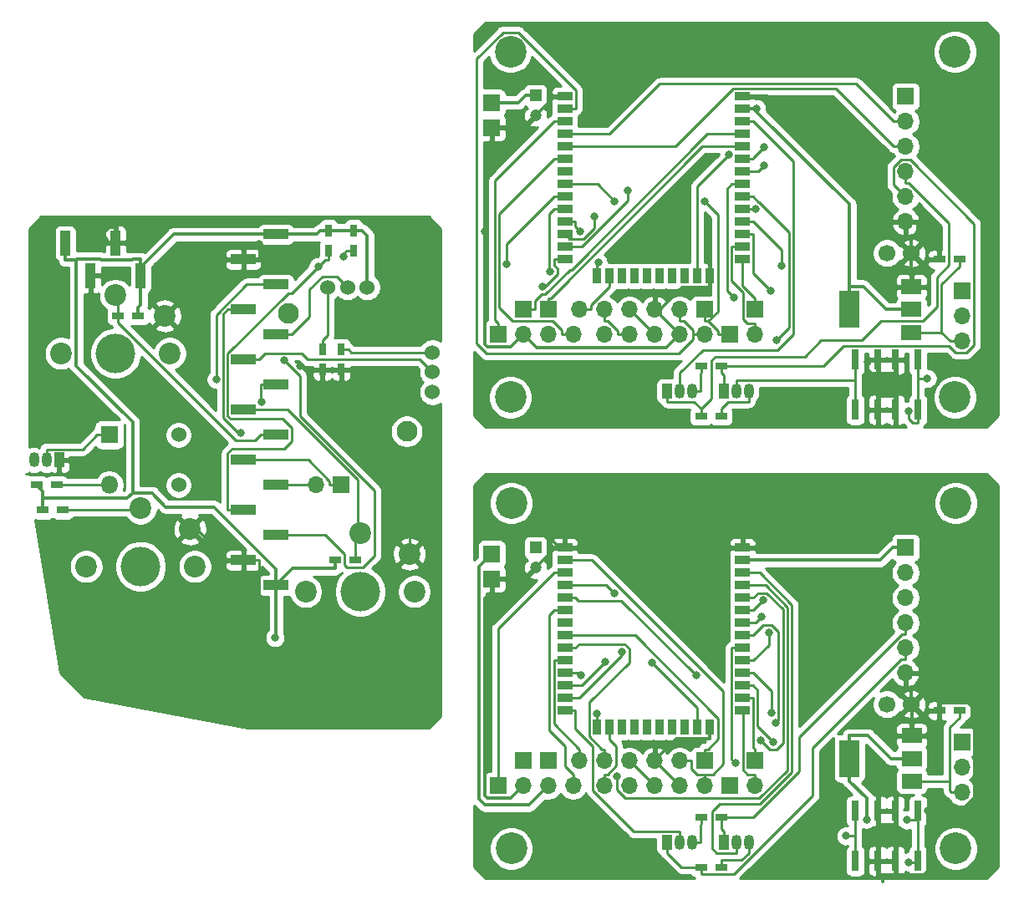
<source format=gbl>
G04 #@! TF.GenerationSoftware,KiCad,Pcbnew,(5.1.5)-3*
G04 #@! TF.CreationDate,2020-09-25T18:15:40+09:00*
G04 #@! TF.ProjectId,lefthand,6c656674-6861-46e6-942e-6b696361645f,rev?*
G04 #@! TF.SameCoordinates,Original*
G04 #@! TF.FileFunction,Copper,L2,Bot*
G04 #@! TF.FilePolarity,Positive*
%FSLAX46Y46*%
G04 Gerber Fmt 4.6, Leading zero omitted, Abs format (unit mm)*
G04 Created by KiCad (PCBNEW (5.1.5)-3) date 2020-09-25 18:15:40*
%MOMM*%
%LPD*%
G04 APERTURE LIST*
%ADD10C,2.200000*%
%ADD11C,4.000000*%
%ADD12R,1.200000X0.800000*%
%ADD13C,1.200000*%
%ADD14R,1.200000X1.200000*%
%ADD15R,1.700000X1.700000*%
%ADD16O,1.700000X1.700000*%
%ADD17C,1.524000*%
%ADD18C,1.700000*%
%ADD19R,1.050000X1.500000*%
%ADD20O,1.050000X1.500000*%
%ADD21R,0.800000X1.200000*%
%ADD22R,0.750000X2.000000*%
%ADD23R,0.900000X1.500000*%
%ADD24R,1.524000X0.900000*%
%ADD25R,2.000000X1.500000*%
%ADD26R,2.000000X3.800000*%
%ADD27C,2.100000*%
%ADD28R,1.000000X2.510000*%
%ADD29R,2.510000X1.000000*%
%ADD30C,3.210000*%
%ADD31O,1.800000X1.800000*%
%ADD32R,1.800000X1.800000*%
%ADD33C,0.800000*%
%ADD34C,0.250000*%
%ADD35C,0.350000*%
%ADD36C,0.254000*%
G04 APERTURE END LIST*
D10*
X26250000Y-60325000D03*
X37250000Y-60325000D03*
D11*
X31750000Y-60325000D03*
D10*
X36750000Y-56525000D03*
X31750000Y-54425000D03*
D12*
X115189000Y-50800000D03*
X117221000Y-50800000D03*
D13*
X74295000Y-36195000D03*
D14*
X74295000Y-34195000D03*
D12*
X115189000Y-96520000D03*
X117221000Y-96520000D03*
D13*
X74295000Y-82010000D03*
D14*
X74295000Y-80010000D03*
D15*
X69850000Y-34925000D03*
X75565000Y-55880000D03*
X73025000Y-55880000D03*
D16*
X78105000Y-58420000D03*
X75565000Y-58420000D03*
X73025000Y-58420000D03*
D15*
X70485000Y-58420000D03*
D16*
X81280000Y-58420000D03*
X83820000Y-58420000D03*
X86360000Y-58420000D03*
X88900000Y-58420000D03*
X91440000Y-58420000D03*
D15*
X93980000Y-58420000D03*
D16*
X78740000Y-55880000D03*
X81280000Y-55880000D03*
X83820000Y-55880000D03*
X86360000Y-55880000D03*
X88900000Y-55880000D03*
D15*
X91440000Y-55880000D03*
X69850000Y-37465000D03*
X69850000Y-80645000D03*
D16*
X96520000Y-104140000D03*
D15*
X96520000Y-101600000D03*
X75565000Y-101600000D03*
X73025000Y-101600000D03*
D16*
X78105000Y-104140000D03*
X75565000Y-104140000D03*
X73025000Y-104140000D03*
D15*
X70485000Y-104140000D03*
D16*
X78740000Y-101600000D03*
X81280000Y-101600000D03*
X83820000Y-101600000D03*
X86360000Y-101600000D03*
X88900000Y-101600000D03*
D15*
X91440000Y-101600000D03*
D16*
X81280000Y-104140000D03*
X83820000Y-104140000D03*
X86360000Y-104140000D03*
X88900000Y-104140000D03*
X91440000Y-104140000D03*
D15*
X93980000Y-104140000D03*
X69850000Y-83185000D03*
D17*
X38140000Y-68580000D03*
X38140000Y-73660000D03*
D18*
X109875000Y-50165000D03*
X112375000Y-50165000D03*
X109875000Y-95885000D03*
X112375000Y-95885000D03*
D19*
X87630000Y-64135000D03*
D20*
X90170000Y-64135000D03*
X88900000Y-64135000D03*
D19*
X93345000Y-64135000D03*
D20*
X95885000Y-64135000D03*
X94615000Y-64135000D03*
D19*
X26035000Y-71120000D03*
D20*
X23495000Y-71120000D03*
X24765000Y-71120000D03*
D19*
X93345000Y-109855000D03*
D20*
X95885000Y-109855000D03*
X94615000Y-109855000D03*
D19*
X87630000Y-109855000D03*
D20*
X90170000Y-109855000D03*
X88900000Y-109855000D03*
D12*
X93091000Y-61595000D03*
X91059000Y-61595000D03*
X91059000Y-66675000D03*
X93091000Y-66675000D03*
X23749000Y-73660000D03*
X25781000Y-73660000D03*
X24384000Y-76200000D03*
X26416000Y-76200000D03*
X53975000Y-81280000D03*
X56007000Y-81280000D03*
X34036000Y-56515000D03*
X32004000Y-56515000D03*
D21*
X53340000Y-47879000D03*
X53340000Y-49911000D03*
X55880000Y-47879000D03*
X55880000Y-49911000D03*
X54610000Y-59944000D03*
X54610000Y-61976000D03*
D12*
X91059000Y-112395000D03*
X93091000Y-112395000D03*
X93091000Y-107315000D03*
X91059000Y-107315000D03*
D16*
X117475000Y-59055000D03*
X117475000Y-56515000D03*
D15*
X117475000Y-53975000D03*
D22*
X108966000Y-60960000D03*
X106680000Y-60960000D03*
X106680000Y-66040000D03*
X108966000Y-66040000D03*
X110744000Y-66040000D03*
X113030000Y-66040000D03*
X113030000Y-60960000D03*
X110744000Y-60960000D03*
D16*
X117475000Y-104775000D03*
X117475000Y-102235000D03*
D15*
X117475000Y-99695000D03*
D22*
X108966000Y-106680000D03*
X106680000Y-106680000D03*
X106680000Y-111760000D03*
X108966000Y-111760000D03*
X110744000Y-111760000D03*
X113030000Y-111760000D03*
X113030000Y-106680000D03*
X110744000Y-106680000D03*
D23*
X80520000Y-52490000D03*
X81790000Y-52490000D03*
X83060000Y-52490000D03*
X84330000Y-52490000D03*
X85600000Y-52490000D03*
X86870000Y-52490000D03*
X88140000Y-52490000D03*
X89410000Y-52490000D03*
X90680000Y-52490000D03*
D24*
X95250000Y-50800000D03*
X95250000Y-49530000D03*
X95250000Y-48260000D03*
X95250000Y-46990000D03*
X95250000Y-45720000D03*
X95250000Y-44450000D03*
X95250000Y-43180000D03*
X95250000Y-41910000D03*
X95250000Y-40640000D03*
X95250000Y-39370000D03*
X95250000Y-38100000D03*
X95250000Y-36830000D03*
X95250000Y-35560000D03*
X95250000Y-34290000D03*
D23*
X91950000Y-52490000D03*
D24*
X77250000Y-34290000D03*
X77250000Y-35560000D03*
X77250000Y-36830000D03*
X77250000Y-38100000D03*
X77250000Y-39370000D03*
X77250000Y-40640000D03*
X77250000Y-41910000D03*
X77250000Y-43180000D03*
X77250000Y-44450000D03*
X77250000Y-45720000D03*
X77250000Y-46990000D03*
X77250000Y-48260000D03*
X77250000Y-49530000D03*
X77250000Y-50800000D03*
D25*
X112395000Y-99060000D03*
X112395000Y-103660000D03*
X112395000Y-101360000D03*
D26*
X106095000Y-101360000D03*
D23*
X80520000Y-98210000D03*
X81790000Y-98210000D03*
X83060000Y-98210000D03*
X84330000Y-98210000D03*
X85600000Y-98210000D03*
X86870000Y-98210000D03*
X88140000Y-98210000D03*
X89410000Y-98210000D03*
X90680000Y-98210000D03*
D24*
X95250000Y-96520000D03*
X95250000Y-95250000D03*
X95250000Y-93980000D03*
X95250000Y-92710000D03*
X95250000Y-91440000D03*
X95250000Y-90170000D03*
X95250000Y-88900000D03*
X95250000Y-87630000D03*
X95250000Y-86360000D03*
X95250000Y-85090000D03*
X95250000Y-83820000D03*
X95250000Y-82550000D03*
X95250000Y-81280000D03*
X95250000Y-80010000D03*
D23*
X91950000Y-98210000D03*
D24*
X77250000Y-80010000D03*
X77250000Y-81280000D03*
X77250000Y-82550000D03*
X77250000Y-83820000D03*
X77250000Y-85090000D03*
X77250000Y-86360000D03*
X77250000Y-87630000D03*
X77250000Y-88900000D03*
X77250000Y-90170000D03*
X77250000Y-91440000D03*
X77250000Y-92710000D03*
X77250000Y-93980000D03*
X77250000Y-95250000D03*
X77250000Y-96520000D03*
D21*
X52705000Y-61976000D03*
X52705000Y-59944000D03*
D27*
X61245000Y-68230000D03*
X49245000Y-56230000D03*
D17*
X53245000Y-53630000D03*
X55245000Y-53630000D03*
X57245000Y-53630000D03*
X63845000Y-60230000D03*
X63845000Y-62230000D03*
X63845000Y-64230000D03*
D28*
X34290000Y-52455000D03*
X29210000Y-52455000D03*
X31750000Y-49145000D03*
X26670000Y-49145000D03*
D16*
X96520000Y-58420000D03*
D15*
X96520000Y-55880000D03*
D29*
X44700000Y-81280000D03*
X44700000Y-76200000D03*
X44700000Y-71120000D03*
X44700000Y-66040000D03*
X44700000Y-60960000D03*
X44700000Y-55880000D03*
X44700000Y-50800000D03*
X48010000Y-83820000D03*
X48010000Y-78740000D03*
X48010000Y-73660000D03*
X48010000Y-68580000D03*
X48010000Y-63500000D03*
X48010000Y-58420000D03*
X48010000Y-53340000D03*
X48010000Y-48260000D03*
D16*
X52070000Y-73660000D03*
D15*
X54610000Y-73660000D03*
D16*
X111760000Y-46990000D03*
X111760000Y-44450000D03*
X111760000Y-41910000D03*
X111760000Y-39370000D03*
X111760000Y-36830000D03*
D15*
X111760000Y-34290000D03*
D16*
X111760000Y-92710000D03*
X111760000Y-90170000D03*
X111760000Y-87630000D03*
X111760000Y-85090000D03*
X111760000Y-82550000D03*
D15*
X111760000Y-80010000D03*
D25*
X112370000Y-53580000D03*
X112370000Y-58180000D03*
X112370000Y-55880000D03*
D26*
X106070000Y-55880000D03*
D30*
X116840000Y-75490000D03*
X71760000Y-29770000D03*
X71840000Y-75490000D03*
X116760000Y-29770000D03*
X71840000Y-110490000D03*
X71760000Y-64770000D03*
X116840000Y-110490000D03*
X116760000Y-64770000D03*
D10*
X28790000Y-81915000D03*
X39790000Y-81915000D03*
D11*
X34290000Y-81915000D03*
D10*
X39290000Y-78115000D03*
X34290000Y-76015000D03*
X51015000Y-84455000D03*
X62015000Y-84455000D03*
D11*
X56515000Y-84455000D03*
D10*
X61515000Y-80655000D03*
X56515000Y-78555000D03*
D31*
X31115000Y-73660000D03*
D32*
X31115000Y-68580000D03*
D33*
X74983800Y-53589300D03*
X113988000Y-62865000D03*
X112047000Y-66163700D03*
X96669600Y-35514400D03*
X105724000Y-109220000D03*
X111893000Y-107607000D03*
X112052000Y-111858000D03*
X107825000Y-107553000D03*
X93862700Y-40191500D03*
X86116600Y-91683200D03*
X75760400Y-52027100D03*
X71373300Y-51301800D03*
X82278300Y-44897400D03*
X91413800Y-44897400D03*
X97117800Y-99550400D03*
X82512300Y-103190000D03*
X90590900Y-92955000D03*
X82252200Y-84628900D03*
X96618700Y-45697400D03*
X97929800Y-88588000D03*
X80651700Y-51112100D03*
X83656800Y-43815000D03*
X80264400Y-46422700D03*
X78838500Y-47974000D03*
X94385200Y-54688300D03*
X98695500Y-58992100D03*
X97448700Y-39395200D03*
X97448700Y-41275000D03*
X80493300Y-96845500D03*
X98169500Y-96737900D03*
X98397000Y-99695000D03*
X98619800Y-97742600D03*
X94560200Y-101840000D03*
X97347100Y-85350200D03*
X97197300Y-86995000D03*
X83031100Y-90556200D03*
X81329900Y-91594600D03*
X78931800Y-92942000D03*
X85725000Y-47625000D03*
X95250000Y-29210000D03*
X107935000Y-61207500D03*
X69139000Y-47933100D03*
X106045000Y-90170000D03*
X104140000Y-93980000D03*
X74930000Y-107315000D03*
X114069000Y-106659000D03*
X74790000Y-74012800D03*
X31491500Y-88932900D03*
X29989500Y-56525000D03*
X39973500Y-91785000D03*
X55456600Y-93611900D03*
X50472300Y-61575500D03*
X46278900Y-49215100D03*
X30641900Y-48786500D03*
X49663400Y-92631900D03*
X47891700Y-89132800D03*
X44475000Y-68415000D03*
X52278900Y-51522000D03*
X48858200Y-61031500D03*
X54875800Y-50546000D03*
X46577700Y-65268100D03*
X41944000Y-62958000D03*
X99205500Y-51435000D03*
X98117800Y-53975000D03*
D34*
X106680000Y-63059700D02*
X106680000Y-60960000D01*
X94615000Y-64135000D02*
X94615000Y-63059700D01*
X94615000Y-63059700D02*
X106680000Y-63059700D01*
X106680000Y-63059700D02*
X106680000Y-66040000D01*
X77250000Y-50800000D02*
X76162700Y-50800000D01*
X76162700Y-50800000D02*
X76162700Y-51403600D01*
X76162700Y-51403600D02*
X76485700Y-51726600D01*
X76485700Y-51726600D02*
X76485700Y-52327600D01*
X76485700Y-52327600D02*
X75224000Y-53589300D01*
X75224000Y-53589300D02*
X74983800Y-53589300D01*
X113030000Y-62865000D02*
X113988000Y-62865000D01*
X113030000Y-66040000D02*
X113030000Y-62865000D01*
X95250000Y-36830000D02*
X96337300Y-36830000D01*
X96337300Y-36830000D02*
X100401000Y-40894000D01*
X100401000Y-40894000D02*
X100401000Y-58345300D01*
X100401000Y-58345300D02*
X98777500Y-59969100D01*
X98777500Y-59969100D02*
X91215400Y-59969100D01*
X91215400Y-59969100D02*
X88900000Y-62284500D01*
X88900000Y-62284500D02*
X88900000Y-64135000D01*
X113030000Y-62865000D02*
X113030000Y-60960000D01*
X112047000Y-66163700D02*
X112047000Y-66920100D01*
X112047000Y-66920100D02*
X112493000Y-67365300D01*
X112493000Y-67365300D02*
X113030000Y-67365300D01*
X113030000Y-67365300D02*
X113030000Y-66040000D01*
D35*
X106070000Y-55880000D02*
X106070000Y-53554700D01*
X106070000Y-53554700D02*
X107495000Y-53554700D01*
X107495000Y-53554700D02*
X109821000Y-55880000D01*
X109821000Y-55880000D02*
X112370000Y-55880000D01*
X95250000Y-35560000D02*
X96437300Y-35560000D01*
X96437300Y-35560000D02*
X96530700Y-35653300D01*
X83820000Y-55880000D02*
X86360000Y-58420000D01*
X69850000Y-34925000D02*
X72539700Y-34925000D01*
X72539700Y-34925000D02*
X73269700Y-34195000D01*
X73269700Y-34195000D02*
X74295000Y-34195000D01*
X96530700Y-35653300D02*
X106070000Y-45192700D01*
X106070000Y-45192700D02*
X106070000Y-53554700D01*
X96530700Y-35653300D02*
X96669600Y-35514400D01*
D34*
X106680000Y-109220000D02*
X105724000Y-109220000D01*
X106680000Y-111760000D02*
X106680000Y-109220000D01*
X106680000Y-109220000D02*
X106680000Y-106680000D01*
X88900000Y-109855000D02*
X88900000Y-108780000D01*
X88900000Y-108780000D02*
X84243800Y-108780000D01*
X84243800Y-108780000D02*
X80104600Y-104640000D01*
X80104600Y-104640000D02*
X80104600Y-100150000D01*
X80104600Y-100150000D02*
X78337300Y-98382600D01*
X78337300Y-98382600D02*
X78337300Y-96520000D01*
X78337300Y-96520000D02*
X77250000Y-96520000D01*
X113030000Y-107607000D02*
X111893000Y-107607000D01*
X113030000Y-111760000D02*
X113030000Y-107607000D01*
X94615000Y-109855000D02*
X94615000Y-110930000D01*
X94615000Y-110930000D02*
X92641100Y-110930000D01*
X92641100Y-110930000D02*
X92148600Y-110438000D01*
X92148600Y-110438000D02*
X92148600Y-106752000D01*
X92148600Y-106752000D02*
X92939600Y-105961000D01*
X92939600Y-105961000D02*
X97033700Y-105961000D01*
X97033700Y-105961000D02*
X100251000Y-102743000D01*
X100251000Y-102743000D02*
X100251000Y-85824500D01*
X100251000Y-85824500D02*
X96976500Y-82550000D01*
X96976500Y-82550000D02*
X95250000Y-82550000D01*
X113030000Y-107607000D02*
X113030000Y-106680000D01*
X112052000Y-111858000D02*
X112932000Y-111858000D01*
X112932000Y-111858000D02*
X113030000Y-111760000D01*
D35*
X111760000Y-80010000D02*
X110485000Y-80010000D01*
X110485000Y-80010000D02*
X109215000Y-81280000D01*
X109215000Y-81280000D02*
X95250000Y-81280000D01*
X106095000Y-101360000D02*
X106095000Y-99034700D01*
X106095000Y-99034700D02*
X107970000Y-99034700D01*
X107970000Y-99034700D02*
X110296000Y-101360000D01*
X110296000Y-101360000D02*
X112395000Y-101360000D01*
X86360000Y-104140000D02*
X83820000Y-101600000D01*
X69850000Y-80645000D02*
X68537600Y-81957400D01*
X68537600Y-81957400D02*
X68537600Y-105439000D01*
X68537600Y-105439000D02*
X69170800Y-106072000D01*
X69170800Y-106072000D02*
X73633200Y-106072000D01*
X73633200Y-106072000D02*
X75565000Y-104140000D01*
X106095000Y-101360000D02*
X106095000Y-103685000D01*
X106095000Y-103685000D02*
X107825000Y-105415000D01*
X107825000Y-105415000D02*
X107825000Y-107553000D01*
D34*
X31115000Y-73660000D02*
X25781000Y-73660000D01*
X31115000Y-68580000D02*
X29889700Y-68580000D01*
X24765000Y-71120000D02*
X24765000Y-70044700D01*
X24765000Y-70044700D02*
X28425000Y-70044700D01*
X28425000Y-70044700D02*
X29889700Y-68580000D01*
X90680000Y-52490000D02*
X90680000Y-43374200D01*
X90680000Y-43374200D02*
X93862700Y-40191500D01*
X90680000Y-98210000D02*
X90680000Y-96246600D01*
X90680000Y-96246600D02*
X86116600Y-91683200D01*
X95250000Y-49530000D02*
X94162700Y-49530000D01*
X94162700Y-49530000D02*
X94162700Y-52986800D01*
X94162700Y-52986800D02*
X95344700Y-54168800D01*
X95344700Y-54168800D02*
X95344700Y-56877500D01*
X95344700Y-56877500D02*
X95711900Y-57244700D01*
X95711900Y-57244700D02*
X96520000Y-57244700D01*
X96520000Y-57244700D02*
X96520000Y-58420000D01*
X95250000Y-50800000D02*
X95250000Y-53434700D01*
X95250000Y-53434700D02*
X96520000Y-54704700D01*
X96520000Y-54704700D02*
X96520000Y-55880000D01*
X75565000Y-55880000D02*
X75565000Y-54704700D01*
X75565000Y-54704700D02*
X75828700Y-54704700D01*
X75828700Y-54704700D02*
X91163400Y-39370000D01*
X91163400Y-39370000D02*
X95250000Y-39370000D01*
X73025000Y-55880000D02*
X74200300Y-55880000D01*
X74200300Y-55880000D02*
X74200300Y-55037400D01*
X74200300Y-55037400D02*
X74923100Y-54314600D01*
X74923100Y-54314600D02*
X75284300Y-54314600D01*
X75284300Y-54314600D02*
X77775100Y-51823800D01*
X77775100Y-51823800D02*
X77968400Y-51823800D01*
X77968400Y-51823800D02*
X91692200Y-38100000D01*
X91692200Y-38100000D02*
X95250000Y-38100000D01*
X77250000Y-36830000D02*
X76162700Y-36830000D01*
X76162700Y-36830000D02*
X70164400Y-42828300D01*
X70164400Y-42828300D02*
X70164400Y-56924100D01*
X70164400Y-56924100D02*
X70485000Y-57244700D01*
X70485000Y-57244700D02*
X70485000Y-58420000D01*
X77250000Y-40640000D02*
X76162700Y-40640000D01*
X76162700Y-40640000D02*
X70615500Y-46187200D01*
X70615500Y-46187200D02*
X70615500Y-55703300D01*
X70615500Y-55703300D02*
X71967600Y-57055400D01*
X71967600Y-57055400D02*
X76005800Y-57055400D01*
X76005800Y-57055400D02*
X76929700Y-57979300D01*
X76929700Y-57979300D02*
X76929700Y-58420000D01*
X76929700Y-58420000D02*
X78105000Y-58420000D01*
X77250000Y-45720000D02*
X76162700Y-45720000D01*
X76162700Y-45720000D02*
X75712300Y-46170400D01*
X75712300Y-46170400D02*
X75712300Y-51979000D01*
X75712300Y-51979000D02*
X75760400Y-52027100D01*
X81280000Y-55880000D02*
X81280000Y-57055300D01*
X81280000Y-57055300D02*
X81647300Y-57055300D01*
X81647300Y-57055300D02*
X82644700Y-58052700D01*
X82644700Y-58052700D02*
X82644700Y-58420000D01*
X82644700Y-58420000D02*
X83820000Y-58420000D01*
X77250000Y-44450000D02*
X76162700Y-44450000D01*
X76162700Y-44450000D02*
X71373300Y-49239400D01*
X71373300Y-49239400D02*
X71373300Y-51301800D01*
X88900000Y-55880000D02*
X88900000Y-57055300D01*
X88900000Y-57055300D02*
X89340700Y-57055300D01*
X89340700Y-57055300D02*
X90264700Y-57979300D01*
X90264700Y-57979300D02*
X90264700Y-58420000D01*
X91440000Y-58420000D02*
X90264700Y-58420000D01*
X77250000Y-35560000D02*
X78337300Y-35560000D01*
X78337300Y-35560000D02*
X78387400Y-35509900D01*
X78387400Y-35509900D02*
X78387400Y-33663100D01*
X78387400Y-33663100D02*
X72530900Y-27806600D01*
X72530900Y-27806600D02*
X70984500Y-27806600D01*
X70984500Y-27806600D02*
X68305600Y-30485500D01*
X68305600Y-30485500D02*
X68305600Y-59354300D01*
X68305600Y-59354300D02*
X69293600Y-60342300D01*
X69293600Y-60342300D02*
X88822100Y-60342300D01*
X88822100Y-60342300D02*
X90264700Y-58899700D01*
X90264700Y-58899700D02*
X90264700Y-58420000D01*
X91807300Y-57055300D02*
X92804700Y-58052700D01*
X92804700Y-58052700D02*
X92804700Y-58420000D01*
X92804700Y-58420000D02*
X93980000Y-58420000D01*
X91440000Y-55880000D02*
X91440000Y-57055300D01*
X91440000Y-57055300D02*
X91807300Y-57055300D01*
X77250000Y-43180000D02*
X80560900Y-43180000D01*
X80560900Y-43180000D02*
X82278300Y-44897400D01*
X91807300Y-57055300D02*
X92785500Y-56077100D01*
X92785500Y-56077100D02*
X92785500Y-46269100D01*
X92785500Y-46269100D02*
X91413800Y-44897400D01*
X81790000Y-52490000D02*
X81790000Y-53565300D01*
X81790000Y-53565300D02*
X79915300Y-55440000D01*
X79915300Y-55440000D02*
X79915300Y-55880000D01*
X79915300Y-55880000D02*
X78740000Y-55880000D01*
X96520000Y-101600000D02*
X96520000Y-100425000D01*
X96520000Y-100425000D02*
X96337300Y-100242000D01*
X96337300Y-100242000D02*
X96337300Y-95250000D01*
X96337300Y-95250000D02*
X95250000Y-95250000D01*
X96520000Y-104140000D02*
X96520000Y-102965000D01*
X96520000Y-102965000D02*
X95712000Y-102965000D01*
X95712000Y-102965000D02*
X95285500Y-102538000D01*
X95285500Y-102538000D02*
X95285500Y-96555500D01*
X95285500Y-96555500D02*
X95250000Y-96520000D01*
X95250000Y-85090000D02*
X96337300Y-85090000D01*
X96337300Y-85090000D02*
X96821700Y-84605600D01*
X96821700Y-84605600D02*
X97672400Y-84605600D01*
X97672400Y-84605600D02*
X99345200Y-86278400D01*
X99345200Y-86278400D02*
X99345200Y-99776900D01*
X99345200Y-99776900D02*
X98680200Y-100442000D01*
X98680200Y-100442000D02*
X98009300Y-100442000D01*
X98009300Y-100442000D02*
X97117800Y-99550400D01*
X97567600Y-83820000D02*
X95250000Y-83820000D01*
X99795500Y-86047900D02*
X97567600Y-83820000D01*
X82512300Y-103190000D02*
X82512300Y-104540000D01*
X82512300Y-104540000D02*
X83360700Y-105389000D01*
X83360700Y-105389000D02*
X96968600Y-105389000D01*
X96968600Y-105389000D02*
X99795500Y-102562000D01*
X99795500Y-102562000D02*
X99795500Y-86047900D01*
X77250000Y-82550000D02*
X76162700Y-82550000D01*
X76162700Y-82550000D02*
X70485000Y-88227700D01*
X70485000Y-88227700D02*
X70485000Y-104140000D01*
X77250000Y-86360000D02*
X76162700Y-86360000D01*
X76162700Y-86360000D02*
X75666600Y-86856100D01*
X75666600Y-86856100D02*
X75666600Y-98510200D01*
X75666600Y-98510200D02*
X77273900Y-100118000D01*
X77273900Y-100118000D02*
X77273900Y-102134000D01*
X77273900Y-102134000D02*
X78105000Y-102965000D01*
X78105000Y-102965000D02*
X78105000Y-104140000D01*
X77250000Y-91440000D02*
X76162700Y-91440000D01*
X76162700Y-91440000D02*
X76162700Y-97847400D01*
X76162700Y-97847400D02*
X78740000Y-100425000D01*
X78740000Y-100425000D02*
X78740000Y-101600000D01*
X81280000Y-101600000D02*
X81280000Y-100425000D01*
X81280000Y-100425000D02*
X81030200Y-100425000D01*
X81030200Y-100425000D02*
X79744600Y-99139100D01*
X79744600Y-99139100D02*
X79744600Y-95647800D01*
X79744600Y-95647800D02*
X83768800Y-91623600D01*
X83768800Y-91623600D02*
X83768800Y-90252500D01*
X83768800Y-90252500D02*
X83308600Y-89792300D01*
X83308600Y-89792300D02*
X78715000Y-89792300D01*
X78715000Y-89792300D02*
X78337300Y-90170000D01*
X78337300Y-90170000D02*
X77250000Y-90170000D01*
X91440000Y-104140000D02*
X91440000Y-102965000D01*
X91440000Y-102965000D02*
X90632000Y-102965000D01*
X90632000Y-102965000D02*
X90075300Y-102408000D01*
X90075300Y-102408000D02*
X90075300Y-101600000D01*
X90075300Y-101600000D02*
X88900000Y-101600000D01*
X77250000Y-81280000D02*
X80017500Y-81280000D01*
X80017500Y-81280000D02*
X93296500Y-94559000D01*
X93296500Y-94559000D02*
X93296500Y-101916000D01*
X93296500Y-101916000D02*
X92248000Y-102965000D01*
X92248000Y-102965000D02*
X91440000Y-102965000D01*
X91440000Y-101600000D02*
X91440000Y-100425000D01*
X91440000Y-100425000D02*
X91723700Y-100425000D01*
X91723700Y-100425000D02*
X92811800Y-99336600D01*
X92811800Y-99336600D02*
X92811800Y-97306800D01*
X92811800Y-97306800D02*
X84405000Y-88900000D01*
X84405000Y-88900000D02*
X77250000Y-88900000D01*
X81280000Y-104140000D02*
X81280000Y-102965000D01*
X81280000Y-102965000D02*
X81593400Y-102965000D01*
X81593400Y-102965000D02*
X82464200Y-102094000D01*
X82464200Y-102094000D02*
X82464200Y-100107000D01*
X82464200Y-100107000D02*
X81790000Y-99432800D01*
X81790000Y-99432800D02*
X81790000Y-98210000D01*
X111760000Y-36830000D02*
X110585000Y-36830000D01*
X110585000Y-36830000D02*
X106769000Y-33014300D01*
X106769000Y-33014300D02*
X86884800Y-33014300D01*
X86884800Y-33014300D02*
X81799100Y-38100000D01*
X81799100Y-38100000D02*
X77250000Y-38100000D01*
X111760000Y-39370000D02*
X110585000Y-39370000D01*
X110585000Y-39370000D02*
X104679000Y-33464700D01*
X104679000Y-33464700D02*
X94332600Y-33464700D01*
X94332600Y-33464700D02*
X88427300Y-39370000D01*
X88427300Y-39370000D02*
X77250000Y-39370000D01*
X87630000Y-64135000D02*
X87630000Y-65210300D01*
X87630000Y-65210300D02*
X90319600Y-65210300D01*
X90319600Y-65210300D02*
X91059000Y-65949700D01*
X91059000Y-66675000D02*
X91059000Y-65949700D01*
X111760000Y-41910000D02*
X111760000Y-43085300D01*
X111760000Y-43085300D02*
X112127000Y-43085300D01*
X112127000Y-43085300D02*
X116166000Y-47123600D01*
X116166000Y-47123600D02*
X116166000Y-51382100D01*
X116166000Y-51382100D02*
X114925000Y-52623000D01*
X114925000Y-52623000D02*
X114925000Y-55613100D01*
X114925000Y-55613100D02*
X113483000Y-57055000D01*
X113483000Y-57055000D02*
X109316000Y-57055000D01*
X109316000Y-57055000D02*
X107356000Y-59015500D01*
X107356000Y-59015500D02*
X103198000Y-59015500D01*
X103198000Y-59015500D02*
X101569000Y-60644500D01*
X101569000Y-60644500D02*
X92544100Y-60644500D01*
X92544100Y-60644500D02*
X92142000Y-61046600D01*
X92142000Y-61046600D02*
X92142000Y-64866700D01*
X92142000Y-64866700D02*
X91059000Y-65949700D01*
X93091000Y-61595000D02*
X93091000Y-62320300D01*
X93091000Y-62320300D02*
X93345000Y-62574300D01*
X93345000Y-62574300D02*
X93345000Y-64135000D01*
X111760000Y-44450000D02*
X110560000Y-43249900D01*
X110560000Y-43249900D02*
X110560000Y-41441700D01*
X110560000Y-41441700D02*
X111312000Y-40690100D01*
X111312000Y-40690100D02*
X112233000Y-40690100D01*
X112233000Y-40690100D02*
X118724000Y-47181400D01*
X118724000Y-47181400D02*
X118724000Y-59475500D01*
X118724000Y-59475500D02*
X117947000Y-60252300D01*
X117947000Y-60252300D02*
X116860000Y-60252300D01*
X116860000Y-60252300D02*
X116182000Y-59573800D01*
X116182000Y-59573800D02*
X105484000Y-59573800D01*
X105484000Y-59573800D02*
X103463000Y-61595000D01*
X103463000Y-61595000D02*
X93091000Y-61595000D01*
X87630000Y-109855000D02*
X87630000Y-110930000D01*
X87630000Y-110930000D02*
X89094700Y-112395000D01*
X89094700Y-112395000D02*
X91059000Y-112395000D01*
X111760000Y-90170000D02*
X111760000Y-91345300D01*
X111760000Y-91345300D02*
X111319000Y-91345300D01*
X111319000Y-91345300D02*
X102365000Y-100300000D01*
X102365000Y-100300000D02*
X102365000Y-105119000D01*
X102365000Y-105119000D02*
X94364100Y-113120000D01*
X94364100Y-113120000D02*
X91059000Y-113120000D01*
X91059000Y-113120000D02*
X91059000Y-112395000D01*
X93345000Y-109855000D02*
X93345000Y-108780000D01*
X93345000Y-108780000D02*
X93091000Y-108526000D01*
X93091000Y-108526000D02*
X93091000Y-107315000D01*
X111760000Y-87630000D02*
X111760000Y-88805300D01*
X111760000Y-88805300D02*
X111393000Y-88805300D01*
X111393000Y-88805300D02*
X100977000Y-99220700D01*
X100977000Y-99220700D02*
X100977000Y-102654000D01*
X100977000Y-102654000D02*
X96316300Y-107315000D01*
X96316300Y-107315000D02*
X93091000Y-107315000D01*
X77250000Y-85090000D02*
X78337300Y-85090000D01*
X78337300Y-85090000D02*
X78601500Y-85354200D01*
X78601500Y-85354200D02*
X82990100Y-85354200D01*
X82990100Y-85354200D02*
X90590900Y-92955000D01*
X77250000Y-83820000D02*
X81443300Y-83820000D01*
X81443300Y-83820000D02*
X82252200Y-84628900D01*
X90170000Y-64135000D02*
X91020300Y-64135000D01*
X91020300Y-64135000D02*
X91020300Y-62359000D01*
X91020300Y-62359000D02*
X91059000Y-62320300D01*
X91059000Y-62320300D02*
X91059000Y-61595000D01*
X95885000Y-64135000D02*
X95885000Y-65210300D01*
X95885000Y-65210300D02*
X93830400Y-65210300D01*
X93830400Y-65210300D02*
X93091000Y-65949700D01*
X93091000Y-65949700D02*
X93091000Y-66675000D01*
X96618700Y-45697400D02*
X95272600Y-45697400D01*
X95272600Y-45697400D02*
X95250000Y-45720000D01*
X95885000Y-109855000D02*
X95885000Y-110930000D01*
X95885000Y-110930000D02*
X95145600Y-111670000D01*
X95145600Y-111670000D02*
X93091000Y-111670000D01*
X93091000Y-111670000D02*
X93091000Y-112395000D01*
X90170000Y-109855000D02*
X91020300Y-109855000D01*
X91020300Y-109855000D02*
X91020300Y-108079000D01*
X91020300Y-108079000D02*
X91059000Y-108040000D01*
X91059000Y-108040000D02*
X91059000Y-107315000D01*
X95250000Y-91440000D02*
X96337300Y-91440000D01*
X96337300Y-91440000D02*
X97929800Y-89847500D01*
X97929800Y-89847500D02*
X97929800Y-88588000D01*
X80520000Y-52490000D02*
X80520000Y-51243800D01*
X80520000Y-51243800D02*
X80651700Y-51112100D01*
X77250000Y-49530000D02*
X78974200Y-49530000D01*
X78974200Y-49530000D02*
X83656800Y-44847400D01*
X83656800Y-44847400D02*
X83656800Y-43815000D01*
X77250000Y-48260000D02*
X77716200Y-48726200D01*
X77716200Y-48726200D02*
X79141100Y-48726200D01*
X79141100Y-48726200D02*
X80264400Y-47602900D01*
X80264400Y-47602900D02*
X80264400Y-46422700D01*
X77250000Y-46990000D02*
X78337300Y-46990000D01*
X78337300Y-46990000D02*
X78337300Y-47472800D01*
X78337300Y-47472800D02*
X78838500Y-47974000D01*
X95250000Y-43180000D02*
X94162700Y-43180000D01*
X94162700Y-43180000D02*
X93712400Y-43630300D01*
X93712400Y-43630300D02*
X93712400Y-54015500D01*
X93712400Y-54015500D02*
X94385200Y-54688300D01*
X95250000Y-44450000D02*
X96337300Y-44450000D01*
X96337300Y-44450000D02*
X96859400Y-44972100D01*
X96859400Y-44972100D02*
X96919200Y-44972100D01*
X96919200Y-44972100D02*
X97344000Y-45396900D01*
X97344000Y-45396900D02*
X97344000Y-45456700D01*
X97344000Y-45456700D02*
X99942000Y-48054700D01*
X99942000Y-48054700D02*
X99942000Y-57745600D01*
X99942000Y-57745600D02*
X98695500Y-58992100D01*
X54610000Y-59944000D02*
X55335300Y-59944000D01*
X63845000Y-60230000D02*
X55621300Y-60230000D01*
X55621300Y-60230000D02*
X55335300Y-59944000D01*
X97448700Y-39395200D02*
X96337300Y-40506600D01*
X96337300Y-40506600D02*
X96337300Y-40640000D01*
X96337300Y-40640000D02*
X95250000Y-40640000D01*
X95250000Y-41910000D02*
X96813700Y-41910000D01*
X96813700Y-41910000D02*
X97448700Y-41275000D01*
X80520000Y-98210000D02*
X80520000Y-97134700D01*
X80520000Y-97134700D02*
X80493300Y-97108000D01*
X80493300Y-97108000D02*
X80493300Y-96845500D01*
X95250000Y-92710000D02*
X96337300Y-92710000D01*
X96337300Y-92710000D02*
X98169500Y-94542200D01*
X98169500Y-94542200D02*
X98169500Y-96737900D01*
X95250000Y-93980000D02*
X96337300Y-93980000D01*
X96337300Y-93980000D02*
X96787600Y-94430300D01*
X96787600Y-94430300D02*
X96787600Y-98085600D01*
X96787600Y-98085600D02*
X98397000Y-99695000D01*
X95250000Y-88900000D02*
X96337300Y-88900000D01*
X96337300Y-88900000D02*
X97382200Y-87855100D01*
X97382200Y-87855100D02*
X98228700Y-87855100D01*
X98228700Y-87855100D02*
X98894900Y-88521300D01*
X98894900Y-88521300D02*
X98894900Y-97467500D01*
X98894900Y-97467500D02*
X98619800Y-97742600D01*
X95250000Y-90170000D02*
X94162700Y-90170000D01*
X94162700Y-90170000D02*
X94162700Y-101442000D01*
X94162700Y-101442000D02*
X94560200Y-101840000D01*
X95250000Y-86360000D02*
X96337300Y-86360000D01*
X96337300Y-86360000D02*
X97347100Y-85350200D01*
X97197300Y-86995000D02*
X96562300Y-87630000D01*
X96562300Y-87630000D02*
X95250000Y-87630000D01*
X77250000Y-95250000D02*
X78700300Y-95250000D01*
X78700300Y-95250000D02*
X83031100Y-90919200D01*
X83031100Y-90919200D02*
X83031100Y-90556200D01*
X81329900Y-91594600D02*
X78944500Y-93980000D01*
X78944500Y-93980000D02*
X77250000Y-93980000D01*
X77250000Y-92710000D02*
X78699800Y-92710000D01*
X78699800Y-92710000D02*
X78931800Y-92942000D01*
D35*
X109855000Y-62385300D02*
X109855000Y-64614700D01*
X110744000Y-60960000D02*
X110744000Y-62385300D01*
X110744000Y-62385300D02*
X109855000Y-62385300D01*
X86920000Y-55880000D02*
X86360000Y-55880000D01*
X91950000Y-52490000D02*
X91950000Y-53665300D01*
X91950000Y-53665300D02*
X89134700Y-53665300D01*
X89134700Y-53665300D02*
X86920000Y-55880000D01*
X111760000Y-46990000D02*
X111760000Y-48265300D01*
X111760000Y-48265300D02*
X112375000Y-48880300D01*
X112375000Y-48880300D02*
X112375000Y-50165000D01*
X112370000Y-53580000D02*
X112370000Y-52404700D01*
X112370000Y-52404700D02*
X112375000Y-52399700D01*
X112375000Y-52399700D02*
X112375000Y-50165000D01*
X111760000Y-46990000D02*
X110485000Y-46990000D01*
X110485000Y-46990000D02*
X97784700Y-34290000D01*
X97784700Y-34290000D02*
X95250000Y-34290000D01*
X77250000Y-34290000D02*
X76062700Y-34290000D01*
X76062700Y-34290000D02*
X76062700Y-34427300D01*
X76062700Y-34427300D02*
X74295000Y-36195000D01*
X108966000Y-66040000D02*
X108966000Y-64614700D01*
X108966000Y-64614700D02*
X109855000Y-64614700D01*
X108966000Y-60960000D02*
X108966000Y-62385300D01*
X109855000Y-62385300D02*
X108966000Y-62385300D01*
X110744000Y-66040000D02*
X110744000Y-64614700D01*
X110744000Y-64614700D02*
X109855000Y-64614700D01*
X86920000Y-55880000D02*
X86920000Y-56440000D01*
X86920000Y-56440000D02*
X88900000Y-58420000D01*
X69850000Y-37465000D02*
X69850000Y-38740300D01*
X69850000Y-38740300D02*
X69139000Y-39451300D01*
X69139000Y-39451300D02*
X69139000Y-47933100D01*
X73025000Y-58420000D02*
X74382300Y-59777300D01*
X74382300Y-59777300D02*
X87542700Y-59777300D01*
X87542700Y-59777300D02*
X88900000Y-58420000D01*
X115189000Y-50800000D02*
X115189000Y-49974700D01*
X115189000Y-49974700D02*
X113035000Y-47821000D01*
X113035000Y-47821000D02*
X113035000Y-46990000D01*
X113035000Y-46990000D02*
X111760000Y-46990000D01*
X107935000Y-61207500D02*
X107935000Y-61918100D01*
X107935000Y-61918100D02*
X108402000Y-62385300D01*
X108402000Y-62385300D02*
X108966000Y-62385300D01*
X73025000Y-58420000D02*
X71749600Y-59695400D01*
X71749600Y-59695400D02*
X69425200Y-59695400D01*
X69425200Y-59695400D02*
X69139000Y-59409200D01*
X69139000Y-59409200D02*
X69139000Y-47933100D01*
X109478500Y-113185000D02*
X110744000Y-113185000D01*
X108966000Y-111760000D02*
X108966000Y-113185000D01*
X108966000Y-113185000D02*
X109478500Y-113185000D01*
X109478500Y-113852400D02*
X109478500Y-113185000D01*
X104140000Y-93980000D02*
X104140000Y-92075000D01*
X104140000Y-92075000D02*
X106045000Y-90170000D01*
X111760000Y-92710000D02*
X111760000Y-93985300D01*
X111760000Y-93985300D02*
X112375000Y-94600300D01*
X112375000Y-94600300D02*
X112375000Y-95885000D01*
X76656400Y-80010000D02*
X76062700Y-80010000D01*
X76062700Y-80010000D02*
X76062700Y-80242300D01*
X76062700Y-80242300D02*
X74295000Y-82010000D01*
X91950000Y-98210000D02*
X91950000Y-99385300D01*
X91950000Y-99385300D02*
X88574700Y-99385300D01*
X88574700Y-99385300D02*
X86360000Y-101600000D01*
X95250000Y-80010000D02*
X77250000Y-80010000D01*
X112395000Y-99060000D02*
X112395000Y-95905000D01*
X112395000Y-95905000D02*
X112375000Y-95885000D01*
X108966000Y-106680000D02*
X108966000Y-108105000D01*
X108966000Y-108105000D02*
X110744000Y-108105000D01*
X110744000Y-106680000D02*
X110744000Y-108105000D01*
X110744000Y-113185000D02*
X110744000Y-111760000D01*
X110744000Y-111760000D02*
X110744000Y-108105000D01*
X112395000Y-99060000D02*
X113820000Y-99060000D01*
X113820000Y-99060000D02*
X115189000Y-97691300D01*
X115189000Y-97691300D02*
X115189000Y-96520000D01*
X88900000Y-104140000D02*
X86728200Y-101968000D01*
X86728200Y-101968000D02*
X86728100Y-101968000D01*
X86728100Y-101968000D02*
X86360000Y-101600000D01*
X69850000Y-83185000D02*
X69850000Y-84460300D01*
X69850000Y-84460300D02*
X69161600Y-85148700D01*
X69161600Y-85148700D02*
X69161600Y-105152000D01*
X69161600Y-105152000D02*
X69425200Y-105415000D01*
X69425200Y-105415000D02*
X71749600Y-105415000D01*
X71749600Y-105415000D02*
X73025000Y-104140000D01*
X110744000Y-113185000D02*
X113597000Y-113185000D01*
X113597000Y-113185000D02*
X114069000Y-112713000D01*
X114069000Y-112713000D02*
X114069000Y-106659000D01*
X115189000Y-96520000D02*
X115189000Y-95694700D01*
X115189000Y-95694700D02*
X118066000Y-95694700D01*
X118066000Y-95694700D02*
X118784000Y-96411800D01*
X118784000Y-96411800D02*
X118784000Y-105282000D01*
X118784000Y-105282000D02*
X117407000Y-106659000D01*
X117407000Y-106659000D02*
X114069000Y-106659000D01*
X77250000Y-80010000D02*
X76656400Y-80010000D01*
X76656400Y-80010000D02*
X74790000Y-78143600D01*
X74790000Y-78143600D02*
X74790000Y-74012800D01*
D34*
X52705000Y-59944000D02*
X52705000Y-59018700D01*
X53245000Y-53630000D02*
X53245000Y-58478700D01*
X53245000Y-58478700D02*
X52705000Y-59018700D01*
X51979700Y-61976000D02*
X50872800Y-61976000D01*
X50872800Y-61976000D02*
X50472300Y-61575500D01*
X61515000Y-80655000D02*
X61515000Y-74934000D01*
X61515000Y-74934000D02*
X54610000Y-68029000D01*
X54610000Y-68029000D02*
X54610000Y-61976000D01*
X54610000Y-61976000D02*
X52705000Y-61976000D01*
X39973500Y-91785000D02*
X34343600Y-91785000D01*
X34343600Y-91785000D02*
X31491500Y-88932900D01*
X46280300Y-89248800D02*
X43744100Y-91785000D01*
X43744100Y-91785000D02*
X39973500Y-91785000D01*
X29210000Y-54035300D02*
X29210000Y-55745500D01*
X29210000Y-55745500D02*
X29989500Y-56525000D01*
X46280300Y-89248800D02*
X49663400Y-92631900D01*
X46280300Y-81280000D02*
X46280300Y-89248800D01*
X61515000Y-80655000D02*
X59901500Y-82268500D01*
X59901500Y-82268500D02*
X59901500Y-89167000D01*
X59901500Y-89167000D02*
X55456600Y-93611900D01*
X52705000Y-61976000D02*
X51979700Y-61976000D01*
X26035000Y-71120000D02*
X26035000Y-72195300D01*
X22647600Y-72540000D02*
X25690300Y-72540000D01*
X25690300Y-72540000D02*
X26035000Y-72195300D01*
X36750000Y-56525000D02*
X42475000Y-50800000D01*
X42475000Y-50800000D02*
X44700000Y-50800000D01*
X44700000Y-81280000D02*
X43119700Y-81280000D01*
X39290000Y-78115000D02*
X39954700Y-78115000D01*
X39954700Y-78115000D02*
X43119700Y-81280000D01*
X44700000Y-50800000D02*
X46280300Y-50800000D01*
X46280300Y-50800000D02*
X46280300Y-49216500D01*
X46280300Y-49216500D02*
X46278900Y-49215100D01*
X29210000Y-52455000D02*
X29210000Y-54035300D01*
X31750000Y-49145000D02*
X31750000Y-47564700D01*
X31750000Y-47564700D02*
X31057400Y-47564700D01*
X31057400Y-47564700D02*
X30641900Y-47980200D01*
X30641900Y-47980200D02*
X30641900Y-48786500D01*
X44700000Y-81280000D02*
X46280300Y-81280000D01*
D35*
X33489100Y-74478900D02*
X35446900Y-74478900D01*
X35446900Y-74478900D02*
X36843200Y-75875200D01*
X36843200Y-75875200D02*
X41703100Y-75875200D01*
X41703100Y-75875200D02*
X48010000Y-82182100D01*
X48010000Y-82182100D02*
X48010000Y-83820000D01*
X24384000Y-74961400D02*
X24431500Y-75008900D01*
X24431500Y-75008900D02*
X32959100Y-75008900D01*
X32959100Y-75008900D02*
X33489100Y-74478900D01*
X33489100Y-74478900D02*
X33489100Y-67271500D01*
X33489100Y-67271500D02*
X27780800Y-61563200D01*
X27780800Y-61563200D02*
X27780800Y-50825300D01*
X27780800Y-50825300D02*
X27859900Y-50746200D01*
X27859900Y-50746200D02*
X30228500Y-50746200D01*
X30228500Y-50746200D02*
X30320200Y-50837900D01*
X30320200Y-50837900D02*
X33427900Y-50837900D01*
X33427900Y-50837900D02*
X33491100Y-50774700D01*
X33491100Y-50774700D02*
X34290000Y-50774700D01*
X26670000Y-50825300D02*
X27780800Y-50825300D01*
X24384000Y-74961400D02*
X24384000Y-74295000D01*
X24384000Y-74295000D02*
X23749000Y-73660000D01*
X24384000Y-76200000D02*
X24384000Y-74961400D01*
X53975000Y-81280000D02*
X53975000Y-82105300D01*
X48010000Y-83820000D02*
X49724700Y-82105300D01*
X49724700Y-82105300D02*
X53975000Y-82105300D01*
X48010000Y-48260000D02*
X37644800Y-48260000D01*
X37644800Y-48260000D02*
X34290000Y-51614800D01*
X52514700Y-47879000D02*
X52133700Y-48260000D01*
X52133700Y-48260000D02*
X48010000Y-48260000D01*
X55880000Y-47879000D02*
X53340000Y-47879000D01*
X56292700Y-47879000D02*
X55880000Y-47879000D01*
X56292700Y-47879000D02*
X56705300Y-47879000D01*
X57245000Y-53630000D02*
X57245000Y-48418700D01*
X57245000Y-48418700D02*
X56705300Y-47879000D01*
X48010000Y-83820000D02*
X48010000Y-89014500D01*
X48010000Y-89014500D02*
X47891700Y-89132800D01*
X53340000Y-47879000D02*
X52514700Y-47879000D01*
X34036000Y-56515000D02*
X34036000Y-55689700D01*
X34290000Y-52455000D02*
X34290000Y-55435700D01*
X34290000Y-55435700D02*
X34036000Y-55689700D01*
X34290000Y-51614800D02*
X34290000Y-52455000D01*
X34290000Y-51614800D02*
X34290000Y-50774700D01*
X26670000Y-49145000D02*
X26670000Y-50825300D01*
D34*
X43119700Y-55880000D02*
X42669400Y-56330300D01*
X42669400Y-56330300D02*
X42669400Y-66877100D01*
X42669400Y-66877100D02*
X44207300Y-68415000D01*
X44207300Y-68415000D02*
X44475000Y-68415000D01*
X44700000Y-55880000D02*
X43119700Y-55880000D01*
X44700000Y-76200000D02*
X43119700Y-76200000D01*
X43119700Y-76200000D02*
X43119700Y-70436400D01*
X43119700Y-70436400D02*
X43573600Y-69982500D01*
X43573600Y-69982500D02*
X48833800Y-69982500D01*
X48833800Y-69982500D02*
X49600400Y-69215900D01*
X49600400Y-69215900D02*
X49600400Y-67908300D01*
X49600400Y-67908300D02*
X48662600Y-66970500D01*
X48662600Y-66970500D02*
X43412400Y-66970500D01*
X43412400Y-66970500D02*
X43119700Y-66677800D01*
X43119700Y-66677800D02*
X43119700Y-60325200D01*
X43119700Y-60325200D02*
X49230100Y-54214800D01*
X49230100Y-54214800D02*
X49586100Y-54214800D01*
X49586100Y-54214800D02*
X52278900Y-51522000D01*
X53340000Y-50836300D02*
X52964600Y-50836300D01*
X52964600Y-50836300D02*
X52278900Y-51522000D01*
X53340000Y-49911000D02*
X53340000Y-50836300D01*
X56261000Y-78555000D02*
X56261000Y-73147000D01*
X56261000Y-73147000D02*
X49154000Y-66040000D01*
X49154000Y-66040000D02*
X44700000Y-66040000D01*
X56007000Y-81280000D02*
X56007000Y-78809000D01*
X56007000Y-78809000D02*
X56261000Y-78555000D01*
X56261000Y-78555000D02*
X56515000Y-78555000D01*
X63845000Y-62230000D02*
X62575000Y-60960000D01*
X62575000Y-60960000D02*
X51245200Y-60960000D01*
X51245200Y-60960000D02*
X50591400Y-60306200D01*
X50591400Y-60306200D02*
X46934100Y-60306200D01*
X46934100Y-60306200D02*
X46280300Y-60960000D01*
X44700000Y-60960000D02*
X46280300Y-60960000D01*
X48010000Y-78740000D02*
X53021500Y-78740000D01*
X53021500Y-78740000D02*
X54950400Y-80668900D01*
X54950400Y-80668900D02*
X54950400Y-81754800D01*
X54950400Y-81754800D02*
X55201000Y-82005400D01*
X55201000Y-82005400D02*
X56790900Y-82005400D01*
X56790900Y-82005400D02*
X57964500Y-80831800D01*
X57964500Y-80831800D02*
X57964500Y-74213600D01*
X57964500Y-74213600D02*
X50408600Y-66657700D01*
X50408600Y-66657700D02*
X50408600Y-62581900D01*
X50408600Y-62581900D02*
X48858200Y-61031500D01*
X54875800Y-50546000D02*
X54875800Y-50189900D01*
X54875800Y-50189900D02*
X55154700Y-49911000D01*
X55880000Y-49911000D02*
X55154700Y-49911000D01*
X32004000Y-57240300D02*
X43904100Y-69140400D01*
X43904100Y-69140400D02*
X45869300Y-69140400D01*
X45869300Y-69140400D02*
X46429700Y-68580000D01*
X32004000Y-56515000D02*
X32004000Y-57240300D01*
X48010000Y-68580000D02*
X46429700Y-68580000D01*
X32004000Y-56515000D02*
X32004000Y-54679000D01*
X32004000Y-54679000D02*
X31750000Y-54425000D01*
X46429700Y-63500000D02*
X46429700Y-65120100D01*
X46429700Y-65120100D02*
X46577700Y-65268100D01*
X48010000Y-63500000D02*
X46429700Y-63500000D01*
X26416000Y-76200000D02*
X34105000Y-76200000D01*
X34105000Y-76200000D02*
X34290000Y-76015000D01*
X48010000Y-58420000D02*
X49590300Y-58420000D01*
X49590300Y-58420000D02*
X51421900Y-56588400D01*
X51421900Y-56588400D02*
X51421900Y-53844600D01*
X51421900Y-53844600D02*
X52733400Y-52533100D01*
X52733400Y-52533100D02*
X54148100Y-52533100D01*
X54148100Y-52533100D02*
X55245000Y-53630000D01*
X48010000Y-53340000D02*
X45020000Y-53340000D01*
X45020000Y-53340000D02*
X41944000Y-56416000D01*
X41944000Y-56416000D02*
X41944000Y-62958000D01*
X95250000Y-46990000D02*
X96337300Y-46990000D01*
X96337300Y-46990000D02*
X99205500Y-49858200D01*
X99205500Y-49858200D02*
X99205500Y-51435000D01*
X95250000Y-48260000D02*
X96337300Y-48260000D01*
X96337300Y-48260000D02*
X96337300Y-52194500D01*
X96337300Y-52194500D02*
X98117800Y-53975000D01*
X48010000Y-73660000D02*
X52070000Y-73660000D01*
X54610000Y-73660000D02*
X53434700Y-73660000D01*
X44700000Y-71120000D02*
X51262000Y-71120000D01*
X51262000Y-71120000D02*
X53434700Y-73292700D01*
X53434700Y-73292700D02*
X53434700Y-73660000D01*
X112370000Y-58180000D02*
X115425000Y-58180000D01*
X117475000Y-59055000D02*
X116300000Y-59055000D01*
X116300000Y-59055000D02*
X115425000Y-58180000D01*
X117221000Y-50800000D02*
X117221000Y-51525300D01*
X117221000Y-51525300D02*
X115425000Y-53321600D01*
X115425000Y-53321600D02*
X115425000Y-58180000D01*
X116250000Y-103660000D02*
X112395000Y-103660000D01*
X117475000Y-104775000D02*
X116387000Y-104775000D01*
X116387000Y-104775000D02*
X116250000Y-104637000D01*
X116250000Y-104637000D02*
X116250000Y-103660000D01*
X117221000Y-96520000D02*
X117221000Y-97245300D01*
X117221000Y-97245300D02*
X116250000Y-98216700D01*
X116250000Y-98216700D02*
X116250000Y-103660000D01*
D36*
G36*
X50681400Y-61471002D02*
G01*
X50705199Y-61500001D01*
X50820924Y-61594974D01*
X50952953Y-61665546D01*
X51096214Y-61709003D01*
X51207867Y-61720000D01*
X51207877Y-61720000D01*
X51245200Y-61723676D01*
X51282523Y-61720000D01*
X51699750Y-61720000D01*
X51828750Y-61849000D01*
X52578000Y-61849000D01*
X52578000Y-61829000D01*
X52832000Y-61829000D01*
X52832000Y-61849000D01*
X53581250Y-61849000D01*
X53657500Y-61772750D01*
X53733750Y-61849000D01*
X54483000Y-61849000D01*
X54483000Y-61829000D01*
X54737000Y-61829000D01*
X54737000Y-61849000D01*
X55486250Y-61849000D01*
X55615250Y-61720000D01*
X62260199Y-61720000D01*
X62478628Y-61938430D01*
X62448000Y-62092408D01*
X62448000Y-62367592D01*
X62501686Y-62637490D01*
X62606995Y-62891727D01*
X62759880Y-63120535D01*
X62869345Y-63230000D01*
X62759880Y-63339465D01*
X62606995Y-63568273D01*
X62501686Y-63822510D01*
X62448000Y-64092408D01*
X62448000Y-64367592D01*
X62501686Y-64637490D01*
X62606995Y-64891727D01*
X62759880Y-65120535D01*
X62954465Y-65315120D01*
X63183273Y-65468005D01*
X63437510Y-65573314D01*
X63707408Y-65627000D01*
X63982592Y-65627000D01*
X64252490Y-65573314D01*
X64506727Y-65468005D01*
X64643000Y-65376950D01*
X64643000Y-97102394D01*
X63447394Y-98298000D01*
X45097102Y-98298000D01*
X28637250Y-95132644D01*
X26153581Y-92648975D01*
X24336105Y-81744117D01*
X27055000Y-81744117D01*
X27055000Y-82085883D01*
X27121675Y-82421081D01*
X27252463Y-82736831D01*
X27442337Y-83020998D01*
X27684002Y-83262663D01*
X27968169Y-83452537D01*
X28283919Y-83583325D01*
X28619117Y-83650000D01*
X28960883Y-83650000D01*
X29296081Y-83583325D01*
X29611831Y-83452537D01*
X29895998Y-83262663D01*
X30137663Y-83020998D01*
X30327537Y-82736831D01*
X30458325Y-82421081D01*
X30525000Y-82085883D01*
X30525000Y-81744117D01*
X30507369Y-81655475D01*
X31655000Y-81655475D01*
X31655000Y-82174525D01*
X31756261Y-82683601D01*
X31954893Y-83163141D01*
X32243262Y-83594715D01*
X32610285Y-83961738D01*
X33041859Y-84250107D01*
X33521399Y-84448739D01*
X34030475Y-84550000D01*
X34549525Y-84550000D01*
X35058601Y-84448739D01*
X35538141Y-84250107D01*
X35969715Y-83961738D01*
X36336738Y-83594715D01*
X36625107Y-83163141D01*
X36823739Y-82683601D01*
X36925000Y-82174525D01*
X36925000Y-81744117D01*
X38055000Y-81744117D01*
X38055000Y-82085883D01*
X38121675Y-82421081D01*
X38252463Y-82736831D01*
X38442337Y-83020998D01*
X38684002Y-83262663D01*
X38968169Y-83452537D01*
X39283919Y-83583325D01*
X39619117Y-83650000D01*
X39960883Y-83650000D01*
X40296081Y-83583325D01*
X40611831Y-83452537D01*
X40895998Y-83262663D01*
X41137663Y-83020998D01*
X41327537Y-82736831D01*
X41458325Y-82421081D01*
X41525000Y-82085883D01*
X41525000Y-81780000D01*
X42806928Y-81780000D01*
X42819188Y-81904482D01*
X42855498Y-82024180D01*
X42914463Y-82134494D01*
X42993815Y-82231185D01*
X43090506Y-82310537D01*
X43200820Y-82369502D01*
X43320518Y-82405812D01*
X43445000Y-82418072D01*
X44414250Y-82415000D01*
X44573000Y-82256250D01*
X44573000Y-81407000D01*
X42968750Y-81407000D01*
X42810000Y-81565750D01*
X42806928Y-81780000D01*
X41525000Y-81780000D01*
X41525000Y-81744117D01*
X41458325Y-81408919D01*
X41327537Y-81093169D01*
X41137663Y-80809002D01*
X41108661Y-80780000D01*
X42806928Y-80780000D01*
X42810000Y-80994250D01*
X42968750Y-81153000D01*
X44573000Y-81153000D01*
X44573000Y-80303750D01*
X44414250Y-80145000D01*
X43445000Y-80141928D01*
X43320518Y-80154188D01*
X43200820Y-80190498D01*
X43090506Y-80249463D01*
X42993815Y-80328815D01*
X42914463Y-80425506D01*
X42855498Y-80535820D01*
X42819188Y-80655518D01*
X42806928Y-80780000D01*
X41108661Y-80780000D01*
X40895998Y-80567337D01*
X40611831Y-80377463D01*
X40296081Y-80246675D01*
X39960883Y-80180000D01*
X39619117Y-80180000D01*
X39283919Y-80246675D01*
X38968169Y-80377463D01*
X38684002Y-80567337D01*
X38442337Y-80809002D01*
X38252463Y-81093169D01*
X38121675Y-81408919D01*
X38055000Y-81744117D01*
X36925000Y-81744117D01*
X36925000Y-81655475D01*
X36823739Y-81146399D01*
X36625107Y-80666859D01*
X36336738Y-80235285D01*
X35969715Y-79868262D01*
X35538141Y-79579893D01*
X35058601Y-79381261D01*
X34759227Y-79321712D01*
X38262893Y-79321712D01*
X38370726Y-79596338D01*
X38677384Y-79747216D01*
X39007585Y-79835369D01*
X39348639Y-79857409D01*
X39687439Y-79812489D01*
X40010966Y-79702336D01*
X40209274Y-79596338D01*
X40317107Y-79321712D01*
X39290000Y-78294605D01*
X38262893Y-79321712D01*
X34759227Y-79321712D01*
X34549525Y-79280000D01*
X34030475Y-79280000D01*
X33521399Y-79381261D01*
X33041859Y-79579893D01*
X32610285Y-79868262D01*
X32243262Y-80235285D01*
X31954893Y-80666859D01*
X31756261Y-81146399D01*
X31655000Y-81655475D01*
X30507369Y-81655475D01*
X30458325Y-81408919D01*
X30327537Y-81093169D01*
X30137663Y-80809002D01*
X29895998Y-80567337D01*
X29611831Y-80377463D01*
X29296081Y-80246675D01*
X28960883Y-80180000D01*
X28619117Y-80180000D01*
X28283919Y-80246675D01*
X27968169Y-80377463D01*
X27684002Y-80567337D01*
X27442337Y-80809002D01*
X27252463Y-81093169D01*
X27121675Y-81408919D01*
X27055000Y-81744117D01*
X24336105Y-81744117D01*
X23741025Y-78173639D01*
X37547591Y-78173639D01*
X37592511Y-78512439D01*
X37702664Y-78835966D01*
X37808662Y-79034274D01*
X38083288Y-79142107D01*
X39110395Y-78115000D01*
X39469605Y-78115000D01*
X40496712Y-79142107D01*
X40771338Y-79034274D01*
X40922216Y-78727616D01*
X41010369Y-78397415D01*
X41032409Y-78056361D01*
X40987489Y-77717561D01*
X40877336Y-77394034D01*
X40771338Y-77195726D01*
X40496712Y-77087893D01*
X39469605Y-78115000D01*
X39110395Y-78115000D01*
X38083288Y-77087893D01*
X37808662Y-77195726D01*
X37657784Y-77502384D01*
X37569631Y-77832585D01*
X37547591Y-78173639D01*
X23741025Y-78173639D01*
X23578982Y-77201382D01*
X23659518Y-77225812D01*
X23784000Y-77238072D01*
X24984000Y-77238072D01*
X25108482Y-77225812D01*
X25228180Y-77189502D01*
X25338494Y-77130537D01*
X25400000Y-77080060D01*
X25461506Y-77130537D01*
X25571820Y-77189502D01*
X25691518Y-77225812D01*
X25816000Y-77238072D01*
X27016000Y-77238072D01*
X27140482Y-77225812D01*
X27260180Y-77189502D01*
X27370494Y-77130537D01*
X27467185Y-77051185D01*
X27542018Y-76960000D01*
X32834762Y-76960000D01*
X32942337Y-77120998D01*
X33184002Y-77362663D01*
X33468169Y-77552537D01*
X33783919Y-77683325D01*
X34119117Y-77750000D01*
X34460883Y-77750000D01*
X34796081Y-77683325D01*
X35111831Y-77552537D01*
X35395998Y-77362663D01*
X35637663Y-77120998D01*
X35827537Y-76836831D01*
X35958325Y-76521081D01*
X36022241Y-76199754D01*
X36242305Y-76419818D01*
X36267672Y-76450728D01*
X36391011Y-76551949D01*
X36531727Y-76627163D01*
X36684412Y-76673480D01*
X36803409Y-76685200D01*
X36803411Y-76685200D01*
X36843199Y-76689119D01*
X36882987Y-76685200D01*
X38350489Y-76685200D01*
X38262893Y-76908288D01*
X39290000Y-77935395D01*
X40317107Y-76908288D01*
X40229511Y-76685200D01*
X41367588Y-76685200D01*
X44906569Y-80224181D01*
X44827000Y-80303750D01*
X44827000Y-81153000D01*
X44847000Y-81153000D01*
X44847000Y-81407000D01*
X44827000Y-81407000D01*
X44827000Y-82256250D01*
X44985750Y-82415000D01*
X45955000Y-82418072D01*
X46079482Y-82405812D01*
X46199180Y-82369502D01*
X46309494Y-82310537D01*
X46406185Y-82231185D01*
X46485537Y-82134494D01*
X46544502Y-82024180D01*
X46580812Y-81904482D01*
X46581355Y-81898968D01*
X47200000Y-82517613D01*
X47200000Y-82681928D01*
X46755000Y-82681928D01*
X46630518Y-82694188D01*
X46510820Y-82730498D01*
X46400506Y-82789463D01*
X46303815Y-82868815D01*
X46224463Y-82965506D01*
X46165498Y-83075820D01*
X46129188Y-83195518D01*
X46116928Y-83320000D01*
X46116928Y-84320000D01*
X46129188Y-84444482D01*
X46165498Y-84564180D01*
X46224463Y-84674494D01*
X46303815Y-84771185D01*
X46400506Y-84850537D01*
X46510820Y-84909502D01*
X46630518Y-84945812D01*
X46755000Y-84958072D01*
X47200000Y-84958072D01*
X47200001Y-88360788D01*
X47087763Y-88473026D01*
X46974495Y-88642544D01*
X46896474Y-88830902D01*
X46856700Y-89030861D01*
X46856700Y-89234739D01*
X46896474Y-89434698D01*
X46974495Y-89623056D01*
X47087763Y-89792574D01*
X47231926Y-89936737D01*
X47401444Y-90050005D01*
X47589802Y-90128026D01*
X47789761Y-90167800D01*
X47993639Y-90167800D01*
X48193598Y-90128026D01*
X48381956Y-90050005D01*
X48551474Y-89936737D01*
X48695637Y-89792574D01*
X48808905Y-89623056D01*
X48886926Y-89434698D01*
X48926700Y-89234739D01*
X48926700Y-89030861D01*
X48886926Y-88830902D01*
X48820000Y-88669330D01*
X48820000Y-84958072D01*
X49265000Y-84958072D01*
X49344519Y-84950240D01*
X49346675Y-84961081D01*
X49477463Y-85276831D01*
X49667337Y-85560998D01*
X49909002Y-85802663D01*
X50193169Y-85992537D01*
X50508919Y-86123325D01*
X50844117Y-86190000D01*
X51185883Y-86190000D01*
X51521081Y-86123325D01*
X51836831Y-85992537D01*
X52120998Y-85802663D01*
X52362663Y-85560998D01*
X52552537Y-85276831D01*
X52683325Y-84961081D01*
X52750000Y-84625883D01*
X52750000Y-84284117D01*
X52683325Y-83948919D01*
X52552537Y-83633169D01*
X52362663Y-83349002D01*
X52120998Y-83107337D01*
X51836831Y-82917463D01*
X51831609Y-82915300D01*
X53935209Y-82915300D01*
X53975000Y-82919219D01*
X54133788Y-82903580D01*
X54286473Y-82857263D01*
X54427189Y-82782049D01*
X54550528Y-82680828D01*
X54651749Y-82557489D01*
X54659310Y-82543343D01*
X54660999Y-82545401D01*
X54681402Y-82562145D01*
X54468262Y-82775285D01*
X54179893Y-83206859D01*
X53981261Y-83686399D01*
X53880000Y-84195475D01*
X53880000Y-84714525D01*
X53981261Y-85223601D01*
X54179893Y-85703141D01*
X54468262Y-86134715D01*
X54835285Y-86501738D01*
X55266859Y-86790107D01*
X55746399Y-86988739D01*
X56255475Y-87090000D01*
X56774525Y-87090000D01*
X57283601Y-86988739D01*
X57763141Y-86790107D01*
X58194715Y-86501738D01*
X58561738Y-86134715D01*
X58850107Y-85703141D01*
X59048739Y-85223601D01*
X59150000Y-84714525D01*
X59150000Y-84284117D01*
X60280000Y-84284117D01*
X60280000Y-84625883D01*
X60346675Y-84961081D01*
X60477463Y-85276831D01*
X60667337Y-85560998D01*
X60909002Y-85802663D01*
X61193169Y-85992537D01*
X61508919Y-86123325D01*
X61844117Y-86190000D01*
X62185883Y-86190000D01*
X62521081Y-86123325D01*
X62836831Y-85992537D01*
X63120998Y-85802663D01*
X63362663Y-85560998D01*
X63552537Y-85276831D01*
X63683325Y-84961081D01*
X63750000Y-84625883D01*
X63750000Y-84284117D01*
X63683325Y-83948919D01*
X63552537Y-83633169D01*
X63362663Y-83349002D01*
X63120998Y-83107337D01*
X62836831Y-82917463D01*
X62521081Y-82786675D01*
X62185883Y-82720000D01*
X61844117Y-82720000D01*
X61508919Y-82786675D01*
X61193169Y-82917463D01*
X60909002Y-83107337D01*
X60667337Y-83349002D01*
X60477463Y-83633169D01*
X60346675Y-83948919D01*
X60280000Y-84284117D01*
X59150000Y-84284117D01*
X59150000Y-84195475D01*
X59048739Y-83686399D01*
X58850107Y-83206859D01*
X58561738Y-82775285D01*
X58194715Y-82408262D01*
X57763141Y-82119893D01*
X57754703Y-82116398D01*
X58009389Y-81861712D01*
X60487893Y-81861712D01*
X60595726Y-82136338D01*
X60902384Y-82287216D01*
X61232585Y-82375369D01*
X61573639Y-82397409D01*
X61912439Y-82352489D01*
X62235966Y-82242336D01*
X62434274Y-82136338D01*
X62542107Y-81861712D01*
X61515000Y-80834605D01*
X60487893Y-81861712D01*
X58009389Y-81861712D01*
X58475504Y-81395598D01*
X58504501Y-81371801D01*
X58557665Y-81307021D01*
X58599474Y-81256077D01*
X58670046Y-81124047D01*
X58679410Y-81093176D01*
X58713503Y-80980786D01*
X58724500Y-80869133D01*
X58724500Y-80869124D01*
X58728176Y-80831801D01*
X58724500Y-80794478D01*
X58724500Y-80713639D01*
X59772591Y-80713639D01*
X59817511Y-81052439D01*
X59927664Y-81375966D01*
X60033662Y-81574274D01*
X60308288Y-81682107D01*
X61335395Y-80655000D01*
X61694605Y-80655000D01*
X62721712Y-81682107D01*
X62996338Y-81574274D01*
X63147216Y-81267616D01*
X63235369Y-80937415D01*
X63257409Y-80596361D01*
X63212489Y-80257561D01*
X63102336Y-79934034D01*
X62996338Y-79735726D01*
X62721712Y-79627893D01*
X61694605Y-80655000D01*
X61335395Y-80655000D01*
X60308288Y-79627893D01*
X60033662Y-79735726D01*
X59882784Y-80042384D01*
X59794631Y-80372585D01*
X59772591Y-80713639D01*
X58724500Y-80713639D01*
X58724500Y-79448288D01*
X60487893Y-79448288D01*
X61515000Y-80475395D01*
X62542107Y-79448288D01*
X62434274Y-79173662D01*
X62127616Y-79022784D01*
X61797415Y-78934631D01*
X61456361Y-78912591D01*
X61117561Y-78957511D01*
X60794034Y-79067664D01*
X60595726Y-79173662D01*
X60487893Y-79448288D01*
X58724500Y-79448288D01*
X58724500Y-74250922D01*
X58728176Y-74213599D01*
X58724500Y-74176276D01*
X58724500Y-74176267D01*
X58713503Y-74064614D01*
X58670046Y-73921353D01*
X58599474Y-73789324D01*
X58504501Y-73673599D01*
X58475503Y-73649801D01*
X52889744Y-68064042D01*
X59560000Y-68064042D01*
X59560000Y-68395958D01*
X59624754Y-68721496D01*
X59751772Y-69028147D01*
X59936175Y-69304125D01*
X60170875Y-69538825D01*
X60446853Y-69723228D01*
X60753504Y-69850246D01*
X61079042Y-69915000D01*
X61410958Y-69915000D01*
X61736496Y-69850246D01*
X62043147Y-69723228D01*
X62319125Y-69538825D01*
X62553825Y-69304125D01*
X62738228Y-69028147D01*
X62865246Y-68721496D01*
X62930000Y-68395958D01*
X62930000Y-68064042D01*
X62865246Y-67738504D01*
X62738228Y-67431853D01*
X62553825Y-67155875D01*
X62319125Y-66921175D01*
X62043147Y-66736772D01*
X61736496Y-66609754D01*
X61410958Y-66545000D01*
X61079042Y-66545000D01*
X60753504Y-66609754D01*
X60446853Y-66736772D01*
X60170875Y-66921175D01*
X59936175Y-67155875D01*
X59751772Y-67431853D01*
X59624754Y-67738504D01*
X59560000Y-68064042D01*
X52889744Y-68064042D01*
X51168600Y-66342899D01*
X51168600Y-62619225D01*
X51172276Y-62581900D01*
X51171695Y-62576000D01*
X51666928Y-62576000D01*
X51679188Y-62700482D01*
X51715498Y-62820180D01*
X51774463Y-62930494D01*
X51853815Y-63027185D01*
X51950506Y-63106537D01*
X52060820Y-63165502D01*
X52180518Y-63201812D01*
X52305000Y-63214072D01*
X52419250Y-63211000D01*
X52578000Y-63052250D01*
X52578000Y-62103000D01*
X52832000Y-62103000D01*
X52832000Y-63052250D01*
X52990750Y-63211000D01*
X53105000Y-63214072D01*
X53229482Y-63201812D01*
X53349180Y-63165502D01*
X53459494Y-63106537D01*
X53556185Y-63027185D01*
X53635537Y-62930494D01*
X53657500Y-62889405D01*
X53679463Y-62930494D01*
X53758815Y-63027185D01*
X53855506Y-63106537D01*
X53965820Y-63165502D01*
X54085518Y-63201812D01*
X54210000Y-63214072D01*
X54324250Y-63211000D01*
X54483000Y-63052250D01*
X54483000Y-62103000D01*
X54737000Y-62103000D01*
X54737000Y-63052250D01*
X54895750Y-63211000D01*
X55010000Y-63214072D01*
X55134482Y-63201812D01*
X55254180Y-63165502D01*
X55364494Y-63106537D01*
X55461185Y-63027185D01*
X55540537Y-62930494D01*
X55599502Y-62820180D01*
X55635812Y-62700482D01*
X55648072Y-62576000D01*
X55645000Y-62261750D01*
X55486250Y-62103000D01*
X54737000Y-62103000D01*
X54483000Y-62103000D01*
X53733750Y-62103000D01*
X53657500Y-62179250D01*
X53581250Y-62103000D01*
X52832000Y-62103000D01*
X52578000Y-62103000D01*
X51828750Y-62103000D01*
X51670000Y-62261750D01*
X51666928Y-62576000D01*
X51171695Y-62576000D01*
X51168600Y-62544575D01*
X51168600Y-62544567D01*
X51157603Y-62432914D01*
X51114146Y-62289653D01*
X51043574Y-62157624D01*
X50948601Y-62041899D01*
X50919603Y-62018101D01*
X49967701Y-61066200D01*
X50276599Y-61066200D01*
X50681400Y-61471002D01*
G37*
X50681400Y-61471002D02*
X50705199Y-61500001D01*
X50820924Y-61594974D01*
X50952953Y-61665546D01*
X51096214Y-61709003D01*
X51207867Y-61720000D01*
X51207877Y-61720000D01*
X51245200Y-61723676D01*
X51282523Y-61720000D01*
X51699750Y-61720000D01*
X51828750Y-61849000D01*
X52578000Y-61849000D01*
X52578000Y-61829000D01*
X52832000Y-61829000D01*
X52832000Y-61849000D01*
X53581250Y-61849000D01*
X53657500Y-61772750D01*
X53733750Y-61849000D01*
X54483000Y-61849000D01*
X54483000Y-61829000D01*
X54737000Y-61829000D01*
X54737000Y-61849000D01*
X55486250Y-61849000D01*
X55615250Y-61720000D01*
X62260199Y-61720000D01*
X62478628Y-61938430D01*
X62448000Y-62092408D01*
X62448000Y-62367592D01*
X62501686Y-62637490D01*
X62606995Y-62891727D01*
X62759880Y-63120535D01*
X62869345Y-63230000D01*
X62759880Y-63339465D01*
X62606995Y-63568273D01*
X62501686Y-63822510D01*
X62448000Y-64092408D01*
X62448000Y-64367592D01*
X62501686Y-64637490D01*
X62606995Y-64891727D01*
X62759880Y-65120535D01*
X62954465Y-65315120D01*
X63183273Y-65468005D01*
X63437510Y-65573314D01*
X63707408Y-65627000D01*
X63982592Y-65627000D01*
X64252490Y-65573314D01*
X64506727Y-65468005D01*
X64643000Y-65376950D01*
X64643000Y-97102394D01*
X63447394Y-98298000D01*
X45097102Y-98298000D01*
X28637250Y-95132644D01*
X26153581Y-92648975D01*
X24336105Y-81744117D01*
X27055000Y-81744117D01*
X27055000Y-82085883D01*
X27121675Y-82421081D01*
X27252463Y-82736831D01*
X27442337Y-83020998D01*
X27684002Y-83262663D01*
X27968169Y-83452537D01*
X28283919Y-83583325D01*
X28619117Y-83650000D01*
X28960883Y-83650000D01*
X29296081Y-83583325D01*
X29611831Y-83452537D01*
X29895998Y-83262663D01*
X30137663Y-83020998D01*
X30327537Y-82736831D01*
X30458325Y-82421081D01*
X30525000Y-82085883D01*
X30525000Y-81744117D01*
X30507369Y-81655475D01*
X31655000Y-81655475D01*
X31655000Y-82174525D01*
X31756261Y-82683601D01*
X31954893Y-83163141D01*
X32243262Y-83594715D01*
X32610285Y-83961738D01*
X33041859Y-84250107D01*
X33521399Y-84448739D01*
X34030475Y-84550000D01*
X34549525Y-84550000D01*
X35058601Y-84448739D01*
X35538141Y-84250107D01*
X35969715Y-83961738D01*
X36336738Y-83594715D01*
X36625107Y-83163141D01*
X36823739Y-82683601D01*
X36925000Y-82174525D01*
X36925000Y-81744117D01*
X38055000Y-81744117D01*
X38055000Y-82085883D01*
X38121675Y-82421081D01*
X38252463Y-82736831D01*
X38442337Y-83020998D01*
X38684002Y-83262663D01*
X38968169Y-83452537D01*
X39283919Y-83583325D01*
X39619117Y-83650000D01*
X39960883Y-83650000D01*
X40296081Y-83583325D01*
X40611831Y-83452537D01*
X40895998Y-83262663D01*
X41137663Y-83020998D01*
X41327537Y-82736831D01*
X41458325Y-82421081D01*
X41525000Y-82085883D01*
X41525000Y-81780000D01*
X42806928Y-81780000D01*
X42819188Y-81904482D01*
X42855498Y-82024180D01*
X42914463Y-82134494D01*
X42993815Y-82231185D01*
X43090506Y-82310537D01*
X43200820Y-82369502D01*
X43320518Y-82405812D01*
X43445000Y-82418072D01*
X44414250Y-82415000D01*
X44573000Y-82256250D01*
X44573000Y-81407000D01*
X42968750Y-81407000D01*
X42810000Y-81565750D01*
X42806928Y-81780000D01*
X41525000Y-81780000D01*
X41525000Y-81744117D01*
X41458325Y-81408919D01*
X41327537Y-81093169D01*
X41137663Y-80809002D01*
X41108661Y-80780000D01*
X42806928Y-80780000D01*
X42810000Y-80994250D01*
X42968750Y-81153000D01*
X44573000Y-81153000D01*
X44573000Y-80303750D01*
X44414250Y-80145000D01*
X43445000Y-80141928D01*
X43320518Y-80154188D01*
X43200820Y-80190498D01*
X43090506Y-80249463D01*
X42993815Y-80328815D01*
X42914463Y-80425506D01*
X42855498Y-80535820D01*
X42819188Y-80655518D01*
X42806928Y-80780000D01*
X41108661Y-80780000D01*
X40895998Y-80567337D01*
X40611831Y-80377463D01*
X40296081Y-80246675D01*
X39960883Y-80180000D01*
X39619117Y-80180000D01*
X39283919Y-80246675D01*
X38968169Y-80377463D01*
X38684002Y-80567337D01*
X38442337Y-80809002D01*
X38252463Y-81093169D01*
X38121675Y-81408919D01*
X38055000Y-81744117D01*
X36925000Y-81744117D01*
X36925000Y-81655475D01*
X36823739Y-81146399D01*
X36625107Y-80666859D01*
X36336738Y-80235285D01*
X35969715Y-79868262D01*
X35538141Y-79579893D01*
X35058601Y-79381261D01*
X34759227Y-79321712D01*
X38262893Y-79321712D01*
X38370726Y-79596338D01*
X38677384Y-79747216D01*
X39007585Y-79835369D01*
X39348639Y-79857409D01*
X39687439Y-79812489D01*
X40010966Y-79702336D01*
X40209274Y-79596338D01*
X40317107Y-79321712D01*
X39290000Y-78294605D01*
X38262893Y-79321712D01*
X34759227Y-79321712D01*
X34549525Y-79280000D01*
X34030475Y-79280000D01*
X33521399Y-79381261D01*
X33041859Y-79579893D01*
X32610285Y-79868262D01*
X32243262Y-80235285D01*
X31954893Y-80666859D01*
X31756261Y-81146399D01*
X31655000Y-81655475D01*
X30507369Y-81655475D01*
X30458325Y-81408919D01*
X30327537Y-81093169D01*
X30137663Y-80809002D01*
X29895998Y-80567337D01*
X29611831Y-80377463D01*
X29296081Y-80246675D01*
X28960883Y-80180000D01*
X28619117Y-80180000D01*
X28283919Y-80246675D01*
X27968169Y-80377463D01*
X27684002Y-80567337D01*
X27442337Y-80809002D01*
X27252463Y-81093169D01*
X27121675Y-81408919D01*
X27055000Y-81744117D01*
X24336105Y-81744117D01*
X23741025Y-78173639D01*
X37547591Y-78173639D01*
X37592511Y-78512439D01*
X37702664Y-78835966D01*
X37808662Y-79034274D01*
X38083288Y-79142107D01*
X39110395Y-78115000D01*
X39469605Y-78115000D01*
X40496712Y-79142107D01*
X40771338Y-79034274D01*
X40922216Y-78727616D01*
X41010369Y-78397415D01*
X41032409Y-78056361D01*
X40987489Y-77717561D01*
X40877336Y-77394034D01*
X40771338Y-77195726D01*
X40496712Y-77087893D01*
X39469605Y-78115000D01*
X39110395Y-78115000D01*
X38083288Y-77087893D01*
X37808662Y-77195726D01*
X37657784Y-77502384D01*
X37569631Y-77832585D01*
X37547591Y-78173639D01*
X23741025Y-78173639D01*
X23578982Y-77201382D01*
X23659518Y-77225812D01*
X23784000Y-77238072D01*
X24984000Y-77238072D01*
X25108482Y-77225812D01*
X25228180Y-77189502D01*
X25338494Y-77130537D01*
X25400000Y-77080060D01*
X25461506Y-77130537D01*
X25571820Y-77189502D01*
X25691518Y-77225812D01*
X25816000Y-77238072D01*
X27016000Y-77238072D01*
X27140482Y-77225812D01*
X27260180Y-77189502D01*
X27370494Y-77130537D01*
X27467185Y-77051185D01*
X27542018Y-76960000D01*
X32834762Y-76960000D01*
X32942337Y-77120998D01*
X33184002Y-77362663D01*
X33468169Y-77552537D01*
X33783919Y-77683325D01*
X34119117Y-77750000D01*
X34460883Y-77750000D01*
X34796081Y-77683325D01*
X35111831Y-77552537D01*
X35395998Y-77362663D01*
X35637663Y-77120998D01*
X35827537Y-76836831D01*
X35958325Y-76521081D01*
X36022241Y-76199754D01*
X36242305Y-76419818D01*
X36267672Y-76450728D01*
X36391011Y-76551949D01*
X36531727Y-76627163D01*
X36684412Y-76673480D01*
X36803409Y-76685200D01*
X36803411Y-76685200D01*
X36843199Y-76689119D01*
X36882987Y-76685200D01*
X38350489Y-76685200D01*
X38262893Y-76908288D01*
X39290000Y-77935395D01*
X40317107Y-76908288D01*
X40229511Y-76685200D01*
X41367588Y-76685200D01*
X44906569Y-80224181D01*
X44827000Y-80303750D01*
X44827000Y-81153000D01*
X44847000Y-81153000D01*
X44847000Y-81407000D01*
X44827000Y-81407000D01*
X44827000Y-82256250D01*
X44985750Y-82415000D01*
X45955000Y-82418072D01*
X46079482Y-82405812D01*
X46199180Y-82369502D01*
X46309494Y-82310537D01*
X46406185Y-82231185D01*
X46485537Y-82134494D01*
X46544502Y-82024180D01*
X46580812Y-81904482D01*
X46581355Y-81898968D01*
X47200000Y-82517613D01*
X47200000Y-82681928D01*
X46755000Y-82681928D01*
X46630518Y-82694188D01*
X46510820Y-82730498D01*
X46400506Y-82789463D01*
X46303815Y-82868815D01*
X46224463Y-82965506D01*
X46165498Y-83075820D01*
X46129188Y-83195518D01*
X46116928Y-83320000D01*
X46116928Y-84320000D01*
X46129188Y-84444482D01*
X46165498Y-84564180D01*
X46224463Y-84674494D01*
X46303815Y-84771185D01*
X46400506Y-84850537D01*
X46510820Y-84909502D01*
X46630518Y-84945812D01*
X46755000Y-84958072D01*
X47200000Y-84958072D01*
X47200001Y-88360788D01*
X47087763Y-88473026D01*
X46974495Y-88642544D01*
X46896474Y-88830902D01*
X46856700Y-89030861D01*
X46856700Y-89234739D01*
X46896474Y-89434698D01*
X46974495Y-89623056D01*
X47087763Y-89792574D01*
X47231926Y-89936737D01*
X47401444Y-90050005D01*
X47589802Y-90128026D01*
X47789761Y-90167800D01*
X47993639Y-90167800D01*
X48193598Y-90128026D01*
X48381956Y-90050005D01*
X48551474Y-89936737D01*
X48695637Y-89792574D01*
X48808905Y-89623056D01*
X48886926Y-89434698D01*
X48926700Y-89234739D01*
X48926700Y-89030861D01*
X48886926Y-88830902D01*
X48820000Y-88669330D01*
X48820000Y-84958072D01*
X49265000Y-84958072D01*
X49344519Y-84950240D01*
X49346675Y-84961081D01*
X49477463Y-85276831D01*
X49667337Y-85560998D01*
X49909002Y-85802663D01*
X50193169Y-85992537D01*
X50508919Y-86123325D01*
X50844117Y-86190000D01*
X51185883Y-86190000D01*
X51521081Y-86123325D01*
X51836831Y-85992537D01*
X52120998Y-85802663D01*
X52362663Y-85560998D01*
X52552537Y-85276831D01*
X52683325Y-84961081D01*
X52750000Y-84625883D01*
X52750000Y-84284117D01*
X52683325Y-83948919D01*
X52552537Y-83633169D01*
X52362663Y-83349002D01*
X52120998Y-83107337D01*
X51836831Y-82917463D01*
X51831609Y-82915300D01*
X53935209Y-82915300D01*
X53975000Y-82919219D01*
X54133788Y-82903580D01*
X54286473Y-82857263D01*
X54427189Y-82782049D01*
X54550528Y-82680828D01*
X54651749Y-82557489D01*
X54659310Y-82543343D01*
X54660999Y-82545401D01*
X54681402Y-82562145D01*
X54468262Y-82775285D01*
X54179893Y-83206859D01*
X53981261Y-83686399D01*
X53880000Y-84195475D01*
X53880000Y-84714525D01*
X53981261Y-85223601D01*
X54179893Y-85703141D01*
X54468262Y-86134715D01*
X54835285Y-86501738D01*
X55266859Y-86790107D01*
X55746399Y-86988739D01*
X56255475Y-87090000D01*
X56774525Y-87090000D01*
X57283601Y-86988739D01*
X57763141Y-86790107D01*
X58194715Y-86501738D01*
X58561738Y-86134715D01*
X58850107Y-85703141D01*
X59048739Y-85223601D01*
X59150000Y-84714525D01*
X59150000Y-84284117D01*
X60280000Y-84284117D01*
X60280000Y-84625883D01*
X60346675Y-84961081D01*
X60477463Y-85276831D01*
X60667337Y-85560998D01*
X60909002Y-85802663D01*
X61193169Y-85992537D01*
X61508919Y-86123325D01*
X61844117Y-86190000D01*
X62185883Y-86190000D01*
X62521081Y-86123325D01*
X62836831Y-85992537D01*
X63120998Y-85802663D01*
X63362663Y-85560998D01*
X63552537Y-85276831D01*
X63683325Y-84961081D01*
X63750000Y-84625883D01*
X63750000Y-84284117D01*
X63683325Y-83948919D01*
X63552537Y-83633169D01*
X63362663Y-83349002D01*
X63120998Y-83107337D01*
X62836831Y-82917463D01*
X62521081Y-82786675D01*
X62185883Y-82720000D01*
X61844117Y-82720000D01*
X61508919Y-82786675D01*
X61193169Y-82917463D01*
X60909002Y-83107337D01*
X60667337Y-83349002D01*
X60477463Y-83633169D01*
X60346675Y-83948919D01*
X60280000Y-84284117D01*
X59150000Y-84284117D01*
X59150000Y-84195475D01*
X59048739Y-83686399D01*
X58850107Y-83206859D01*
X58561738Y-82775285D01*
X58194715Y-82408262D01*
X57763141Y-82119893D01*
X57754703Y-82116398D01*
X58009389Y-81861712D01*
X60487893Y-81861712D01*
X60595726Y-82136338D01*
X60902384Y-82287216D01*
X61232585Y-82375369D01*
X61573639Y-82397409D01*
X61912439Y-82352489D01*
X62235966Y-82242336D01*
X62434274Y-82136338D01*
X62542107Y-81861712D01*
X61515000Y-80834605D01*
X60487893Y-81861712D01*
X58009389Y-81861712D01*
X58475504Y-81395598D01*
X58504501Y-81371801D01*
X58557665Y-81307021D01*
X58599474Y-81256077D01*
X58670046Y-81124047D01*
X58679410Y-81093176D01*
X58713503Y-80980786D01*
X58724500Y-80869133D01*
X58724500Y-80869124D01*
X58728176Y-80831801D01*
X58724500Y-80794478D01*
X58724500Y-80713639D01*
X59772591Y-80713639D01*
X59817511Y-81052439D01*
X59927664Y-81375966D01*
X60033662Y-81574274D01*
X60308288Y-81682107D01*
X61335395Y-80655000D01*
X61694605Y-80655000D01*
X62721712Y-81682107D01*
X62996338Y-81574274D01*
X63147216Y-81267616D01*
X63235369Y-80937415D01*
X63257409Y-80596361D01*
X63212489Y-80257561D01*
X63102336Y-79934034D01*
X62996338Y-79735726D01*
X62721712Y-79627893D01*
X61694605Y-80655000D01*
X61335395Y-80655000D01*
X60308288Y-79627893D01*
X60033662Y-79735726D01*
X59882784Y-80042384D01*
X59794631Y-80372585D01*
X59772591Y-80713639D01*
X58724500Y-80713639D01*
X58724500Y-79448288D01*
X60487893Y-79448288D01*
X61515000Y-80475395D01*
X62542107Y-79448288D01*
X62434274Y-79173662D01*
X62127616Y-79022784D01*
X61797415Y-78934631D01*
X61456361Y-78912591D01*
X61117561Y-78957511D01*
X60794034Y-79067664D01*
X60595726Y-79173662D01*
X60487893Y-79448288D01*
X58724500Y-79448288D01*
X58724500Y-74250922D01*
X58728176Y-74213599D01*
X58724500Y-74176276D01*
X58724500Y-74176267D01*
X58713503Y-74064614D01*
X58670046Y-73921353D01*
X58599474Y-73789324D01*
X58504501Y-73673599D01*
X58475503Y-73649801D01*
X52889744Y-68064042D01*
X59560000Y-68064042D01*
X59560000Y-68395958D01*
X59624754Y-68721496D01*
X59751772Y-69028147D01*
X59936175Y-69304125D01*
X60170875Y-69538825D01*
X60446853Y-69723228D01*
X60753504Y-69850246D01*
X61079042Y-69915000D01*
X61410958Y-69915000D01*
X61736496Y-69850246D01*
X62043147Y-69723228D01*
X62319125Y-69538825D01*
X62553825Y-69304125D01*
X62738228Y-69028147D01*
X62865246Y-68721496D01*
X62930000Y-68395958D01*
X62930000Y-68064042D01*
X62865246Y-67738504D01*
X62738228Y-67431853D01*
X62553825Y-67155875D01*
X62319125Y-66921175D01*
X62043147Y-66736772D01*
X61736496Y-66609754D01*
X61410958Y-66545000D01*
X61079042Y-66545000D01*
X60753504Y-66609754D01*
X60446853Y-66736772D01*
X60170875Y-66921175D01*
X59936175Y-67155875D01*
X59751772Y-67431853D01*
X59624754Y-67738504D01*
X59560000Y-68064042D01*
X52889744Y-68064042D01*
X51168600Y-66342899D01*
X51168600Y-62619225D01*
X51172276Y-62581900D01*
X51171695Y-62576000D01*
X51666928Y-62576000D01*
X51679188Y-62700482D01*
X51715498Y-62820180D01*
X51774463Y-62930494D01*
X51853815Y-63027185D01*
X51950506Y-63106537D01*
X52060820Y-63165502D01*
X52180518Y-63201812D01*
X52305000Y-63214072D01*
X52419250Y-63211000D01*
X52578000Y-63052250D01*
X52578000Y-62103000D01*
X52832000Y-62103000D01*
X52832000Y-63052250D01*
X52990750Y-63211000D01*
X53105000Y-63214072D01*
X53229482Y-63201812D01*
X53349180Y-63165502D01*
X53459494Y-63106537D01*
X53556185Y-63027185D01*
X53635537Y-62930494D01*
X53657500Y-62889405D01*
X53679463Y-62930494D01*
X53758815Y-63027185D01*
X53855506Y-63106537D01*
X53965820Y-63165502D01*
X54085518Y-63201812D01*
X54210000Y-63214072D01*
X54324250Y-63211000D01*
X54483000Y-63052250D01*
X54483000Y-62103000D01*
X54737000Y-62103000D01*
X54737000Y-63052250D01*
X54895750Y-63211000D01*
X55010000Y-63214072D01*
X55134482Y-63201812D01*
X55254180Y-63165502D01*
X55364494Y-63106537D01*
X55461185Y-63027185D01*
X55540537Y-62930494D01*
X55599502Y-62820180D01*
X55635812Y-62700482D01*
X55648072Y-62576000D01*
X55645000Y-62261750D01*
X55486250Y-62103000D01*
X54737000Y-62103000D01*
X54483000Y-62103000D01*
X53733750Y-62103000D01*
X53657500Y-62179250D01*
X53581250Y-62103000D01*
X52832000Y-62103000D01*
X52578000Y-62103000D01*
X51828750Y-62103000D01*
X51670000Y-62261750D01*
X51666928Y-62576000D01*
X51171695Y-62576000D01*
X51168600Y-62544575D01*
X51168600Y-62544567D01*
X51157603Y-62432914D01*
X51114146Y-62289653D01*
X51043574Y-62157624D01*
X50948601Y-62041899D01*
X50919603Y-62018101D01*
X49967701Y-61066200D01*
X50276599Y-61066200D01*
X50681400Y-61471002D01*
G36*
X33151928Y-53400215D02*
G01*
X33097663Y-53319002D01*
X32855998Y-53077337D01*
X32571831Y-52887463D01*
X32256081Y-52756675D01*
X31920883Y-52690000D01*
X31579117Y-52690000D01*
X31243919Y-52756675D01*
X30928169Y-52887463D01*
X30644002Y-53077337D01*
X30402337Y-53319002D01*
X30347095Y-53401678D01*
X30345000Y-52740750D01*
X30186250Y-52582000D01*
X29337000Y-52582000D01*
X29337000Y-54186250D01*
X29495750Y-54345000D01*
X29710000Y-54348072D01*
X29834482Y-54335812D01*
X29954180Y-54299502D01*
X30015000Y-54266993D01*
X30015000Y-54595883D01*
X30081675Y-54931081D01*
X30212463Y-55246831D01*
X30402337Y-55530998D01*
X30644002Y-55772663D01*
X30810522Y-55883928D01*
X30778188Y-55990518D01*
X30765928Y-56115000D01*
X30765928Y-56915000D01*
X30778188Y-57039482D01*
X30814498Y-57159180D01*
X30873463Y-57269494D01*
X30952815Y-57366185D01*
X31049506Y-57445537D01*
X31159820Y-57504502D01*
X31279518Y-57540812D01*
X31304170Y-57543240D01*
X31369026Y-57664576D01*
X31404007Y-57707200D01*
X30981399Y-57791261D01*
X30501859Y-57989893D01*
X30070285Y-58278262D01*
X29703262Y-58645285D01*
X29414893Y-59076859D01*
X29216261Y-59556399D01*
X29115000Y-60065475D01*
X29115000Y-60584525D01*
X29216261Y-61093601D01*
X29414893Y-61573141D01*
X29703262Y-62004715D01*
X30070285Y-62371738D01*
X30501859Y-62660107D01*
X30981399Y-62858739D01*
X31490475Y-62960000D01*
X32009525Y-62960000D01*
X32518601Y-62858739D01*
X32998141Y-62660107D01*
X33429715Y-62371738D01*
X33796738Y-62004715D01*
X34085107Y-61573141D01*
X34283739Y-61093601D01*
X34366488Y-60677590D01*
X43087314Y-69398416D01*
X43033599Y-69442499D01*
X43009796Y-69471503D01*
X42608698Y-69872601D01*
X42579700Y-69896399D01*
X42555902Y-69925397D01*
X42555901Y-69925398D01*
X42484726Y-70012124D01*
X42414154Y-70144154D01*
X42383880Y-70243958D01*
X42370698Y-70287414D01*
X42365819Y-70336947D01*
X42356024Y-70436400D01*
X42359701Y-70473732D01*
X42359700Y-75386288D01*
X42304000Y-75330588D01*
X42278628Y-75299672D01*
X42155289Y-75198451D01*
X42014573Y-75123237D01*
X41861888Y-75076920D01*
X41742891Y-75065200D01*
X41742888Y-75065200D01*
X41703100Y-75061281D01*
X41663312Y-75065200D01*
X37178713Y-75065200D01*
X36047799Y-73934287D01*
X36022428Y-73903372D01*
X35899089Y-73802151D01*
X35758373Y-73726937D01*
X35605688Y-73680620D01*
X35486691Y-73668900D01*
X35486688Y-73668900D01*
X35446900Y-73664981D01*
X35407112Y-73668900D01*
X34299100Y-73668900D01*
X34299100Y-73522408D01*
X36743000Y-73522408D01*
X36743000Y-73797592D01*
X36796686Y-74067490D01*
X36901995Y-74321727D01*
X37054880Y-74550535D01*
X37249465Y-74745120D01*
X37478273Y-74898005D01*
X37732510Y-75003314D01*
X38002408Y-75057000D01*
X38277592Y-75057000D01*
X38547490Y-75003314D01*
X38801727Y-74898005D01*
X39030535Y-74745120D01*
X39225120Y-74550535D01*
X39378005Y-74321727D01*
X39483314Y-74067490D01*
X39537000Y-73797592D01*
X39537000Y-73522408D01*
X39483314Y-73252510D01*
X39378005Y-72998273D01*
X39225120Y-72769465D01*
X39030535Y-72574880D01*
X38801727Y-72421995D01*
X38547490Y-72316686D01*
X38277592Y-72263000D01*
X38002408Y-72263000D01*
X37732510Y-72316686D01*
X37478273Y-72421995D01*
X37249465Y-72574880D01*
X37054880Y-72769465D01*
X36901995Y-72998273D01*
X36796686Y-73252510D01*
X36743000Y-73522408D01*
X34299100Y-73522408D01*
X34299100Y-68442408D01*
X36743000Y-68442408D01*
X36743000Y-68717592D01*
X36796686Y-68987490D01*
X36901995Y-69241727D01*
X37054880Y-69470535D01*
X37249465Y-69665120D01*
X37478273Y-69818005D01*
X37732510Y-69923314D01*
X38002408Y-69977000D01*
X38277592Y-69977000D01*
X38547490Y-69923314D01*
X38801727Y-69818005D01*
X39030535Y-69665120D01*
X39225120Y-69470535D01*
X39378005Y-69241727D01*
X39483314Y-68987490D01*
X39537000Y-68717592D01*
X39537000Y-68442408D01*
X39483314Y-68172510D01*
X39378005Y-67918273D01*
X39225120Y-67689465D01*
X39030535Y-67494880D01*
X38801727Y-67341995D01*
X38547490Y-67236686D01*
X38277592Y-67183000D01*
X38002408Y-67183000D01*
X37732510Y-67236686D01*
X37478273Y-67341995D01*
X37249465Y-67494880D01*
X37054880Y-67689465D01*
X36901995Y-67918273D01*
X36796686Y-68172510D01*
X36743000Y-68442408D01*
X34299100Y-68442408D01*
X34299100Y-67311287D01*
X34303019Y-67271499D01*
X34298815Y-67228815D01*
X34287380Y-67112712D01*
X34241063Y-66960027D01*
X34196738Y-66877100D01*
X34165849Y-66819310D01*
X34098111Y-66736772D01*
X34064628Y-66695972D01*
X34033718Y-66670605D01*
X28590800Y-61227688D01*
X28590800Y-54336332D01*
X28710000Y-54348072D01*
X28924250Y-54345000D01*
X29083000Y-54186250D01*
X29083000Y-52582000D01*
X29063000Y-52582000D01*
X29063000Y-52328000D01*
X29083000Y-52328000D01*
X29083000Y-52308000D01*
X29337000Y-52308000D01*
X29337000Y-52328000D01*
X30186250Y-52328000D01*
X30345000Y-52169250D01*
X30346648Y-51649214D01*
X30359987Y-51647900D01*
X33151928Y-51647900D01*
X33151928Y-53400215D01*
G37*
X33151928Y-53400215D02*
X33097663Y-53319002D01*
X32855998Y-53077337D01*
X32571831Y-52887463D01*
X32256081Y-52756675D01*
X31920883Y-52690000D01*
X31579117Y-52690000D01*
X31243919Y-52756675D01*
X30928169Y-52887463D01*
X30644002Y-53077337D01*
X30402337Y-53319002D01*
X30347095Y-53401678D01*
X30345000Y-52740750D01*
X30186250Y-52582000D01*
X29337000Y-52582000D01*
X29337000Y-54186250D01*
X29495750Y-54345000D01*
X29710000Y-54348072D01*
X29834482Y-54335812D01*
X29954180Y-54299502D01*
X30015000Y-54266993D01*
X30015000Y-54595883D01*
X30081675Y-54931081D01*
X30212463Y-55246831D01*
X30402337Y-55530998D01*
X30644002Y-55772663D01*
X30810522Y-55883928D01*
X30778188Y-55990518D01*
X30765928Y-56115000D01*
X30765928Y-56915000D01*
X30778188Y-57039482D01*
X30814498Y-57159180D01*
X30873463Y-57269494D01*
X30952815Y-57366185D01*
X31049506Y-57445537D01*
X31159820Y-57504502D01*
X31279518Y-57540812D01*
X31304170Y-57543240D01*
X31369026Y-57664576D01*
X31404007Y-57707200D01*
X30981399Y-57791261D01*
X30501859Y-57989893D01*
X30070285Y-58278262D01*
X29703262Y-58645285D01*
X29414893Y-59076859D01*
X29216261Y-59556399D01*
X29115000Y-60065475D01*
X29115000Y-60584525D01*
X29216261Y-61093601D01*
X29414893Y-61573141D01*
X29703262Y-62004715D01*
X30070285Y-62371738D01*
X30501859Y-62660107D01*
X30981399Y-62858739D01*
X31490475Y-62960000D01*
X32009525Y-62960000D01*
X32518601Y-62858739D01*
X32998141Y-62660107D01*
X33429715Y-62371738D01*
X33796738Y-62004715D01*
X34085107Y-61573141D01*
X34283739Y-61093601D01*
X34366488Y-60677590D01*
X43087314Y-69398416D01*
X43033599Y-69442499D01*
X43009796Y-69471503D01*
X42608698Y-69872601D01*
X42579700Y-69896399D01*
X42555902Y-69925397D01*
X42555901Y-69925398D01*
X42484726Y-70012124D01*
X42414154Y-70144154D01*
X42383880Y-70243958D01*
X42370698Y-70287414D01*
X42365819Y-70336947D01*
X42356024Y-70436400D01*
X42359701Y-70473732D01*
X42359700Y-75386288D01*
X42304000Y-75330588D01*
X42278628Y-75299672D01*
X42155289Y-75198451D01*
X42014573Y-75123237D01*
X41861888Y-75076920D01*
X41742891Y-75065200D01*
X41742888Y-75065200D01*
X41703100Y-75061281D01*
X41663312Y-75065200D01*
X37178713Y-75065200D01*
X36047799Y-73934287D01*
X36022428Y-73903372D01*
X35899089Y-73802151D01*
X35758373Y-73726937D01*
X35605688Y-73680620D01*
X35486691Y-73668900D01*
X35486688Y-73668900D01*
X35446900Y-73664981D01*
X35407112Y-73668900D01*
X34299100Y-73668900D01*
X34299100Y-73522408D01*
X36743000Y-73522408D01*
X36743000Y-73797592D01*
X36796686Y-74067490D01*
X36901995Y-74321727D01*
X37054880Y-74550535D01*
X37249465Y-74745120D01*
X37478273Y-74898005D01*
X37732510Y-75003314D01*
X38002408Y-75057000D01*
X38277592Y-75057000D01*
X38547490Y-75003314D01*
X38801727Y-74898005D01*
X39030535Y-74745120D01*
X39225120Y-74550535D01*
X39378005Y-74321727D01*
X39483314Y-74067490D01*
X39537000Y-73797592D01*
X39537000Y-73522408D01*
X39483314Y-73252510D01*
X39378005Y-72998273D01*
X39225120Y-72769465D01*
X39030535Y-72574880D01*
X38801727Y-72421995D01*
X38547490Y-72316686D01*
X38277592Y-72263000D01*
X38002408Y-72263000D01*
X37732510Y-72316686D01*
X37478273Y-72421995D01*
X37249465Y-72574880D01*
X37054880Y-72769465D01*
X36901995Y-72998273D01*
X36796686Y-73252510D01*
X36743000Y-73522408D01*
X34299100Y-73522408D01*
X34299100Y-68442408D01*
X36743000Y-68442408D01*
X36743000Y-68717592D01*
X36796686Y-68987490D01*
X36901995Y-69241727D01*
X37054880Y-69470535D01*
X37249465Y-69665120D01*
X37478273Y-69818005D01*
X37732510Y-69923314D01*
X38002408Y-69977000D01*
X38277592Y-69977000D01*
X38547490Y-69923314D01*
X38801727Y-69818005D01*
X39030535Y-69665120D01*
X39225120Y-69470535D01*
X39378005Y-69241727D01*
X39483314Y-68987490D01*
X39537000Y-68717592D01*
X39537000Y-68442408D01*
X39483314Y-68172510D01*
X39378005Y-67918273D01*
X39225120Y-67689465D01*
X39030535Y-67494880D01*
X38801727Y-67341995D01*
X38547490Y-67236686D01*
X38277592Y-67183000D01*
X38002408Y-67183000D01*
X37732510Y-67236686D01*
X37478273Y-67341995D01*
X37249465Y-67494880D01*
X37054880Y-67689465D01*
X36901995Y-67918273D01*
X36796686Y-68172510D01*
X36743000Y-68442408D01*
X34299100Y-68442408D01*
X34299100Y-67311287D01*
X34303019Y-67271499D01*
X34298815Y-67228815D01*
X34287380Y-67112712D01*
X34241063Y-66960027D01*
X34196738Y-66877100D01*
X34165849Y-66819310D01*
X34098111Y-66736772D01*
X34064628Y-66695972D01*
X34033718Y-66670605D01*
X28590800Y-61227688D01*
X28590800Y-54336332D01*
X28710000Y-54348072D01*
X28924250Y-54345000D01*
X29083000Y-54186250D01*
X29083000Y-52582000D01*
X29063000Y-52582000D01*
X29063000Y-52328000D01*
X29083000Y-52328000D01*
X29083000Y-52308000D01*
X29337000Y-52308000D01*
X29337000Y-52328000D01*
X30186250Y-52328000D01*
X30345000Y-52169250D01*
X30346648Y-51649214D01*
X30359987Y-51647900D01*
X33151928Y-51647900D01*
X33151928Y-53400215D01*
G36*
X32679101Y-67607014D02*
G01*
X32679100Y-74143388D01*
X32623588Y-74198900D01*
X32553252Y-74198900D01*
X32591011Y-74107743D01*
X32650000Y-73811184D01*
X32650000Y-73508816D01*
X32591011Y-73212257D01*
X32475299Y-72932905D01*
X32307312Y-72681495D01*
X32093505Y-72467688D01*
X31842095Y-72299701D01*
X31562743Y-72183989D01*
X31266184Y-72125000D01*
X30963816Y-72125000D01*
X30667257Y-72183989D01*
X30387905Y-72299701D01*
X30136495Y-72467688D01*
X29922688Y-72681495D01*
X29776687Y-72900000D01*
X26907018Y-72900000D01*
X26832185Y-72808815D01*
X26735494Y-72729463D01*
X26625180Y-72670498D01*
X26505482Y-72634188D01*
X26381000Y-72621928D01*
X25181000Y-72621928D01*
X25056518Y-72634188D01*
X24936820Y-72670498D01*
X24826506Y-72729463D01*
X24765000Y-72779940D01*
X24703494Y-72729463D01*
X24593180Y-72670498D01*
X24473482Y-72634188D01*
X24349000Y-72621928D01*
X23149000Y-72621928D01*
X23024518Y-72634188D01*
X22987000Y-72645569D01*
X22987000Y-72388777D01*
X23048940Y-72421885D01*
X23267600Y-72488215D01*
X23495000Y-72510612D01*
X23722399Y-72488215D01*
X23941059Y-72421885D01*
X24130000Y-72320894D01*
X24318940Y-72421885D01*
X24537600Y-72488215D01*
X24765000Y-72510612D01*
X24992399Y-72488215D01*
X25201098Y-72424907D01*
X25265820Y-72459502D01*
X25385518Y-72495812D01*
X25510000Y-72508072D01*
X25749250Y-72505000D01*
X25908000Y-72346250D01*
X25908000Y-71573109D01*
X25908215Y-71572400D01*
X25925000Y-71401979D01*
X25925000Y-71247000D01*
X26162000Y-71247000D01*
X26162000Y-72346250D01*
X26320750Y-72505000D01*
X26560000Y-72508072D01*
X26684482Y-72495812D01*
X26804180Y-72459502D01*
X26914494Y-72400537D01*
X27011185Y-72321185D01*
X27090537Y-72224494D01*
X27149502Y-72114180D01*
X27185812Y-71994482D01*
X27198072Y-71870000D01*
X27195000Y-71405750D01*
X27036250Y-71247000D01*
X26162000Y-71247000D01*
X25925000Y-71247000D01*
X25925000Y-70973000D01*
X26162000Y-70973000D01*
X26162000Y-70993000D01*
X27036250Y-70993000D01*
X27195000Y-70834250D01*
X27195196Y-70804700D01*
X28387678Y-70804700D01*
X28425000Y-70808376D01*
X28462322Y-70804700D01*
X28462333Y-70804700D01*
X28573986Y-70793703D01*
X28717247Y-70750246D01*
X28849276Y-70679674D01*
X28965001Y-70584701D01*
X28988804Y-70555697D01*
X29695977Y-69848524D01*
X29763815Y-69931185D01*
X29860506Y-70010537D01*
X29970820Y-70069502D01*
X30090518Y-70105812D01*
X30215000Y-70118072D01*
X32015000Y-70118072D01*
X32139482Y-70105812D01*
X32259180Y-70069502D01*
X32369494Y-70010537D01*
X32466185Y-69931185D01*
X32545537Y-69834494D01*
X32604502Y-69724180D01*
X32640812Y-69604482D01*
X32653072Y-69480000D01*
X32653072Y-67680000D01*
X32642255Y-67570168D01*
X32679101Y-67607014D01*
G37*
X32679101Y-67607014D02*
X32679100Y-74143388D01*
X32623588Y-74198900D01*
X32553252Y-74198900D01*
X32591011Y-74107743D01*
X32650000Y-73811184D01*
X32650000Y-73508816D01*
X32591011Y-73212257D01*
X32475299Y-72932905D01*
X32307312Y-72681495D01*
X32093505Y-72467688D01*
X31842095Y-72299701D01*
X31562743Y-72183989D01*
X31266184Y-72125000D01*
X30963816Y-72125000D01*
X30667257Y-72183989D01*
X30387905Y-72299701D01*
X30136495Y-72467688D01*
X29922688Y-72681495D01*
X29776687Y-72900000D01*
X26907018Y-72900000D01*
X26832185Y-72808815D01*
X26735494Y-72729463D01*
X26625180Y-72670498D01*
X26505482Y-72634188D01*
X26381000Y-72621928D01*
X25181000Y-72621928D01*
X25056518Y-72634188D01*
X24936820Y-72670498D01*
X24826506Y-72729463D01*
X24765000Y-72779940D01*
X24703494Y-72729463D01*
X24593180Y-72670498D01*
X24473482Y-72634188D01*
X24349000Y-72621928D01*
X23149000Y-72621928D01*
X23024518Y-72634188D01*
X22987000Y-72645569D01*
X22987000Y-72388777D01*
X23048940Y-72421885D01*
X23267600Y-72488215D01*
X23495000Y-72510612D01*
X23722399Y-72488215D01*
X23941059Y-72421885D01*
X24130000Y-72320894D01*
X24318940Y-72421885D01*
X24537600Y-72488215D01*
X24765000Y-72510612D01*
X24992399Y-72488215D01*
X25201098Y-72424907D01*
X25265820Y-72459502D01*
X25385518Y-72495812D01*
X25510000Y-72508072D01*
X25749250Y-72505000D01*
X25908000Y-72346250D01*
X25908000Y-71573109D01*
X25908215Y-71572400D01*
X25925000Y-71401979D01*
X25925000Y-71247000D01*
X26162000Y-71247000D01*
X26162000Y-72346250D01*
X26320750Y-72505000D01*
X26560000Y-72508072D01*
X26684482Y-72495812D01*
X26804180Y-72459502D01*
X26914494Y-72400537D01*
X27011185Y-72321185D01*
X27090537Y-72224494D01*
X27149502Y-72114180D01*
X27185812Y-71994482D01*
X27198072Y-71870000D01*
X27195000Y-71405750D01*
X27036250Y-71247000D01*
X26162000Y-71247000D01*
X25925000Y-71247000D01*
X25925000Y-70973000D01*
X26162000Y-70973000D01*
X26162000Y-70993000D01*
X27036250Y-70993000D01*
X27195000Y-70834250D01*
X27195196Y-70804700D01*
X28387678Y-70804700D01*
X28425000Y-70808376D01*
X28462322Y-70804700D01*
X28462333Y-70804700D01*
X28573986Y-70793703D01*
X28717247Y-70750246D01*
X28849276Y-70679674D01*
X28965001Y-70584701D01*
X28988804Y-70555697D01*
X29695977Y-69848524D01*
X29763815Y-69931185D01*
X29860506Y-70010537D01*
X29970820Y-70069502D01*
X30090518Y-70105812D01*
X30215000Y-70118072D01*
X32015000Y-70118072D01*
X32139482Y-70105812D01*
X32259180Y-70069502D01*
X32369494Y-70010537D01*
X32466185Y-69931185D01*
X32545537Y-69834494D01*
X32604502Y-69724180D01*
X32640812Y-69604482D01*
X32653072Y-69480000D01*
X32653072Y-67680000D01*
X32642255Y-67570168D01*
X32679101Y-67607014D01*
G36*
X64643000Y-47677606D02*
G01*
X64643000Y-59083050D01*
X64506727Y-58991995D01*
X64252490Y-58886686D01*
X63982592Y-58833000D01*
X63707408Y-58833000D01*
X63437510Y-58886686D01*
X63183273Y-58991995D01*
X62954465Y-59144880D01*
X62759880Y-59339465D01*
X62672659Y-59470000D01*
X55936101Y-59470000D01*
X55899104Y-59433003D01*
X55875301Y-59403999D01*
X55759576Y-59309026D01*
X55638240Y-59244170D01*
X55635812Y-59219518D01*
X55599502Y-59099820D01*
X55540537Y-58989506D01*
X55461185Y-58892815D01*
X55364494Y-58813463D01*
X55254180Y-58754498D01*
X55134482Y-58718188D01*
X55010000Y-58705928D01*
X54210000Y-58705928D01*
X54085518Y-58718188D01*
X53965820Y-58754498D01*
X53953545Y-58761059D01*
X53994003Y-58627686D01*
X54005000Y-58516033D01*
X54005000Y-58516024D01*
X54008676Y-58478701D01*
X54005000Y-58441378D01*
X54005000Y-54802341D01*
X54135535Y-54715120D01*
X54245000Y-54605655D01*
X54354465Y-54715120D01*
X54583273Y-54868005D01*
X54837510Y-54973314D01*
X55107408Y-55027000D01*
X55382592Y-55027000D01*
X55652490Y-54973314D01*
X55906727Y-54868005D01*
X56135535Y-54715120D01*
X56245000Y-54605655D01*
X56354465Y-54715120D01*
X56583273Y-54868005D01*
X56837510Y-54973314D01*
X57107408Y-55027000D01*
X57382592Y-55027000D01*
X57652490Y-54973314D01*
X57906727Y-54868005D01*
X58135535Y-54715120D01*
X58330120Y-54520535D01*
X58483005Y-54291727D01*
X58588314Y-54037490D01*
X58642000Y-53767592D01*
X58642000Y-53492408D01*
X58588314Y-53222510D01*
X58483005Y-52968273D01*
X58330120Y-52739465D01*
X58135535Y-52544880D01*
X58055000Y-52491068D01*
X58055000Y-48458487D01*
X58058919Y-48418699D01*
X58055000Y-48378909D01*
X58043280Y-48259912D01*
X57996963Y-48107227D01*
X57937507Y-47995992D01*
X57921749Y-47966510D01*
X57876495Y-47911369D01*
X57820528Y-47843172D01*
X57789612Y-47817800D01*
X57306200Y-47334388D01*
X57280828Y-47303472D01*
X57157489Y-47202251D01*
X57016773Y-47127037D01*
X56885385Y-47087181D01*
X56869502Y-47034820D01*
X56810537Y-46924506D01*
X56731185Y-46827815D01*
X56634494Y-46748463D01*
X56524180Y-46689498D01*
X56404482Y-46653188D01*
X56280000Y-46640928D01*
X55480000Y-46640928D01*
X55355518Y-46653188D01*
X55235820Y-46689498D01*
X55125506Y-46748463D01*
X55028815Y-46827815D01*
X54949463Y-46924506D01*
X54890498Y-47034820D01*
X54880130Y-47069000D01*
X54339870Y-47069000D01*
X54329502Y-47034820D01*
X54270537Y-46924506D01*
X54191185Y-46827815D01*
X54094494Y-46748463D01*
X53984180Y-46689498D01*
X53864482Y-46653188D01*
X53740000Y-46640928D01*
X52940000Y-46640928D01*
X52815518Y-46653188D01*
X52695820Y-46689498D01*
X52585506Y-46748463D01*
X52488815Y-46827815D01*
X52409463Y-46924506D01*
X52350498Y-47034820D01*
X52334615Y-47087181D01*
X52203227Y-47127037D01*
X52062511Y-47202251D01*
X51939172Y-47303472D01*
X51913800Y-47334388D01*
X51798188Y-47450000D01*
X49819320Y-47450000D01*
X49795537Y-47405506D01*
X49716185Y-47308815D01*
X49619494Y-47229463D01*
X49509180Y-47170498D01*
X49389482Y-47134188D01*
X49265000Y-47121928D01*
X46755000Y-47121928D01*
X46630518Y-47134188D01*
X46510820Y-47170498D01*
X46400506Y-47229463D01*
X46303815Y-47308815D01*
X46224463Y-47405506D01*
X46200680Y-47450000D01*
X37684588Y-47450000D01*
X37644800Y-47446081D01*
X37605012Y-47450000D01*
X37605009Y-47450000D01*
X37486012Y-47461720D01*
X37374270Y-47495617D01*
X37333326Y-47508037D01*
X37211898Y-47572942D01*
X37192611Y-47583251D01*
X37069272Y-47684472D01*
X37043907Y-47715380D01*
X34689500Y-50069788D01*
X34601473Y-50022737D01*
X34448788Y-49976420D01*
X34329791Y-49964700D01*
X34290000Y-49960781D01*
X34250209Y-49964700D01*
X33530887Y-49964700D01*
X33491099Y-49960781D01*
X33451311Y-49964700D01*
X33451309Y-49964700D01*
X33332312Y-49976420D01*
X33179627Y-50022737D01*
X33169968Y-50027900D01*
X32886893Y-50027900D01*
X32885000Y-49430750D01*
X32726250Y-49272000D01*
X31877000Y-49272000D01*
X31877000Y-49292000D01*
X31623000Y-49292000D01*
X31623000Y-49272000D01*
X30773750Y-49272000D01*
X30615000Y-49430750D01*
X30613107Y-50027900D01*
X30602952Y-50027900D01*
X30539973Y-49994237D01*
X30387288Y-49947920D01*
X30268291Y-49936200D01*
X30268288Y-49936200D01*
X30228500Y-49932281D01*
X30188712Y-49936200D01*
X27899687Y-49936200D01*
X27859899Y-49932281D01*
X27820111Y-49936200D01*
X27820109Y-49936200D01*
X27808072Y-49937386D01*
X27808072Y-47890000D01*
X30611928Y-47890000D01*
X30615000Y-48859250D01*
X30773750Y-49018000D01*
X31623000Y-49018000D01*
X31623000Y-47413750D01*
X31877000Y-47413750D01*
X31877000Y-49018000D01*
X32726250Y-49018000D01*
X32885000Y-48859250D01*
X32888072Y-47890000D01*
X32875812Y-47765518D01*
X32839502Y-47645820D01*
X32780537Y-47535506D01*
X32701185Y-47438815D01*
X32604494Y-47359463D01*
X32494180Y-47300498D01*
X32374482Y-47264188D01*
X32250000Y-47251928D01*
X32035750Y-47255000D01*
X31877000Y-47413750D01*
X31623000Y-47413750D01*
X31464250Y-47255000D01*
X31250000Y-47251928D01*
X31125518Y-47264188D01*
X31005820Y-47300498D01*
X30895506Y-47359463D01*
X30798815Y-47438815D01*
X30719463Y-47535506D01*
X30660498Y-47645820D01*
X30624188Y-47765518D01*
X30611928Y-47890000D01*
X27808072Y-47890000D01*
X27795812Y-47765518D01*
X27759502Y-47645820D01*
X27700537Y-47535506D01*
X27621185Y-47438815D01*
X27524494Y-47359463D01*
X27414180Y-47300498D01*
X27294482Y-47264188D01*
X27170000Y-47251928D01*
X26170000Y-47251928D01*
X26045518Y-47264188D01*
X25925820Y-47300498D01*
X25815506Y-47359463D01*
X25718815Y-47438815D01*
X25639463Y-47535506D01*
X25580498Y-47645820D01*
X25544188Y-47765518D01*
X25531928Y-47890000D01*
X25531928Y-50400000D01*
X25544188Y-50524482D01*
X25580498Y-50644180D01*
X25639463Y-50754494D01*
X25718815Y-50851185D01*
X25815506Y-50930537D01*
X25869277Y-50959278D01*
X25871720Y-50984088D01*
X25918037Y-51136773D01*
X25993251Y-51277489D01*
X26094472Y-51400828D01*
X26217811Y-51502049D01*
X26358527Y-51577263D01*
X26511212Y-51623580D01*
X26630209Y-51635300D01*
X26670000Y-51639219D01*
X26709791Y-51635300D01*
X26970801Y-51635300D01*
X26970800Y-58745615D01*
X26756081Y-58656675D01*
X26420883Y-58590000D01*
X26079117Y-58590000D01*
X25743919Y-58656675D01*
X25428169Y-58787463D01*
X25144002Y-58977337D01*
X24902337Y-59219002D01*
X24712463Y-59503169D01*
X24581675Y-59818919D01*
X24515000Y-60154117D01*
X24515000Y-60495883D01*
X24581675Y-60831081D01*
X24712463Y-61146831D01*
X24902337Y-61430998D01*
X25144002Y-61672663D01*
X25428169Y-61862537D01*
X25743919Y-61993325D01*
X26079117Y-62060000D01*
X26420883Y-62060000D01*
X26756081Y-61993325D01*
X27031320Y-61879317D01*
X27104051Y-62015389D01*
X27132047Y-62049502D01*
X27205272Y-62138728D01*
X27236188Y-62164100D01*
X32124832Y-67052745D01*
X32015000Y-67041928D01*
X30215000Y-67041928D01*
X30090518Y-67054188D01*
X29970820Y-67090498D01*
X29860506Y-67149463D01*
X29763815Y-67228815D01*
X29684463Y-67325506D01*
X29625498Y-67435820D01*
X29589188Y-67555518D01*
X29576928Y-67680000D01*
X29576928Y-67885425D01*
X29465424Y-67945026D01*
X29349699Y-68039999D01*
X29325901Y-68068997D01*
X28110199Y-69284700D01*
X24802333Y-69284700D01*
X24765000Y-69281023D01*
X24727667Y-69284700D01*
X24616014Y-69295697D01*
X24472753Y-69339154D01*
X24340724Y-69409726D01*
X24224999Y-69504699D01*
X24130026Y-69620424D01*
X24059454Y-69752453D01*
X24025797Y-69863408D01*
X23941060Y-69818115D01*
X23722400Y-69751785D01*
X23495000Y-69729388D01*
X23267601Y-69751785D01*
X23048941Y-69818115D01*
X22987000Y-69851223D01*
X22987000Y-47677606D01*
X24182606Y-46482000D01*
X63447394Y-46482000D01*
X64643000Y-47677606D01*
G37*
X64643000Y-47677606D02*
X64643000Y-59083050D01*
X64506727Y-58991995D01*
X64252490Y-58886686D01*
X63982592Y-58833000D01*
X63707408Y-58833000D01*
X63437510Y-58886686D01*
X63183273Y-58991995D01*
X62954465Y-59144880D01*
X62759880Y-59339465D01*
X62672659Y-59470000D01*
X55936101Y-59470000D01*
X55899104Y-59433003D01*
X55875301Y-59403999D01*
X55759576Y-59309026D01*
X55638240Y-59244170D01*
X55635812Y-59219518D01*
X55599502Y-59099820D01*
X55540537Y-58989506D01*
X55461185Y-58892815D01*
X55364494Y-58813463D01*
X55254180Y-58754498D01*
X55134482Y-58718188D01*
X55010000Y-58705928D01*
X54210000Y-58705928D01*
X54085518Y-58718188D01*
X53965820Y-58754498D01*
X53953545Y-58761059D01*
X53994003Y-58627686D01*
X54005000Y-58516033D01*
X54005000Y-58516024D01*
X54008676Y-58478701D01*
X54005000Y-58441378D01*
X54005000Y-54802341D01*
X54135535Y-54715120D01*
X54245000Y-54605655D01*
X54354465Y-54715120D01*
X54583273Y-54868005D01*
X54837510Y-54973314D01*
X55107408Y-55027000D01*
X55382592Y-55027000D01*
X55652490Y-54973314D01*
X55906727Y-54868005D01*
X56135535Y-54715120D01*
X56245000Y-54605655D01*
X56354465Y-54715120D01*
X56583273Y-54868005D01*
X56837510Y-54973314D01*
X57107408Y-55027000D01*
X57382592Y-55027000D01*
X57652490Y-54973314D01*
X57906727Y-54868005D01*
X58135535Y-54715120D01*
X58330120Y-54520535D01*
X58483005Y-54291727D01*
X58588314Y-54037490D01*
X58642000Y-53767592D01*
X58642000Y-53492408D01*
X58588314Y-53222510D01*
X58483005Y-52968273D01*
X58330120Y-52739465D01*
X58135535Y-52544880D01*
X58055000Y-52491068D01*
X58055000Y-48458487D01*
X58058919Y-48418699D01*
X58055000Y-48378909D01*
X58043280Y-48259912D01*
X57996963Y-48107227D01*
X57937507Y-47995992D01*
X57921749Y-47966510D01*
X57876495Y-47911369D01*
X57820528Y-47843172D01*
X57789612Y-47817800D01*
X57306200Y-47334388D01*
X57280828Y-47303472D01*
X57157489Y-47202251D01*
X57016773Y-47127037D01*
X56885385Y-47087181D01*
X56869502Y-47034820D01*
X56810537Y-46924506D01*
X56731185Y-46827815D01*
X56634494Y-46748463D01*
X56524180Y-46689498D01*
X56404482Y-46653188D01*
X56280000Y-46640928D01*
X55480000Y-46640928D01*
X55355518Y-46653188D01*
X55235820Y-46689498D01*
X55125506Y-46748463D01*
X55028815Y-46827815D01*
X54949463Y-46924506D01*
X54890498Y-47034820D01*
X54880130Y-47069000D01*
X54339870Y-47069000D01*
X54329502Y-47034820D01*
X54270537Y-46924506D01*
X54191185Y-46827815D01*
X54094494Y-46748463D01*
X53984180Y-46689498D01*
X53864482Y-46653188D01*
X53740000Y-46640928D01*
X52940000Y-46640928D01*
X52815518Y-46653188D01*
X52695820Y-46689498D01*
X52585506Y-46748463D01*
X52488815Y-46827815D01*
X52409463Y-46924506D01*
X52350498Y-47034820D01*
X52334615Y-47087181D01*
X52203227Y-47127037D01*
X52062511Y-47202251D01*
X51939172Y-47303472D01*
X51913800Y-47334388D01*
X51798188Y-47450000D01*
X49819320Y-47450000D01*
X49795537Y-47405506D01*
X49716185Y-47308815D01*
X49619494Y-47229463D01*
X49509180Y-47170498D01*
X49389482Y-47134188D01*
X49265000Y-47121928D01*
X46755000Y-47121928D01*
X46630518Y-47134188D01*
X46510820Y-47170498D01*
X46400506Y-47229463D01*
X46303815Y-47308815D01*
X46224463Y-47405506D01*
X46200680Y-47450000D01*
X37684588Y-47450000D01*
X37644800Y-47446081D01*
X37605012Y-47450000D01*
X37605009Y-47450000D01*
X37486012Y-47461720D01*
X37374270Y-47495617D01*
X37333326Y-47508037D01*
X37211898Y-47572942D01*
X37192611Y-47583251D01*
X37069272Y-47684472D01*
X37043907Y-47715380D01*
X34689500Y-50069788D01*
X34601473Y-50022737D01*
X34448788Y-49976420D01*
X34329791Y-49964700D01*
X34290000Y-49960781D01*
X34250209Y-49964700D01*
X33530887Y-49964700D01*
X33491099Y-49960781D01*
X33451311Y-49964700D01*
X33451309Y-49964700D01*
X33332312Y-49976420D01*
X33179627Y-50022737D01*
X33169968Y-50027900D01*
X32886893Y-50027900D01*
X32885000Y-49430750D01*
X32726250Y-49272000D01*
X31877000Y-49272000D01*
X31877000Y-49292000D01*
X31623000Y-49292000D01*
X31623000Y-49272000D01*
X30773750Y-49272000D01*
X30615000Y-49430750D01*
X30613107Y-50027900D01*
X30602952Y-50027900D01*
X30539973Y-49994237D01*
X30387288Y-49947920D01*
X30268291Y-49936200D01*
X30268288Y-49936200D01*
X30228500Y-49932281D01*
X30188712Y-49936200D01*
X27899687Y-49936200D01*
X27859899Y-49932281D01*
X27820111Y-49936200D01*
X27820109Y-49936200D01*
X27808072Y-49937386D01*
X27808072Y-47890000D01*
X30611928Y-47890000D01*
X30615000Y-48859250D01*
X30773750Y-49018000D01*
X31623000Y-49018000D01*
X31623000Y-47413750D01*
X31877000Y-47413750D01*
X31877000Y-49018000D01*
X32726250Y-49018000D01*
X32885000Y-48859250D01*
X32888072Y-47890000D01*
X32875812Y-47765518D01*
X32839502Y-47645820D01*
X32780537Y-47535506D01*
X32701185Y-47438815D01*
X32604494Y-47359463D01*
X32494180Y-47300498D01*
X32374482Y-47264188D01*
X32250000Y-47251928D01*
X32035750Y-47255000D01*
X31877000Y-47413750D01*
X31623000Y-47413750D01*
X31464250Y-47255000D01*
X31250000Y-47251928D01*
X31125518Y-47264188D01*
X31005820Y-47300498D01*
X30895506Y-47359463D01*
X30798815Y-47438815D01*
X30719463Y-47535506D01*
X30660498Y-47645820D01*
X30624188Y-47765518D01*
X30611928Y-47890000D01*
X27808072Y-47890000D01*
X27795812Y-47765518D01*
X27759502Y-47645820D01*
X27700537Y-47535506D01*
X27621185Y-47438815D01*
X27524494Y-47359463D01*
X27414180Y-47300498D01*
X27294482Y-47264188D01*
X27170000Y-47251928D01*
X26170000Y-47251928D01*
X26045518Y-47264188D01*
X25925820Y-47300498D01*
X25815506Y-47359463D01*
X25718815Y-47438815D01*
X25639463Y-47535506D01*
X25580498Y-47645820D01*
X25544188Y-47765518D01*
X25531928Y-47890000D01*
X25531928Y-50400000D01*
X25544188Y-50524482D01*
X25580498Y-50644180D01*
X25639463Y-50754494D01*
X25718815Y-50851185D01*
X25815506Y-50930537D01*
X25869277Y-50959278D01*
X25871720Y-50984088D01*
X25918037Y-51136773D01*
X25993251Y-51277489D01*
X26094472Y-51400828D01*
X26217811Y-51502049D01*
X26358527Y-51577263D01*
X26511212Y-51623580D01*
X26630209Y-51635300D01*
X26670000Y-51639219D01*
X26709791Y-51635300D01*
X26970801Y-51635300D01*
X26970800Y-58745615D01*
X26756081Y-58656675D01*
X26420883Y-58590000D01*
X26079117Y-58590000D01*
X25743919Y-58656675D01*
X25428169Y-58787463D01*
X25144002Y-58977337D01*
X24902337Y-59219002D01*
X24712463Y-59503169D01*
X24581675Y-59818919D01*
X24515000Y-60154117D01*
X24515000Y-60495883D01*
X24581675Y-60831081D01*
X24712463Y-61146831D01*
X24902337Y-61430998D01*
X25144002Y-61672663D01*
X25428169Y-61862537D01*
X25743919Y-61993325D01*
X26079117Y-62060000D01*
X26420883Y-62060000D01*
X26756081Y-61993325D01*
X27031320Y-61879317D01*
X27104051Y-62015389D01*
X27132047Y-62049502D01*
X27205272Y-62138728D01*
X27236188Y-62164100D01*
X32124832Y-67052745D01*
X32015000Y-67041928D01*
X30215000Y-67041928D01*
X30090518Y-67054188D01*
X29970820Y-67090498D01*
X29860506Y-67149463D01*
X29763815Y-67228815D01*
X29684463Y-67325506D01*
X29625498Y-67435820D01*
X29589188Y-67555518D01*
X29576928Y-67680000D01*
X29576928Y-67885425D01*
X29465424Y-67945026D01*
X29349699Y-68039999D01*
X29325901Y-68068997D01*
X28110199Y-69284700D01*
X24802333Y-69284700D01*
X24765000Y-69281023D01*
X24727667Y-69284700D01*
X24616014Y-69295697D01*
X24472753Y-69339154D01*
X24340724Y-69409726D01*
X24224999Y-69504699D01*
X24130026Y-69620424D01*
X24059454Y-69752453D01*
X24025797Y-69863408D01*
X23941060Y-69818115D01*
X23722400Y-69751785D01*
X23495000Y-69729388D01*
X23267601Y-69751785D01*
X23048941Y-69818115D01*
X22987000Y-69851223D01*
X22987000Y-47677606D01*
X24182606Y-46482000D01*
X63447394Y-46482000D01*
X64643000Y-47677606D01*
G36*
X52350498Y-49066820D02*
G01*
X52314188Y-49186518D01*
X52301928Y-49311000D01*
X52301928Y-50424170D01*
X52239098Y-50487000D01*
X52176961Y-50487000D01*
X51977002Y-50526774D01*
X51788644Y-50604795D01*
X51619126Y-50718063D01*
X51474963Y-50862226D01*
X51361695Y-51031744D01*
X51283674Y-51220102D01*
X51243900Y-51420061D01*
X51243900Y-51482198D01*
X49901550Y-52824548D01*
X49890812Y-52715518D01*
X49854502Y-52595820D01*
X49795537Y-52485506D01*
X49716185Y-52388815D01*
X49619494Y-52309463D01*
X49509180Y-52250498D01*
X49389482Y-52214188D01*
X49265000Y-52201928D01*
X46755000Y-52201928D01*
X46630518Y-52214188D01*
X46510820Y-52250498D01*
X46400506Y-52309463D01*
X46303815Y-52388815D01*
X46224463Y-52485506D01*
X46173954Y-52580000D01*
X45057323Y-52580000D01*
X45020000Y-52576324D01*
X44982677Y-52580000D01*
X44982667Y-52580000D01*
X44871014Y-52590997D01*
X44727753Y-52634454D01*
X44595723Y-52705026D01*
X44512083Y-52773668D01*
X44479999Y-52799999D01*
X44456201Y-52828997D01*
X41433003Y-55852196D01*
X41403999Y-55875999D01*
X41379358Y-55906025D01*
X41309026Y-55991724D01*
X41254719Y-56093325D01*
X41238454Y-56123754D01*
X41194997Y-56267015D01*
X41184000Y-56378668D01*
X41184000Y-56378678D01*
X41180324Y-56416000D01*
X41184000Y-56453323D01*
X41184001Y-62254288D01*
X41140063Y-62298226D01*
X41026795Y-62467744D01*
X40948774Y-62656102D01*
X40909000Y-62856061D01*
X40909000Y-63059939D01*
X40948774Y-63259898D01*
X41026795Y-63448256D01*
X41140063Y-63617774D01*
X41284226Y-63761937D01*
X41453744Y-63875205D01*
X41642102Y-63953226D01*
X41842061Y-63993000D01*
X41909401Y-63993000D01*
X41909401Y-66070899D01*
X37809641Y-61971140D01*
X38071831Y-61862537D01*
X38355998Y-61672663D01*
X38597663Y-61430998D01*
X38787537Y-61146831D01*
X38918325Y-60831081D01*
X38985000Y-60495883D01*
X38985000Y-60154117D01*
X38918325Y-59818919D01*
X38787537Y-59503169D01*
X38597663Y-59219002D01*
X38355998Y-58977337D01*
X38071831Y-58787463D01*
X37756081Y-58656675D01*
X37420883Y-58590000D01*
X37079117Y-58590000D01*
X36743919Y-58656675D01*
X36428169Y-58787463D01*
X36144002Y-58977337D01*
X35902337Y-59219002D01*
X35712463Y-59503169D01*
X35603860Y-59765359D01*
X33570214Y-57731712D01*
X35722893Y-57731712D01*
X35830726Y-58006338D01*
X36137384Y-58157216D01*
X36467585Y-58245369D01*
X36808639Y-58267409D01*
X37147439Y-58222489D01*
X37470966Y-58112336D01*
X37669274Y-58006338D01*
X37777107Y-57731712D01*
X36750000Y-56704605D01*
X35722893Y-57731712D01*
X33570214Y-57731712D01*
X33386720Y-57548218D01*
X33436000Y-57553072D01*
X34636000Y-57553072D01*
X34760482Y-57540812D01*
X34880180Y-57504502D01*
X34990494Y-57445537D01*
X35087185Y-57366185D01*
X35166537Y-57269494D01*
X35170889Y-57261353D01*
X35268662Y-57444274D01*
X35543288Y-57552107D01*
X36570395Y-56525000D01*
X36929605Y-56525000D01*
X37956712Y-57552107D01*
X38231338Y-57444274D01*
X38382216Y-57137616D01*
X38470369Y-56807415D01*
X38492409Y-56466361D01*
X38447489Y-56127561D01*
X38337336Y-55804034D01*
X38231338Y-55605726D01*
X37956712Y-55497893D01*
X36929605Y-56525000D01*
X36570395Y-56525000D01*
X35543288Y-55497893D01*
X35268662Y-55605726D01*
X35180061Y-55785807D01*
X35166537Y-55760506D01*
X35087185Y-55663815D01*
X35071223Y-55650716D01*
X35088280Y-55594488D01*
X35100000Y-55475491D01*
X35100000Y-55475489D01*
X35103919Y-55435701D01*
X35100000Y-55395913D01*
X35100000Y-55318288D01*
X35722893Y-55318288D01*
X36750000Y-56345395D01*
X37777107Y-55318288D01*
X37669274Y-55043662D01*
X37362616Y-54892784D01*
X37032415Y-54804631D01*
X36691361Y-54782591D01*
X36352561Y-54827511D01*
X36029034Y-54937664D01*
X35830726Y-55043662D01*
X35722893Y-55318288D01*
X35100000Y-55318288D01*
X35100000Y-54264320D01*
X35144494Y-54240537D01*
X35241185Y-54161185D01*
X35320537Y-54064494D01*
X35379502Y-53954180D01*
X35415812Y-53834482D01*
X35428072Y-53710000D01*
X35428072Y-51622240D01*
X35750312Y-51300000D01*
X42806928Y-51300000D01*
X42819188Y-51424482D01*
X42855498Y-51544180D01*
X42914463Y-51654494D01*
X42993815Y-51751185D01*
X43090506Y-51830537D01*
X43200820Y-51889502D01*
X43320518Y-51925812D01*
X43445000Y-51938072D01*
X44414250Y-51935000D01*
X44573000Y-51776250D01*
X44573000Y-50927000D01*
X44827000Y-50927000D01*
X44827000Y-51776250D01*
X44985750Y-51935000D01*
X45955000Y-51938072D01*
X46079482Y-51925812D01*
X46199180Y-51889502D01*
X46309494Y-51830537D01*
X46406185Y-51751185D01*
X46485537Y-51654494D01*
X46544502Y-51544180D01*
X46580812Y-51424482D01*
X46593072Y-51300000D01*
X46590000Y-51085750D01*
X46431250Y-50927000D01*
X44827000Y-50927000D01*
X44573000Y-50927000D01*
X42968750Y-50927000D01*
X42810000Y-51085750D01*
X42806928Y-51300000D01*
X35750312Y-51300000D01*
X36750312Y-50300000D01*
X42806928Y-50300000D01*
X42810000Y-50514250D01*
X42968750Y-50673000D01*
X44573000Y-50673000D01*
X44573000Y-49823750D01*
X44827000Y-49823750D01*
X44827000Y-50673000D01*
X46431250Y-50673000D01*
X46590000Y-50514250D01*
X46593072Y-50300000D01*
X46580812Y-50175518D01*
X46544502Y-50055820D01*
X46485537Y-49945506D01*
X46406185Y-49848815D01*
X46309494Y-49769463D01*
X46199180Y-49710498D01*
X46079482Y-49674188D01*
X45955000Y-49661928D01*
X44985750Y-49665000D01*
X44827000Y-49823750D01*
X44573000Y-49823750D01*
X44414250Y-49665000D01*
X43445000Y-49661928D01*
X43320518Y-49674188D01*
X43200820Y-49710498D01*
X43090506Y-49769463D01*
X42993815Y-49848815D01*
X42914463Y-49945506D01*
X42855498Y-50055820D01*
X42819188Y-50175518D01*
X42806928Y-50300000D01*
X36750312Y-50300000D01*
X37980313Y-49070000D01*
X46200680Y-49070000D01*
X46224463Y-49114494D01*
X46303815Y-49211185D01*
X46400506Y-49290537D01*
X46510820Y-49349502D01*
X46630518Y-49385812D01*
X46755000Y-49398072D01*
X49265000Y-49398072D01*
X49389482Y-49385812D01*
X49509180Y-49349502D01*
X49619494Y-49290537D01*
X49716185Y-49211185D01*
X49795537Y-49114494D01*
X49819320Y-49070000D01*
X52093912Y-49070000D01*
X52133700Y-49073919D01*
X52173488Y-49070000D01*
X52173491Y-49070000D01*
X52292488Y-49058280D01*
X52367173Y-49035624D01*
X52350498Y-49066820D01*
G37*
X52350498Y-49066820D02*
X52314188Y-49186518D01*
X52301928Y-49311000D01*
X52301928Y-50424170D01*
X52239098Y-50487000D01*
X52176961Y-50487000D01*
X51977002Y-50526774D01*
X51788644Y-50604795D01*
X51619126Y-50718063D01*
X51474963Y-50862226D01*
X51361695Y-51031744D01*
X51283674Y-51220102D01*
X51243900Y-51420061D01*
X51243900Y-51482198D01*
X49901550Y-52824548D01*
X49890812Y-52715518D01*
X49854502Y-52595820D01*
X49795537Y-52485506D01*
X49716185Y-52388815D01*
X49619494Y-52309463D01*
X49509180Y-52250498D01*
X49389482Y-52214188D01*
X49265000Y-52201928D01*
X46755000Y-52201928D01*
X46630518Y-52214188D01*
X46510820Y-52250498D01*
X46400506Y-52309463D01*
X46303815Y-52388815D01*
X46224463Y-52485506D01*
X46173954Y-52580000D01*
X45057323Y-52580000D01*
X45020000Y-52576324D01*
X44982677Y-52580000D01*
X44982667Y-52580000D01*
X44871014Y-52590997D01*
X44727753Y-52634454D01*
X44595723Y-52705026D01*
X44512083Y-52773668D01*
X44479999Y-52799999D01*
X44456201Y-52828997D01*
X41433003Y-55852196D01*
X41403999Y-55875999D01*
X41379358Y-55906025D01*
X41309026Y-55991724D01*
X41254719Y-56093325D01*
X41238454Y-56123754D01*
X41194997Y-56267015D01*
X41184000Y-56378668D01*
X41184000Y-56378678D01*
X41180324Y-56416000D01*
X41184000Y-56453323D01*
X41184001Y-62254288D01*
X41140063Y-62298226D01*
X41026795Y-62467744D01*
X40948774Y-62656102D01*
X40909000Y-62856061D01*
X40909000Y-63059939D01*
X40948774Y-63259898D01*
X41026795Y-63448256D01*
X41140063Y-63617774D01*
X41284226Y-63761937D01*
X41453744Y-63875205D01*
X41642102Y-63953226D01*
X41842061Y-63993000D01*
X41909401Y-63993000D01*
X41909401Y-66070899D01*
X37809641Y-61971140D01*
X38071831Y-61862537D01*
X38355998Y-61672663D01*
X38597663Y-61430998D01*
X38787537Y-61146831D01*
X38918325Y-60831081D01*
X38985000Y-60495883D01*
X38985000Y-60154117D01*
X38918325Y-59818919D01*
X38787537Y-59503169D01*
X38597663Y-59219002D01*
X38355998Y-58977337D01*
X38071831Y-58787463D01*
X37756081Y-58656675D01*
X37420883Y-58590000D01*
X37079117Y-58590000D01*
X36743919Y-58656675D01*
X36428169Y-58787463D01*
X36144002Y-58977337D01*
X35902337Y-59219002D01*
X35712463Y-59503169D01*
X35603860Y-59765359D01*
X33570214Y-57731712D01*
X35722893Y-57731712D01*
X35830726Y-58006338D01*
X36137384Y-58157216D01*
X36467585Y-58245369D01*
X36808639Y-58267409D01*
X37147439Y-58222489D01*
X37470966Y-58112336D01*
X37669274Y-58006338D01*
X37777107Y-57731712D01*
X36750000Y-56704605D01*
X35722893Y-57731712D01*
X33570214Y-57731712D01*
X33386720Y-57548218D01*
X33436000Y-57553072D01*
X34636000Y-57553072D01*
X34760482Y-57540812D01*
X34880180Y-57504502D01*
X34990494Y-57445537D01*
X35087185Y-57366185D01*
X35166537Y-57269494D01*
X35170889Y-57261353D01*
X35268662Y-57444274D01*
X35543288Y-57552107D01*
X36570395Y-56525000D01*
X36929605Y-56525000D01*
X37956712Y-57552107D01*
X38231338Y-57444274D01*
X38382216Y-57137616D01*
X38470369Y-56807415D01*
X38492409Y-56466361D01*
X38447489Y-56127561D01*
X38337336Y-55804034D01*
X38231338Y-55605726D01*
X37956712Y-55497893D01*
X36929605Y-56525000D01*
X36570395Y-56525000D01*
X35543288Y-55497893D01*
X35268662Y-55605726D01*
X35180061Y-55785807D01*
X35166537Y-55760506D01*
X35087185Y-55663815D01*
X35071223Y-55650716D01*
X35088280Y-55594488D01*
X35100000Y-55475491D01*
X35100000Y-55475489D01*
X35103919Y-55435701D01*
X35100000Y-55395913D01*
X35100000Y-55318288D01*
X35722893Y-55318288D01*
X36750000Y-56345395D01*
X37777107Y-55318288D01*
X37669274Y-55043662D01*
X37362616Y-54892784D01*
X37032415Y-54804631D01*
X36691361Y-54782591D01*
X36352561Y-54827511D01*
X36029034Y-54937664D01*
X35830726Y-55043662D01*
X35722893Y-55318288D01*
X35100000Y-55318288D01*
X35100000Y-54264320D01*
X35144494Y-54240537D01*
X35241185Y-54161185D01*
X35320537Y-54064494D01*
X35379502Y-53954180D01*
X35415812Y-53834482D01*
X35428072Y-53710000D01*
X35428072Y-51622240D01*
X35750312Y-51300000D01*
X42806928Y-51300000D01*
X42819188Y-51424482D01*
X42855498Y-51544180D01*
X42914463Y-51654494D01*
X42993815Y-51751185D01*
X43090506Y-51830537D01*
X43200820Y-51889502D01*
X43320518Y-51925812D01*
X43445000Y-51938072D01*
X44414250Y-51935000D01*
X44573000Y-51776250D01*
X44573000Y-50927000D01*
X44827000Y-50927000D01*
X44827000Y-51776250D01*
X44985750Y-51935000D01*
X45955000Y-51938072D01*
X46079482Y-51925812D01*
X46199180Y-51889502D01*
X46309494Y-51830537D01*
X46406185Y-51751185D01*
X46485537Y-51654494D01*
X46544502Y-51544180D01*
X46580812Y-51424482D01*
X46593072Y-51300000D01*
X46590000Y-51085750D01*
X46431250Y-50927000D01*
X44827000Y-50927000D01*
X44573000Y-50927000D01*
X42968750Y-50927000D01*
X42810000Y-51085750D01*
X42806928Y-51300000D01*
X35750312Y-51300000D01*
X36750312Y-50300000D01*
X42806928Y-50300000D01*
X42810000Y-50514250D01*
X42968750Y-50673000D01*
X44573000Y-50673000D01*
X44573000Y-49823750D01*
X44827000Y-49823750D01*
X44827000Y-50673000D01*
X46431250Y-50673000D01*
X46590000Y-50514250D01*
X46593072Y-50300000D01*
X46580812Y-50175518D01*
X46544502Y-50055820D01*
X46485537Y-49945506D01*
X46406185Y-49848815D01*
X46309494Y-49769463D01*
X46199180Y-49710498D01*
X46079482Y-49674188D01*
X45955000Y-49661928D01*
X44985750Y-49665000D01*
X44827000Y-49823750D01*
X44573000Y-49823750D01*
X44414250Y-49665000D01*
X43445000Y-49661928D01*
X43320518Y-49674188D01*
X43200820Y-49710498D01*
X43090506Y-49769463D01*
X42993815Y-49848815D01*
X42914463Y-49945506D01*
X42855498Y-50055820D01*
X42819188Y-50175518D01*
X42806928Y-50300000D01*
X36750312Y-50300000D01*
X37980313Y-49070000D01*
X46200680Y-49070000D01*
X46224463Y-49114494D01*
X46303815Y-49211185D01*
X46400506Y-49290537D01*
X46510820Y-49349502D01*
X46630518Y-49385812D01*
X46755000Y-49398072D01*
X49265000Y-49398072D01*
X49389482Y-49385812D01*
X49509180Y-49349502D01*
X49619494Y-49290537D01*
X49716185Y-49211185D01*
X49795537Y-49114494D01*
X49819320Y-49070000D01*
X52093912Y-49070000D01*
X52133700Y-49073919D01*
X52173488Y-49070000D01*
X52173491Y-49070000D01*
X52292488Y-49058280D01*
X52367173Y-49035624D01*
X52350498Y-49066820D01*
G36*
X79399026Y-104932178D02*
G01*
X79399043Y-104932210D01*
X79399054Y-104932246D01*
X79434206Y-104998010D01*
X79469585Y-105064214D01*
X79469609Y-105064243D01*
X79469626Y-105064275D01*
X79518812Y-105124209D01*
X79540752Y-105150948D01*
X79540775Y-105150971D01*
X79564599Y-105180001D01*
X79593574Y-105203780D01*
X83679977Y-109290974D01*
X83703799Y-109320001D01*
X83763486Y-109368985D01*
X83819462Y-109414932D01*
X83819493Y-109414949D01*
X83819524Y-109414974D01*
X83889329Y-109452286D01*
X83951484Y-109485517D01*
X83951518Y-109485527D01*
X83951553Y-109485546D01*
X84027470Y-109508575D01*
X84094741Y-109528988D01*
X84094776Y-109528991D01*
X84094814Y-109529003D01*
X84176851Y-109537083D01*
X84243725Y-109543676D01*
X84281084Y-109540000D01*
X86466928Y-109540000D01*
X86466928Y-110605000D01*
X86479188Y-110729482D01*
X86515498Y-110849180D01*
X86574463Y-110959494D01*
X86653815Y-111056185D01*
X86750506Y-111135537D01*
X86860820Y-111194502D01*
X86921626Y-111212947D01*
X86924424Y-111222174D01*
X86924444Y-111222212D01*
X86924455Y-111222247D01*
X86957179Y-111283468D01*
X86994983Y-111354211D01*
X86995010Y-111354243D01*
X86995027Y-111354276D01*
X87037064Y-111405498D01*
X87066149Y-111440945D01*
X87066179Y-111440975D01*
X87090000Y-111470001D01*
X87118965Y-111493772D01*
X88530879Y-112905976D01*
X88554699Y-112935001D01*
X88611534Y-112981644D01*
X88670359Y-113029930D01*
X88670392Y-113029947D01*
X88670424Y-113029974D01*
X88739238Y-113066757D01*
X88802381Y-113100516D01*
X88802418Y-113100527D01*
X88802453Y-113100546D01*
X88877712Y-113123375D01*
X88945637Y-113143987D01*
X88945673Y-113143991D01*
X88945714Y-113144003D01*
X89028286Y-113152136D01*
X89094621Y-113158676D01*
X89131985Y-113155000D01*
X89932982Y-113155000D01*
X90007815Y-113246185D01*
X90104506Y-113325537D01*
X90214820Y-113384502D01*
X90334518Y-113420812D01*
X90359339Y-113423257D01*
X90420671Y-113538000D01*
X69267606Y-113538000D01*
X68072000Y-112342394D01*
X68072000Y-110269379D01*
X69600000Y-110269379D01*
X69600000Y-110710621D01*
X69686082Y-111143384D01*
X69854938Y-111551038D01*
X70100079Y-111917917D01*
X70412083Y-112229921D01*
X70778962Y-112475062D01*
X71186616Y-112643918D01*
X71619379Y-112730000D01*
X72060621Y-112730000D01*
X72493384Y-112643918D01*
X72901038Y-112475062D01*
X73267917Y-112229921D01*
X73579921Y-111917917D01*
X73825062Y-111551038D01*
X73993918Y-111143384D01*
X74080000Y-110710621D01*
X74080000Y-110269379D01*
X73993918Y-109836616D01*
X73825062Y-109428962D01*
X73579921Y-109062083D01*
X73267917Y-108750079D01*
X72901038Y-108504938D01*
X72493384Y-108336082D01*
X72060621Y-108250000D01*
X71619379Y-108250000D01*
X71186616Y-108336082D01*
X70778962Y-108504938D01*
X70412083Y-108750079D01*
X70100079Y-109062083D01*
X69854938Y-109428962D01*
X69686082Y-109836616D01*
X69600000Y-110269379D01*
X68072000Y-110269379D01*
X68072000Y-106118877D01*
X68569945Y-106616666D01*
X68595272Y-106647528D01*
X68626232Y-106672936D01*
X68626275Y-106672979D01*
X68655241Y-106696743D01*
X68718611Y-106748749D01*
X68718670Y-106748780D01*
X68718718Y-106748820D01*
X68788414Y-106786059D01*
X68859327Y-106823963D01*
X68859388Y-106823981D01*
X68859445Y-106824012D01*
X68935269Y-106847000D01*
X69012012Y-106870280D01*
X69012076Y-106870286D01*
X69012138Y-106870305D01*
X69091447Y-106878104D01*
X69131009Y-106882000D01*
X69131073Y-106882000D01*
X69170928Y-106885919D01*
X69210652Y-106882000D01*
X73593433Y-106882000D01*
X73633242Y-106885919D01*
X73705331Y-106878815D01*
X73791988Y-106870280D01*
X73792012Y-106870273D01*
X73792029Y-106870271D01*
X73853008Y-106851770D01*
X73944673Y-106823963D01*
X73944695Y-106823951D01*
X73944712Y-106823946D01*
X74007244Y-106790518D01*
X74085389Y-106748749D01*
X74085407Y-106748734D01*
X74085424Y-106748725D01*
X74135914Y-106707285D01*
X74208728Y-106647528D01*
X74234112Y-106616597D01*
X75257648Y-105592957D01*
X75418740Y-105625000D01*
X75711260Y-105625000D01*
X75998158Y-105567932D01*
X76268411Y-105455990D01*
X76511632Y-105293475D01*
X76718475Y-105086632D01*
X76835000Y-104912240D01*
X76951525Y-105086632D01*
X77158368Y-105293475D01*
X77401589Y-105455990D01*
X77671842Y-105567932D01*
X77958740Y-105625000D01*
X78251260Y-105625000D01*
X78538158Y-105567932D01*
X78808411Y-105455990D01*
X79051632Y-105293475D01*
X79258475Y-105086632D01*
X79387367Y-104893731D01*
X79399026Y-104932178D01*
G37*
X79399026Y-104932178D02*
X79399043Y-104932210D01*
X79399054Y-104932246D01*
X79434206Y-104998010D01*
X79469585Y-105064214D01*
X79469609Y-105064243D01*
X79469626Y-105064275D01*
X79518812Y-105124209D01*
X79540752Y-105150948D01*
X79540775Y-105150971D01*
X79564599Y-105180001D01*
X79593574Y-105203780D01*
X83679977Y-109290974D01*
X83703799Y-109320001D01*
X83763486Y-109368985D01*
X83819462Y-109414932D01*
X83819493Y-109414949D01*
X83819524Y-109414974D01*
X83889329Y-109452286D01*
X83951484Y-109485517D01*
X83951518Y-109485527D01*
X83951553Y-109485546D01*
X84027470Y-109508575D01*
X84094741Y-109528988D01*
X84094776Y-109528991D01*
X84094814Y-109529003D01*
X84176851Y-109537083D01*
X84243725Y-109543676D01*
X84281084Y-109540000D01*
X86466928Y-109540000D01*
X86466928Y-110605000D01*
X86479188Y-110729482D01*
X86515498Y-110849180D01*
X86574463Y-110959494D01*
X86653815Y-111056185D01*
X86750506Y-111135537D01*
X86860820Y-111194502D01*
X86921626Y-111212947D01*
X86924424Y-111222174D01*
X86924444Y-111222212D01*
X86924455Y-111222247D01*
X86957179Y-111283468D01*
X86994983Y-111354211D01*
X86995010Y-111354243D01*
X86995027Y-111354276D01*
X87037064Y-111405498D01*
X87066149Y-111440945D01*
X87066179Y-111440975D01*
X87090000Y-111470001D01*
X87118965Y-111493772D01*
X88530879Y-112905976D01*
X88554699Y-112935001D01*
X88611534Y-112981644D01*
X88670359Y-113029930D01*
X88670392Y-113029947D01*
X88670424Y-113029974D01*
X88739238Y-113066757D01*
X88802381Y-113100516D01*
X88802418Y-113100527D01*
X88802453Y-113100546D01*
X88877712Y-113123375D01*
X88945637Y-113143987D01*
X88945673Y-113143991D01*
X88945714Y-113144003D01*
X89028286Y-113152136D01*
X89094621Y-113158676D01*
X89131985Y-113155000D01*
X89932982Y-113155000D01*
X90007815Y-113246185D01*
X90104506Y-113325537D01*
X90214820Y-113384502D01*
X90334518Y-113420812D01*
X90359339Y-113423257D01*
X90420671Y-113538000D01*
X69267606Y-113538000D01*
X68072000Y-112342394D01*
X68072000Y-110269379D01*
X69600000Y-110269379D01*
X69600000Y-110710621D01*
X69686082Y-111143384D01*
X69854938Y-111551038D01*
X70100079Y-111917917D01*
X70412083Y-112229921D01*
X70778962Y-112475062D01*
X71186616Y-112643918D01*
X71619379Y-112730000D01*
X72060621Y-112730000D01*
X72493384Y-112643918D01*
X72901038Y-112475062D01*
X73267917Y-112229921D01*
X73579921Y-111917917D01*
X73825062Y-111551038D01*
X73993918Y-111143384D01*
X74080000Y-110710621D01*
X74080000Y-110269379D01*
X73993918Y-109836616D01*
X73825062Y-109428962D01*
X73579921Y-109062083D01*
X73267917Y-108750079D01*
X72901038Y-108504938D01*
X72493384Y-108336082D01*
X72060621Y-108250000D01*
X71619379Y-108250000D01*
X71186616Y-108336082D01*
X70778962Y-108504938D01*
X70412083Y-108750079D01*
X70100079Y-109062083D01*
X69854938Y-109428962D01*
X69686082Y-109836616D01*
X69600000Y-110269379D01*
X68072000Y-110269379D01*
X68072000Y-106118877D01*
X68569945Y-106616666D01*
X68595272Y-106647528D01*
X68626232Y-106672936D01*
X68626275Y-106672979D01*
X68655241Y-106696743D01*
X68718611Y-106748749D01*
X68718670Y-106748780D01*
X68718718Y-106748820D01*
X68788414Y-106786059D01*
X68859327Y-106823963D01*
X68859388Y-106823981D01*
X68859445Y-106824012D01*
X68935269Y-106847000D01*
X69012012Y-106870280D01*
X69012076Y-106870286D01*
X69012138Y-106870305D01*
X69091447Y-106878104D01*
X69131009Y-106882000D01*
X69131073Y-106882000D01*
X69170928Y-106885919D01*
X69210652Y-106882000D01*
X73593433Y-106882000D01*
X73633242Y-106885919D01*
X73705331Y-106878815D01*
X73791988Y-106870280D01*
X73792012Y-106870273D01*
X73792029Y-106870271D01*
X73853008Y-106851770D01*
X73944673Y-106823963D01*
X73944695Y-106823951D01*
X73944712Y-106823946D01*
X74007244Y-106790518D01*
X74085389Y-106748749D01*
X74085407Y-106748734D01*
X74085424Y-106748725D01*
X74135914Y-106707285D01*
X74208728Y-106647528D01*
X74234112Y-106616597D01*
X75257648Y-105592957D01*
X75418740Y-105625000D01*
X75711260Y-105625000D01*
X75998158Y-105567932D01*
X76268411Y-105455990D01*
X76511632Y-105293475D01*
X76718475Y-105086632D01*
X76835000Y-104912240D01*
X76951525Y-105086632D01*
X77158368Y-105293475D01*
X77401589Y-105455990D01*
X77671842Y-105567932D01*
X77958740Y-105625000D01*
X78251260Y-105625000D01*
X78538158Y-105567932D01*
X78808411Y-105455990D01*
X79051632Y-105293475D01*
X79258475Y-105086632D01*
X79387367Y-104893731D01*
X79399026Y-104932178D01*
G36*
X121158000Y-73712606D02*
G01*
X121158000Y-112342394D01*
X119962394Y-113538000D01*
X95020900Y-113538000D01*
X102876006Y-105682796D01*
X102905001Y-105659001D01*
X102928799Y-105630003D01*
X102928802Y-105630000D01*
X102999976Y-105543273D01*
X103070548Y-105411243D01*
X103096397Y-105326026D01*
X103114003Y-105267986D01*
X103125000Y-105156333D01*
X103125000Y-105156321D01*
X103128676Y-105118996D01*
X103125000Y-105081676D01*
X103125000Y-100614784D01*
X104497504Y-99242172D01*
X104469188Y-99335518D01*
X104456928Y-99460000D01*
X104456928Y-103260000D01*
X104469188Y-103384482D01*
X104505498Y-103504180D01*
X104564463Y-103614494D01*
X104643815Y-103711185D01*
X104740506Y-103790537D01*
X104850820Y-103849502D01*
X104970518Y-103885812D01*
X105095000Y-103898072D01*
X105313188Y-103898072D01*
X105324216Y-103934426D01*
X105343038Y-103996473D01*
X105418251Y-104137189D01*
X105469800Y-104200001D01*
X105519473Y-104260528D01*
X105550383Y-104285895D01*
X106306416Y-105041928D01*
X106305000Y-105041928D01*
X106180518Y-105054188D01*
X106060820Y-105090498D01*
X105950506Y-105149463D01*
X105853815Y-105228815D01*
X105774463Y-105325506D01*
X105715498Y-105435820D01*
X105679188Y-105555518D01*
X105666928Y-105680000D01*
X105666928Y-107680000D01*
X105679188Y-107804482D01*
X105715498Y-107924180D01*
X105774463Y-108034494D01*
X105853815Y-108131185D01*
X105920000Y-108185502D01*
X105920000Y-108203710D01*
X105825939Y-108185000D01*
X105622061Y-108185000D01*
X105422102Y-108224774D01*
X105233744Y-108302795D01*
X105064226Y-108416063D01*
X104920063Y-108560226D01*
X104806795Y-108729744D01*
X104728774Y-108918102D01*
X104689000Y-109118061D01*
X104689000Y-109321939D01*
X104728774Y-109521898D01*
X104806795Y-109710256D01*
X104920063Y-109879774D01*
X105064226Y-110023937D01*
X105233744Y-110137205D01*
X105422102Y-110215226D01*
X105622061Y-110255000D01*
X105825939Y-110255000D01*
X105920001Y-110236290D01*
X105920001Y-110254498D01*
X105853815Y-110308815D01*
X105774463Y-110405506D01*
X105715498Y-110515820D01*
X105679188Y-110635518D01*
X105666928Y-110760000D01*
X105666928Y-112760000D01*
X105679188Y-112884482D01*
X105715498Y-113004180D01*
X105774463Y-113114494D01*
X105853815Y-113211185D01*
X105950506Y-113290537D01*
X106060820Y-113349502D01*
X106180518Y-113385812D01*
X106305000Y-113398072D01*
X107055000Y-113398072D01*
X107179482Y-113385812D01*
X107299180Y-113349502D01*
X107409494Y-113290537D01*
X107506185Y-113211185D01*
X107585537Y-113114494D01*
X107644502Y-113004180D01*
X107680812Y-112884482D01*
X107693072Y-112760000D01*
X107952928Y-112760000D01*
X107965188Y-112884482D01*
X108001498Y-113004180D01*
X108060463Y-113114494D01*
X108139815Y-113211185D01*
X108236506Y-113290537D01*
X108346820Y-113349502D01*
X108466518Y-113385812D01*
X108591000Y-113398072D01*
X108680250Y-113395000D01*
X108839000Y-113236250D01*
X108839000Y-111887000D01*
X109093000Y-111887000D01*
X109093000Y-113236250D01*
X109251750Y-113395000D01*
X109341000Y-113398072D01*
X109465482Y-113385812D01*
X109585180Y-113349502D01*
X109695494Y-113290537D01*
X109792185Y-113211185D01*
X109855000Y-113134644D01*
X109917815Y-113211185D01*
X110014506Y-113290537D01*
X110124820Y-113349502D01*
X110244518Y-113385812D01*
X110369000Y-113398072D01*
X110458250Y-113395000D01*
X110617000Y-113236250D01*
X110617000Y-111887000D01*
X109892750Y-111887000D01*
X109855000Y-111924750D01*
X109817250Y-111887000D01*
X109093000Y-111887000D01*
X108839000Y-111887000D01*
X108114750Y-111887000D01*
X107956000Y-112045750D01*
X107952928Y-112760000D01*
X107693072Y-112760000D01*
X107693072Y-110760000D01*
X107952928Y-110760000D01*
X107956000Y-111474250D01*
X108114750Y-111633000D01*
X108839000Y-111633000D01*
X108839000Y-110283750D01*
X109093000Y-110283750D01*
X109093000Y-111633000D01*
X109817250Y-111633000D01*
X109855000Y-111595250D01*
X109892750Y-111633000D01*
X110617000Y-111633000D01*
X110617000Y-110283750D01*
X110458250Y-110125000D01*
X110369000Y-110121928D01*
X110244518Y-110134188D01*
X110124820Y-110170498D01*
X110014506Y-110229463D01*
X109917815Y-110308815D01*
X109855000Y-110385356D01*
X109792185Y-110308815D01*
X109695494Y-110229463D01*
X109585180Y-110170498D01*
X109465482Y-110134188D01*
X109341000Y-110121928D01*
X109251750Y-110125000D01*
X109093000Y-110283750D01*
X108839000Y-110283750D01*
X108680250Y-110125000D01*
X108591000Y-110121928D01*
X108466518Y-110134188D01*
X108346820Y-110170498D01*
X108236506Y-110229463D01*
X108139815Y-110308815D01*
X108060463Y-110405506D01*
X108001498Y-110515820D01*
X107965188Y-110635518D01*
X107952928Y-110760000D01*
X107693072Y-110760000D01*
X107680812Y-110635518D01*
X107644502Y-110515820D01*
X107585537Y-110405506D01*
X107506185Y-110308815D01*
X107440000Y-110254499D01*
X107440000Y-109257332D01*
X107443677Y-109220000D01*
X107440000Y-109182667D01*
X107440000Y-108513804D01*
X107523102Y-108548226D01*
X107723061Y-108588000D01*
X107926939Y-108588000D01*
X108126898Y-108548226D01*
X108315256Y-108470205D01*
X108484774Y-108356937D01*
X108529678Y-108312033D01*
X108591000Y-108318072D01*
X108680250Y-108315000D01*
X108839000Y-108156250D01*
X108839000Y-107760514D01*
X108860000Y-107654939D01*
X108860000Y-107451061D01*
X108839000Y-107345486D01*
X108839000Y-106807000D01*
X109093000Y-106807000D01*
X109093000Y-108156250D01*
X109251750Y-108315000D01*
X109341000Y-108318072D01*
X109465482Y-108305812D01*
X109585180Y-108269502D01*
X109695494Y-108210537D01*
X109792185Y-108131185D01*
X109855000Y-108054644D01*
X109917815Y-108131185D01*
X110014506Y-108210537D01*
X110124820Y-108269502D01*
X110244518Y-108305812D01*
X110369000Y-108318072D01*
X110458250Y-108315000D01*
X110617000Y-108156250D01*
X110617000Y-106807000D01*
X109892750Y-106807000D01*
X109855000Y-106844750D01*
X109817250Y-106807000D01*
X109093000Y-106807000D01*
X108839000Y-106807000D01*
X108819000Y-106807000D01*
X108819000Y-106553000D01*
X108839000Y-106553000D01*
X108839000Y-105203750D01*
X109093000Y-105203750D01*
X109093000Y-106553000D01*
X109817250Y-106553000D01*
X109855000Y-106515250D01*
X109892750Y-106553000D01*
X110617000Y-106553000D01*
X110617000Y-105203750D01*
X110458250Y-105045000D01*
X110369000Y-105041928D01*
X110244518Y-105054188D01*
X110124820Y-105090498D01*
X110014506Y-105149463D01*
X109917815Y-105228815D01*
X109855000Y-105305356D01*
X109792185Y-105228815D01*
X109695494Y-105149463D01*
X109585180Y-105090498D01*
X109465482Y-105054188D01*
X109341000Y-105041928D01*
X109251750Y-105045000D01*
X109093000Y-105203750D01*
X108839000Y-105203750D01*
X108680250Y-105045000D01*
X108591000Y-105041928D01*
X108546386Y-105046322D01*
X108501749Y-104962811D01*
X108400528Y-104839472D01*
X108369619Y-104814106D01*
X107382082Y-103826570D01*
X107449494Y-103790537D01*
X107546185Y-103711185D01*
X107625537Y-103614494D01*
X107684502Y-103504180D01*
X107720812Y-103384482D01*
X107733072Y-103260000D01*
X107733072Y-99943184D01*
X109695146Y-101904668D01*
X109720472Y-101935528D01*
X109751427Y-101960932D01*
X109751470Y-101960975D01*
X109780827Y-101985060D01*
X109843811Y-102036749D01*
X109843863Y-102036777D01*
X109843912Y-102036817D01*
X109914653Y-102074615D01*
X109984527Y-102111963D01*
X109984587Y-102111981D01*
X109984639Y-102112009D01*
X110056850Y-102133902D01*
X110137212Y-102158280D01*
X110137277Y-102158286D01*
X110137332Y-102158303D01*
X110213835Y-102165827D01*
X110256209Y-102170000D01*
X110256272Y-102170000D01*
X110296122Y-102173919D01*
X110335849Y-102170000D01*
X110762837Y-102170000D01*
X110769188Y-102234482D01*
X110805498Y-102354180D01*
X110864463Y-102464494D01*
X110901809Y-102510000D01*
X110864463Y-102555506D01*
X110805498Y-102665820D01*
X110769188Y-102785518D01*
X110756928Y-102910000D01*
X110756928Y-104410000D01*
X110769188Y-104534482D01*
X110805498Y-104654180D01*
X110864463Y-104764494D01*
X110943815Y-104861185D01*
X111040506Y-104940537D01*
X111150820Y-104999502D01*
X111270518Y-105035812D01*
X111395000Y-105048072D01*
X112592617Y-105048072D01*
X112530518Y-105054188D01*
X112410820Y-105090498D01*
X112300506Y-105149463D01*
X112203815Y-105228815D01*
X112124463Y-105325506D01*
X112065498Y-105435820D01*
X112029188Y-105555518D01*
X112016928Y-105680000D01*
X112016928Y-106576374D01*
X111994939Y-106572000D01*
X111791061Y-106572000D01*
X111754000Y-106579372D01*
X111754000Y-106552998D01*
X111595252Y-106552998D01*
X111754000Y-106394250D01*
X111757072Y-105680000D01*
X111744812Y-105555518D01*
X111708502Y-105435820D01*
X111649537Y-105325506D01*
X111570185Y-105228815D01*
X111473494Y-105149463D01*
X111363180Y-105090498D01*
X111243482Y-105054188D01*
X111119000Y-105041928D01*
X111029750Y-105045000D01*
X110871000Y-105203750D01*
X110871000Y-106553000D01*
X110891000Y-106553000D01*
X110891000Y-106807000D01*
X110871000Y-106807000D01*
X110871000Y-107439705D01*
X110858000Y-107505061D01*
X110858000Y-107708939D01*
X110871000Y-107774295D01*
X110871000Y-108156250D01*
X111029750Y-108315000D01*
X111119000Y-108318072D01*
X111138446Y-108316157D01*
X111233226Y-108410937D01*
X111402744Y-108524205D01*
X111591102Y-108602226D01*
X111791061Y-108642000D01*
X111994939Y-108642000D01*
X112194898Y-108602226D01*
X112270001Y-108571117D01*
X112270000Y-110254498D01*
X112203815Y-110308815D01*
X112124463Y-110405506D01*
X112065498Y-110515820D01*
X112029188Y-110635518D01*
X112016928Y-110760000D01*
X112016928Y-110823000D01*
X111950061Y-110823000D01*
X111756636Y-110861474D01*
X111757072Y-110760000D01*
X111744812Y-110635518D01*
X111708502Y-110515820D01*
X111649537Y-110405506D01*
X111570185Y-110308815D01*
X111473494Y-110229463D01*
X111363180Y-110170498D01*
X111243482Y-110134188D01*
X111119000Y-110121928D01*
X111029750Y-110125000D01*
X110871000Y-110283750D01*
X110871000Y-111633000D01*
X110891000Y-111633000D01*
X110891000Y-111887000D01*
X110871000Y-111887000D01*
X110871000Y-113236250D01*
X111029750Y-113395000D01*
X111119000Y-113398072D01*
X111243482Y-113385812D01*
X111363180Y-113349502D01*
X111473494Y-113290537D01*
X111570185Y-113211185D01*
X111649537Y-113114494D01*
X111708502Y-113004180D01*
X111744812Y-112884482D01*
X111747977Y-112852346D01*
X111750102Y-112853226D01*
X111950061Y-112893000D01*
X112031772Y-112893000D01*
X112065498Y-113004180D01*
X112124463Y-113114494D01*
X112203815Y-113211185D01*
X112300506Y-113290537D01*
X112410820Y-113349502D01*
X112530518Y-113385812D01*
X112655000Y-113398072D01*
X113405000Y-113398072D01*
X113529482Y-113385812D01*
X113649180Y-113349502D01*
X113759494Y-113290537D01*
X113856185Y-113211185D01*
X113935537Y-113114494D01*
X113994502Y-113004180D01*
X114030812Y-112884482D01*
X114043072Y-112760000D01*
X114043072Y-110760000D01*
X114030812Y-110635518D01*
X113994502Y-110515820D01*
X113935537Y-110405506D01*
X113856185Y-110308815D01*
X113808132Y-110269379D01*
X114600000Y-110269379D01*
X114600000Y-110710621D01*
X114686082Y-111143384D01*
X114854938Y-111551038D01*
X115100079Y-111917917D01*
X115412083Y-112229921D01*
X115778962Y-112475062D01*
X116186616Y-112643918D01*
X116619379Y-112730000D01*
X117060621Y-112730000D01*
X117493384Y-112643918D01*
X117901038Y-112475062D01*
X118267917Y-112229921D01*
X118579921Y-111917917D01*
X118825062Y-111551038D01*
X118993918Y-111143384D01*
X119080000Y-110710621D01*
X119080000Y-110269379D01*
X118993918Y-109836616D01*
X118825062Y-109428962D01*
X118579921Y-109062083D01*
X118267917Y-108750079D01*
X117901038Y-108504938D01*
X117493384Y-108336082D01*
X117060621Y-108250000D01*
X116619379Y-108250000D01*
X116186616Y-108336082D01*
X115778962Y-108504938D01*
X115412083Y-108750079D01*
X115100079Y-109062083D01*
X114854938Y-109428962D01*
X114686082Y-109836616D01*
X114600000Y-110269379D01*
X113808132Y-110269379D01*
X113790000Y-110254499D01*
X113790000Y-108185501D01*
X113856185Y-108131185D01*
X113935537Y-108034494D01*
X113994502Y-107924180D01*
X114030812Y-107804482D01*
X114043072Y-107680000D01*
X114043072Y-105680000D01*
X114030812Y-105555518D01*
X113994502Y-105435820D01*
X113935537Y-105325506D01*
X113856185Y-105228815D01*
X113759494Y-105149463D01*
X113649180Y-105090498D01*
X113529482Y-105054188D01*
X113431192Y-105044508D01*
X113519482Y-105035812D01*
X113639180Y-104999502D01*
X113749494Y-104940537D01*
X113846185Y-104861185D01*
X113925537Y-104764494D01*
X113984502Y-104654180D01*
X114020812Y-104534482D01*
X114032087Y-104420000D01*
X115490000Y-104420000D01*
X115490000Y-104598290D01*
X115486329Y-104634224D01*
X115490000Y-104672939D01*
X115490000Y-104674332D01*
X115493545Y-104710328D01*
X115500461Y-104783261D01*
X115500860Y-104784594D01*
X115500997Y-104785985D01*
X115522354Y-104856391D01*
X115543396Y-104926678D01*
X115544049Y-104927910D01*
X115544454Y-104929246D01*
X115579119Y-104994098D01*
X115613488Y-105058964D01*
X115614368Y-105060045D01*
X115615026Y-105061275D01*
X115661601Y-105118027D01*
X115684346Y-105145949D01*
X115685324Y-105146934D01*
X115709999Y-105177001D01*
X115737927Y-105199921D01*
X115822319Y-105284929D01*
X115846999Y-105315001D01*
X115903884Y-105361685D01*
X115960418Y-105408427D01*
X115961645Y-105409089D01*
X115962724Y-105409974D01*
X116027582Y-105444642D01*
X116092191Y-105479479D01*
X116093522Y-105479888D01*
X116094753Y-105480546D01*
X116165144Y-105501898D01*
X116177174Y-105505596D01*
X116321525Y-105721632D01*
X116528368Y-105928475D01*
X116771589Y-106090990D01*
X117041842Y-106202932D01*
X117328740Y-106260000D01*
X117621260Y-106260000D01*
X117908158Y-106202932D01*
X118178411Y-106090990D01*
X118421632Y-105928475D01*
X118628475Y-105721632D01*
X118790990Y-105478411D01*
X118902932Y-105208158D01*
X118960000Y-104921260D01*
X118960000Y-104628740D01*
X118902932Y-104341842D01*
X118790990Y-104071589D01*
X118628475Y-103828368D01*
X118421632Y-103621525D01*
X118247240Y-103505000D01*
X118421632Y-103388475D01*
X118628475Y-103181632D01*
X118790990Y-102938411D01*
X118902932Y-102668158D01*
X118960000Y-102381260D01*
X118960000Y-102088740D01*
X118902932Y-101801842D01*
X118790990Y-101531589D01*
X118628475Y-101288368D01*
X118496620Y-101156513D01*
X118569180Y-101134502D01*
X118679494Y-101075537D01*
X118776185Y-100996185D01*
X118855537Y-100899494D01*
X118914502Y-100789180D01*
X118950812Y-100669482D01*
X118963072Y-100545000D01*
X118963072Y-98845000D01*
X118950812Y-98720518D01*
X118914502Y-98600820D01*
X118855537Y-98490506D01*
X118776185Y-98393815D01*
X118679494Y-98314463D01*
X118569180Y-98255498D01*
X118449482Y-98219188D01*
X118325000Y-98206928D01*
X117334348Y-98206928D01*
X117732063Y-97809050D01*
X117761001Y-97785301D01*
X117784849Y-97756242D01*
X117784904Y-97756187D01*
X117808505Y-97727417D01*
X117855974Y-97669576D01*
X117856011Y-97669507D01*
X117856061Y-97669446D01*
X117891341Y-97603410D01*
X117920830Y-97548240D01*
X117945482Y-97545812D01*
X118065180Y-97509502D01*
X118175494Y-97450537D01*
X118272185Y-97371185D01*
X118351537Y-97274494D01*
X118410502Y-97164180D01*
X118446812Y-97044482D01*
X118459072Y-96920000D01*
X118459072Y-96120000D01*
X118446812Y-95995518D01*
X118410502Y-95875820D01*
X118351537Y-95765506D01*
X118272185Y-95668815D01*
X118175494Y-95589463D01*
X118065180Y-95530498D01*
X117945482Y-95494188D01*
X117821000Y-95481928D01*
X116621000Y-95481928D01*
X116496518Y-95494188D01*
X116376820Y-95530498D01*
X116266506Y-95589463D01*
X116205000Y-95639940D01*
X116143494Y-95589463D01*
X116033180Y-95530498D01*
X115913482Y-95494188D01*
X115789000Y-95481928D01*
X115474750Y-95485000D01*
X115316000Y-95643750D01*
X115316000Y-96393000D01*
X115336000Y-96393000D01*
X115336000Y-96647000D01*
X115316000Y-96647000D01*
X115316000Y-97396250D01*
X115474750Y-97555000D01*
X115789000Y-97558072D01*
X115838667Y-97553180D01*
X115738942Y-97652946D01*
X115709999Y-97676699D01*
X115686147Y-97705763D01*
X115686096Y-97705814D01*
X115665373Y-97731076D01*
X115615026Y-97792425D01*
X115614989Y-97792494D01*
X115614939Y-97792555D01*
X115579659Y-97858591D01*
X115544454Y-97924454D01*
X115544431Y-97924530D01*
X115544394Y-97924599D01*
X115523266Y-97994303D01*
X115500997Y-98067715D01*
X115500989Y-98067797D01*
X115500967Y-98067869D01*
X115494011Y-98138644D01*
X115490000Y-98179368D01*
X115490000Y-98179455D01*
X115486324Y-98216857D01*
X115490000Y-98254103D01*
X115490001Y-102900000D01*
X114032087Y-102900000D01*
X114020812Y-102785518D01*
X113984502Y-102665820D01*
X113925537Y-102555506D01*
X113888191Y-102510000D01*
X113925537Y-102464494D01*
X113984502Y-102354180D01*
X114020812Y-102234482D01*
X114033072Y-102110000D01*
X114033072Y-100610000D01*
X114020812Y-100485518D01*
X113984502Y-100365820D01*
X113925537Y-100255506D01*
X113888191Y-100210000D01*
X113925537Y-100164494D01*
X113984502Y-100054180D01*
X114020812Y-99934482D01*
X114033072Y-99810000D01*
X114030000Y-99345750D01*
X113871250Y-99187000D01*
X112522000Y-99187000D01*
X112522000Y-99207000D01*
X112268000Y-99207000D01*
X112268000Y-99187000D01*
X110918750Y-99187000D01*
X110760000Y-99345750D01*
X110756928Y-99810000D01*
X110769188Y-99934482D01*
X110805498Y-100054180D01*
X110864463Y-100164494D01*
X110901809Y-100210000D01*
X110864463Y-100255506D01*
X110805498Y-100365820D01*
X110769188Y-100485518D01*
X110762837Y-100550000D01*
X110631442Y-100550000D01*
X108570863Y-98490043D01*
X108545528Y-98459172D01*
X108514562Y-98433759D01*
X108514529Y-98433726D01*
X108489120Y-98412879D01*
X108422189Y-98357951D01*
X108422134Y-98357922D01*
X108422087Y-98357883D01*
X108354044Y-98321527D01*
X108332479Y-98310000D01*
X110756928Y-98310000D01*
X110760000Y-98774250D01*
X110918750Y-98933000D01*
X112268000Y-98933000D01*
X112268000Y-97833750D01*
X112522000Y-97833750D01*
X112522000Y-98933000D01*
X113871250Y-98933000D01*
X114030000Y-98774250D01*
X114033072Y-98310000D01*
X114020812Y-98185518D01*
X113984502Y-98065820D01*
X113925537Y-97955506D01*
X113846185Y-97858815D01*
X113749494Y-97779463D01*
X113639180Y-97720498D01*
X113519482Y-97684188D01*
X113395000Y-97671928D01*
X112680750Y-97675000D01*
X112522000Y-97833750D01*
X112268000Y-97833750D01*
X112109250Y-97675000D01*
X111395000Y-97671928D01*
X111270518Y-97684188D01*
X111150820Y-97720498D01*
X111040506Y-97779463D01*
X110943815Y-97858815D01*
X110864463Y-97955506D01*
X110805498Y-98065820D01*
X110769188Y-98185518D01*
X110756928Y-98310000D01*
X108332479Y-98310000D01*
X108281473Y-98282737D01*
X108281411Y-98282718D01*
X108281360Y-98282691D01*
X108210970Y-98261350D01*
X108128788Y-98236420D01*
X108128721Y-98236413D01*
X108128667Y-98236397D01*
X108052515Y-98228908D01*
X108009791Y-98224700D01*
X108009728Y-98224700D01*
X107969878Y-98220781D01*
X107930151Y-98224700D01*
X106134791Y-98224700D01*
X106095000Y-98220781D01*
X106055209Y-98224700D01*
X105936212Y-98236420D01*
X105783527Y-98282737D01*
X105642811Y-98357951D01*
X105519472Y-98459172D01*
X105418251Y-98582511D01*
X105343037Y-98723227D01*
X105313096Y-98821928D01*
X105095000Y-98821928D01*
X104970518Y-98834188D01*
X104877130Y-98862517D01*
X108561506Y-95177853D01*
X108559010Y-95181589D01*
X108447068Y-95451842D01*
X108390000Y-95738740D01*
X108390000Y-96031260D01*
X108447068Y-96318158D01*
X108559010Y-96588411D01*
X108721525Y-96831632D01*
X108928368Y-97038475D01*
X109171589Y-97200990D01*
X109441842Y-97312932D01*
X109728740Y-97370000D01*
X110021260Y-97370000D01*
X110308158Y-97312932D01*
X110578411Y-97200990D01*
X110821632Y-97038475D01*
X110946710Y-96913397D01*
X111526208Y-96913397D01*
X111603843Y-97162472D01*
X111867883Y-97288371D01*
X112151411Y-97360339D01*
X112443531Y-97375611D01*
X112733019Y-97333599D01*
X113008747Y-97235919D01*
X113146157Y-97162472D01*
X113221733Y-96920000D01*
X113950928Y-96920000D01*
X113963188Y-97044482D01*
X113999498Y-97164180D01*
X114058463Y-97274494D01*
X114137815Y-97371185D01*
X114234506Y-97450537D01*
X114344820Y-97509502D01*
X114464518Y-97545812D01*
X114589000Y-97558072D01*
X114903250Y-97555000D01*
X115062000Y-97396250D01*
X115062000Y-96647000D01*
X114112750Y-96647000D01*
X113954000Y-96805750D01*
X113950928Y-96920000D01*
X113221733Y-96920000D01*
X113223792Y-96913397D01*
X112375000Y-96064605D01*
X111526208Y-96913397D01*
X110946710Y-96913397D01*
X111028475Y-96831632D01*
X111137416Y-96668590D01*
X111346603Y-96733792D01*
X112195395Y-95885000D01*
X112554605Y-95885000D01*
X113403397Y-96733792D01*
X113652472Y-96656157D01*
X113778371Y-96392117D01*
X113847442Y-96120000D01*
X113950928Y-96120000D01*
X113954000Y-96234250D01*
X114112750Y-96393000D01*
X115062000Y-96393000D01*
X115062000Y-95643750D01*
X114903250Y-95485000D01*
X114589000Y-95481928D01*
X114464518Y-95494188D01*
X114344820Y-95530498D01*
X114234506Y-95589463D01*
X114137815Y-95668815D01*
X114058463Y-95765506D01*
X113999498Y-95875820D01*
X113963188Y-95995518D01*
X113950928Y-96120000D01*
X113847442Y-96120000D01*
X113850339Y-96108589D01*
X113865611Y-95816469D01*
X113823599Y-95526981D01*
X113725919Y-95251253D01*
X113652472Y-95113843D01*
X113403397Y-95036208D01*
X112554605Y-95885000D01*
X112195395Y-95885000D01*
X111346603Y-95036208D01*
X111137416Y-95101410D01*
X111028475Y-94938368D01*
X110946710Y-94856603D01*
X111526208Y-94856603D01*
X112375000Y-95705395D01*
X113223792Y-94856603D01*
X113146157Y-94607528D01*
X112882117Y-94481629D01*
X112598589Y-94409661D01*
X112306469Y-94394389D01*
X112016981Y-94436401D01*
X111741253Y-94534081D01*
X111603843Y-94607528D01*
X111526208Y-94856603D01*
X110946710Y-94856603D01*
X110821632Y-94731525D01*
X110578411Y-94569010D01*
X110308158Y-94457068D01*
X110021260Y-94400000D01*
X109728740Y-94400000D01*
X109441842Y-94457068D01*
X109171589Y-94569010D01*
X109167710Y-94571602D01*
X110415423Y-93323792D01*
X110488359Y-93476920D01*
X110662412Y-93710269D01*
X110878645Y-93905178D01*
X111128748Y-94054157D01*
X111403109Y-94151481D01*
X111633000Y-94030814D01*
X111633000Y-92837000D01*
X111887000Y-92837000D01*
X111887000Y-94030814D01*
X112116891Y-94151481D01*
X112391252Y-94054157D01*
X112641355Y-93905178D01*
X112857588Y-93710269D01*
X113031641Y-93476920D01*
X113156825Y-93214099D01*
X113201476Y-93066890D01*
X113080155Y-92837000D01*
X111887000Y-92837000D01*
X111633000Y-92837000D01*
X111613000Y-92837000D01*
X111613000Y-92583000D01*
X111633000Y-92583000D01*
X111633000Y-92563000D01*
X111887000Y-92563000D01*
X111887000Y-92583000D01*
X113080155Y-92583000D01*
X113201476Y-92353110D01*
X113156825Y-92205901D01*
X113031641Y-91943080D01*
X112857588Y-91709731D01*
X112641355Y-91514822D01*
X112524466Y-91445195D01*
X112706632Y-91323475D01*
X112913475Y-91116632D01*
X113075990Y-90873411D01*
X113187932Y-90603158D01*
X113245000Y-90316260D01*
X113245000Y-90023740D01*
X113187932Y-89736842D01*
X113075990Y-89466589D01*
X112913475Y-89223368D01*
X112706632Y-89016525D01*
X112532240Y-88900000D01*
X112706632Y-88783475D01*
X112913475Y-88576632D01*
X113075990Y-88333411D01*
X113187932Y-88063158D01*
X113245000Y-87776260D01*
X113245000Y-87483740D01*
X113187932Y-87196842D01*
X113075990Y-86926589D01*
X112913475Y-86683368D01*
X112706632Y-86476525D01*
X112532240Y-86360000D01*
X112706632Y-86243475D01*
X112913475Y-86036632D01*
X113075990Y-85793411D01*
X113187932Y-85523158D01*
X113245000Y-85236260D01*
X113245000Y-84943740D01*
X113187932Y-84656842D01*
X113075990Y-84386589D01*
X112913475Y-84143368D01*
X112706632Y-83936525D01*
X112532240Y-83820000D01*
X112706632Y-83703475D01*
X112913475Y-83496632D01*
X113075990Y-83253411D01*
X113187932Y-82983158D01*
X113245000Y-82696260D01*
X113245000Y-82403740D01*
X113187932Y-82116842D01*
X113075990Y-81846589D01*
X112913475Y-81603368D01*
X112781620Y-81471513D01*
X112854180Y-81449502D01*
X112964494Y-81390537D01*
X113061185Y-81311185D01*
X113140537Y-81214494D01*
X113199502Y-81104180D01*
X113235812Y-80984482D01*
X113248072Y-80860000D01*
X113248072Y-79160000D01*
X113235812Y-79035518D01*
X113199502Y-78915820D01*
X113140537Y-78805506D01*
X113061185Y-78708815D01*
X112964494Y-78629463D01*
X112854180Y-78570498D01*
X112734482Y-78534188D01*
X112610000Y-78521928D01*
X110910000Y-78521928D01*
X110785518Y-78534188D01*
X110665820Y-78570498D01*
X110555506Y-78629463D01*
X110458815Y-78708815D01*
X110379463Y-78805506D01*
X110320498Y-78915820D01*
X110284188Y-79035518D01*
X110271928Y-79160000D01*
X110271928Y-79228187D01*
X110173527Y-79258037D01*
X110108024Y-79293049D01*
X110032810Y-79333251D01*
X109977210Y-79378881D01*
X109909472Y-79434472D01*
X109884105Y-79465382D01*
X108879488Y-80470000D01*
X96649087Y-80470000D01*
X96650072Y-80460000D01*
X96647000Y-80295750D01*
X96488250Y-80137000D01*
X95377000Y-80137000D01*
X95377000Y-80157000D01*
X95123000Y-80157000D01*
X95123000Y-80137000D01*
X94011750Y-80137000D01*
X93853000Y-80295750D01*
X93849928Y-80460000D01*
X93862188Y-80584482D01*
X93880546Y-80645000D01*
X93862188Y-80705518D01*
X93849928Y-80830000D01*
X93849928Y-81730000D01*
X93862188Y-81854482D01*
X93880546Y-81915000D01*
X93862188Y-81975518D01*
X93849928Y-82100000D01*
X93849928Y-83000000D01*
X93862188Y-83124482D01*
X93880546Y-83185000D01*
X93862188Y-83245518D01*
X93849928Y-83370000D01*
X93849928Y-84270000D01*
X93862188Y-84394482D01*
X93880546Y-84455000D01*
X93862188Y-84515518D01*
X93849928Y-84640000D01*
X93849928Y-85540000D01*
X93862188Y-85664482D01*
X93880546Y-85725000D01*
X93862188Y-85785518D01*
X93849928Y-85910000D01*
X93849928Y-86810000D01*
X93862188Y-86934482D01*
X93880546Y-86995000D01*
X93862188Y-87055518D01*
X93849928Y-87180000D01*
X93849928Y-88080000D01*
X93862188Y-88204482D01*
X93880546Y-88265000D01*
X93862188Y-88325518D01*
X93849928Y-88450000D01*
X93849928Y-89350000D01*
X93861663Y-89469152D01*
X93738424Y-89535026D01*
X93622699Y-89629999D01*
X93527726Y-89745724D01*
X93457154Y-89877753D01*
X93413697Y-90021014D01*
X93399023Y-90170000D01*
X93402700Y-90207333D01*
X93402700Y-93590398D01*
X80581304Y-80769003D01*
X80557501Y-80739999D01*
X80441776Y-80645026D01*
X80309747Y-80574454D01*
X80166486Y-80530997D01*
X80054833Y-80520000D01*
X80054822Y-80520000D01*
X80017500Y-80516324D01*
X79980178Y-80520000D01*
X78644163Y-80520000D01*
X78650072Y-80460000D01*
X78647000Y-80295750D01*
X78488250Y-80137000D01*
X77377000Y-80137000D01*
X77377000Y-80157000D01*
X77123000Y-80157000D01*
X77123000Y-80137000D01*
X76011750Y-80137000D01*
X75853000Y-80295750D01*
X75849928Y-80460000D01*
X75862188Y-80584482D01*
X75880546Y-80645000D01*
X75862188Y-80705518D01*
X75849928Y-80830000D01*
X75849928Y-81730000D01*
X75861663Y-81849152D01*
X75738424Y-81915026D01*
X75622699Y-82009999D01*
X75598901Y-82038997D01*
X75527237Y-82110661D01*
X75533495Y-81931562D01*
X75494395Y-81691451D01*
X75409202Y-81463582D01*
X75368348Y-81387148D01*
X75144766Y-81339842D01*
X75261872Y-81222736D01*
X75203994Y-81164858D01*
X75249494Y-81140537D01*
X75346185Y-81061185D01*
X75425537Y-80964494D01*
X75484502Y-80854180D01*
X75520812Y-80734482D01*
X75533072Y-80610000D01*
X75533072Y-79560000D01*
X75849928Y-79560000D01*
X75853000Y-79724250D01*
X76011750Y-79883000D01*
X77123000Y-79883000D01*
X77123000Y-79083750D01*
X77377000Y-79083750D01*
X77377000Y-79883000D01*
X78488250Y-79883000D01*
X78647000Y-79724250D01*
X78650072Y-79560000D01*
X93849928Y-79560000D01*
X93853000Y-79724250D01*
X94011750Y-79883000D01*
X95123000Y-79883000D01*
X95123000Y-79083750D01*
X95377000Y-79083750D01*
X95377000Y-79883000D01*
X96488250Y-79883000D01*
X96647000Y-79724250D01*
X96650072Y-79560000D01*
X96637812Y-79435518D01*
X96601502Y-79315820D01*
X96542537Y-79205506D01*
X96463185Y-79108815D01*
X96366494Y-79029463D01*
X96256180Y-78970498D01*
X96136482Y-78934188D01*
X96012000Y-78921928D01*
X95535750Y-78925000D01*
X95377000Y-79083750D01*
X95123000Y-79083750D01*
X94964250Y-78925000D01*
X94488000Y-78921928D01*
X94363518Y-78934188D01*
X94243820Y-78970498D01*
X94133506Y-79029463D01*
X94036815Y-79108815D01*
X93957463Y-79205506D01*
X93898498Y-79315820D01*
X93862188Y-79435518D01*
X93849928Y-79560000D01*
X78650072Y-79560000D01*
X78637812Y-79435518D01*
X78601502Y-79315820D01*
X78542537Y-79205506D01*
X78463185Y-79108815D01*
X78366494Y-79029463D01*
X78256180Y-78970498D01*
X78136482Y-78934188D01*
X78012000Y-78921928D01*
X77535750Y-78925000D01*
X77377000Y-79083750D01*
X77123000Y-79083750D01*
X76964250Y-78925000D01*
X76488000Y-78921928D01*
X76363518Y-78934188D01*
X76243820Y-78970498D01*
X76133506Y-79029463D01*
X76036815Y-79108815D01*
X75957463Y-79205506D01*
X75898498Y-79315820D01*
X75862188Y-79435518D01*
X75849928Y-79560000D01*
X75533072Y-79560000D01*
X75533072Y-79410000D01*
X75520812Y-79285518D01*
X75484502Y-79165820D01*
X75425537Y-79055506D01*
X75346185Y-78958815D01*
X75249494Y-78879463D01*
X75139180Y-78820498D01*
X75019482Y-78784188D01*
X74895000Y-78771928D01*
X73695000Y-78771928D01*
X73570518Y-78784188D01*
X73450820Y-78820498D01*
X73340506Y-78879463D01*
X73243815Y-78958815D01*
X73164463Y-79055506D01*
X73105498Y-79165820D01*
X73069188Y-79285518D01*
X73056928Y-79410000D01*
X73056928Y-80610000D01*
X73069188Y-80734482D01*
X73105498Y-80854180D01*
X73164463Y-80964494D01*
X73243815Y-81061185D01*
X73340506Y-81140537D01*
X73386006Y-81164858D01*
X73328128Y-81222736D01*
X73445234Y-81339842D01*
X73221652Y-81387148D01*
X73120763Y-81608516D01*
X73065000Y-81845313D01*
X73056505Y-82088438D01*
X73095605Y-82328549D01*
X73180798Y-82556418D01*
X73221652Y-82632852D01*
X73445236Y-82680159D01*
X74115395Y-82010000D01*
X74101253Y-81995858D01*
X74280858Y-81816253D01*
X74295000Y-81830395D01*
X74309143Y-81816253D01*
X74488748Y-81995858D01*
X74474605Y-82010000D01*
X74488748Y-82024143D01*
X74309143Y-82203748D01*
X74295000Y-82189605D01*
X73624841Y-82859764D01*
X73672148Y-83083348D01*
X73893516Y-83184237D01*
X74130313Y-83240000D01*
X74373438Y-83248495D01*
X74392509Y-83245389D01*
X69974003Y-87663896D01*
X69944999Y-87687699D01*
X69889871Y-87754874D01*
X69850026Y-87803424D01*
X69779455Y-87935453D01*
X69779454Y-87935454D01*
X69735997Y-88078715D01*
X69725000Y-88190368D01*
X69725000Y-88190378D01*
X69721324Y-88227700D01*
X69725000Y-88265022D01*
X69725001Y-102651928D01*
X69635000Y-102651928D01*
X69510518Y-102664188D01*
X69390820Y-102700498D01*
X69347600Y-102723600D01*
X69347600Y-84671180D01*
X69564250Y-84670000D01*
X69723000Y-84511250D01*
X69723000Y-83312000D01*
X69977000Y-83312000D01*
X69977000Y-84511250D01*
X70135750Y-84670000D01*
X70700000Y-84673072D01*
X70824482Y-84660812D01*
X70944180Y-84624502D01*
X71054494Y-84565537D01*
X71151185Y-84486185D01*
X71230537Y-84389494D01*
X71289502Y-84279180D01*
X71325812Y-84159482D01*
X71338072Y-84035000D01*
X71335000Y-83470750D01*
X71176250Y-83312000D01*
X69977000Y-83312000D01*
X69723000Y-83312000D01*
X69703000Y-83312000D01*
X69703000Y-83058000D01*
X69723000Y-83058000D01*
X69723000Y-83038000D01*
X69977000Y-83038000D01*
X69977000Y-83058000D01*
X71176250Y-83058000D01*
X71335000Y-82899250D01*
X71338072Y-82335000D01*
X71325812Y-82210518D01*
X71289502Y-82090820D01*
X71230537Y-81980506D01*
X71176778Y-81915000D01*
X71230537Y-81849494D01*
X71289502Y-81739180D01*
X71325812Y-81619482D01*
X71338072Y-81495000D01*
X71338072Y-79795000D01*
X71325812Y-79670518D01*
X71289502Y-79550820D01*
X71230537Y-79440506D01*
X71151185Y-79343815D01*
X71054494Y-79264463D01*
X70944180Y-79205498D01*
X70824482Y-79169188D01*
X70700000Y-79156928D01*
X69000000Y-79156928D01*
X68875518Y-79169188D01*
X68755820Y-79205498D01*
X68645506Y-79264463D01*
X68548815Y-79343815D01*
X68469463Y-79440506D01*
X68410498Y-79550820D01*
X68374188Y-79670518D01*
X68361928Y-79795000D01*
X68361928Y-80987560D01*
X68072000Y-81277488D01*
X68072000Y-75269379D01*
X69600000Y-75269379D01*
X69600000Y-75710621D01*
X69686082Y-76143384D01*
X69854938Y-76551038D01*
X70100079Y-76917917D01*
X70412083Y-77229921D01*
X70778962Y-77475062D01*
X71186616Y-77643918D01*
X71619379Y-77730000D01*
X72060621Y-77730000D01*
X72493384Y-77643918D01*
X72901038Y-77475062D01*
X73267917Y-77229921D01*
X73579921Y-76917917D01*
X73825062Y-76551038D01*
X73993918Y-76143384D01*
X74080000Y-75710621D01*
X74080000Y-75269379D01*
X114600000Y-75269379D01*
X114600000Y-75710621D01*
X114686082Y-76143384D01*
X114854938Y-76551038D01*
X115100079Y-76917917D01*
X115412083Y-77229921D01*
X115778962Y-77475062D01*
X116186616Y-77643918D01*
X116619379Y-77730000D01*
X117060621Y-77730000D01*
X117493384Y-77643918D01*
X117901038Y-77475062D01*
X118267917Y-77229921D01*
X118579921Y-76917917D01*
X118825062Y-76551038D01*
X118993918Y-76143384D01*
X119080000Y-75710621D01*
X119080000Y-75269379D01*
X118993918Y-74836616D01*
X118825062Y-74428962D01*
X118579921Y-74062083D01*
X118267917Y-73750079D01*
X117901038Y-73504938D01*
X117493384Y-73336082D01*
X117060621Y-73250000D01*
X116619379Y-73250000D01*
X116186616Y-73336082D01*
X115778962Y-73504938D01*
X115412083Y-73750079D01*
X115100079Y-74062083D01*
X114854938Y-74428962D01*
X114686082Y-74836616D01*
X114600000Y-75269379D01*
X74080000Y-75269379D01*
X73993918Y-74836616D01*
X73825062Y-74428962D01*
X73579921Y-74062083D01*
X73267917Y-73750079D01*
X72901038Y-73504938D01*
X72493384Y-73336082D01*
X72060621Y-73250000D01*
X71619379Y-73250000D01*
X71186616Y-73336082D01*
X70778962Y-73504938D01*
X70412083Y-73750079D01*
X70100079Y-74062083D01*
X69854938Y-74428962D01*
X69686082Y-74836616D01*
X69600000Y-75269379D01*
X68072000Y-75269379D01*
X68072000Y-73712606D01*
X69267606Y-72517000D01*
X119962394Y-72517000D01*
X121158000Y-73712606D01*
G37*
X121158000Y-73712606D02*
X121158000Y-112342394D01*
X119962394Y-113538000D01*
X95020900Y-113538000D01*
X102876006Y-105682796D01*
X102905001Y-105659001D01*
X102928799Y-105630003D01*
X102928802Y-105630000D01*
X102999976Y-105543273D01*
X103070548Y-105411243D01*
X103096397Y-105326026D01*
X103114003Y-105267986D01*
X103125000Y-105156333D01*
X103125000Y-105156321D01*
X103128676Y-105118996D01*
X103125000Y-105081676D01*
X103125000Y-100614784D01*
X104497504Y-99242172D01*
X104469188Y-99335518D01*
X104456928Y-99460000D01*
X104456928Y-103260000D01*
X104469188Y-103384482D01*
X104505498Y-103504180D01*
X104564463Y-103614494D01*
X104643815Y-103711185D01*
X104740506Y-103790537D01*
X104850820Y-103849502D01*
X104970518Y-103885812D01*
X105095000Y-103898072D01*
X105313188Y-103898072D01*
X105324216Y-103934426D01*
X105343038Y-103996473D01*
X105418251Y-104137189D01*
X105469800Y-104200001D01*
X105519473Y-104260528D01*
X105550383Y-104285895D01*
X106306416Y-105041928D01*
X106305000Y-105041928D01*
X106180518Y-105054188D01*
X106060820Y-105090498D01*
X105950506Y-105149463D01*
X105853815Y-105228815D01*
X105774463Y-105325506D01*
X105715498Y-105435820D01*
X105679188Y-105555518D01*
X105666928Y-105680000D01*
X105666928Y-107680000D01*
X105679188Y-107804482D01*
X105715498Y-107924180D01*
X105774463Y-108034494D01*
X105853815Y-108131185D01*
X105920000Y-108185502D01*
X105920000Y-108203710D01*
X105825939Y-108185000D01*
X105622061Y-108185000D01*
X105422102Y-108224774D01*
X105233744Y-108302795D01*
X105064226Y-108416063D01*
X104920063Y-108560226D01*
X104806795Y-108729744D01*
X104728774Y-108918102D01*
X104689000Y-109118061D01*
X104689000Y-109321939D01*
X104728774Y-109521898D01*
X104806795Y-109710256D01*
X104920063Y-109879774D01*
X105064226Y-110023937D01*
X105233744Y-110137205D01*
X105422102Y-110215226D01*
X105622061Y-110255000D01*
X105825939Y-110255000D01*
X105920001Y-110236290D01*
X105920001Y-110254498D01*
X105853815Y-110308815D01*
X105774463Y-110405506D01*
X105715498Y-110515820D01*
X105679188Y-110635518D01*
X105666928Y-110760000D01*
X105666928Y-112760000D01*
X105679188Y-112884482D01*
X105715498Y-113004180D01*
X105774463Y-113114494D01*
X105853815Y-113211185D01*
X105950506Y-113290537D01*
X106060820Y-113349502D01*
X106180518Y-113385812D01*
X106305000Y-113398072D01*
X107055000Y-113398072D01*
X107179482Y-113385812D01*
X107299180Y-113349502D01*
X107409494Y-113290537D01*
X107506185Y-113211185D01*
X107585537Y-113114494D01*
X107644502Y-113004180D01*
X107680812Y-112884482D01*
X107693072Y-112760000D01*
X107952928Y-112760000D01*
X107965188Y-112884482D01*
X108001498Y-113004180D01*
X108060463Y-113114494D01*
X108139815Y-113211185D01*
X108236506Y-113290537D01*
X108346820Y-113349502D01*
X108466518Y-113385812D01*
X108591000Y-113398072D01*
X108680250Y-113395000D01*
X108839000Y-113236250D01*
X108839000Y-111887000D01*
X109093000Y-111887000D01*
X109093000Y-113236250D01*
X109251750Y-113395000D01*
X109341000Y-113398072D01*
X109465482Y-113385812D01*
X109585180Y-113349502D01*
X109695494Y-113290537D01*
X109792185Y-113211185D01*
X109855000Y-113134644D01*
X109917815Y-113211185D01*
X110014506Y-113290537D01*
X110124820Y-113349502D01*
X110244518Y-113385812D01*
X110369000Y-113398072D01*
X110458250Y-113395000D01*
X110617000Y-113236250D01*
X110617000Y-111887000D01*
X109892750Y-111887000D01*
X109855000Y-111924750D01*
X109817250Y-111887000D01*
X109093000Y-111887000D01*
X108839000Y-111887000D01*
X108114750Y-111887000D01*
X107956000Y-112045750D01*
X107952928Y-112760000D01*
X107693072Y-112760000D01*
X107693072Y-110760000D01*
X107952928Y-110760000D01*
X107956000Y-111474250D01*
X108114750Y-111633000D01*
X108839000Y-111633000D01*
X108839000Y-110283750D01*
X109093000Y-110283750D01*
X109093000Y-111633000D01*
X109817250Y-111633000D01*
X109855000Y-111595250D01*
X109892750Y-111633000D01*
X110617000Y-111633000D01*
X110617000Y-110283750D01*
X110458250Y-110125000D01*
X110369000Y-110121928D01*
X110244518Y-110134188D01*
X110124820Y-110170498D01*
X110014506Y-110229463D01*
X109917815Y-110308815D01*
X109855000Y-110385356D01*
X109792185Y-110308815D01*
X109695494Y-110229463D01*
X109585180Y-110170498D01*
X109465482Y-110134188D01*
X109341000Y-110121928D01*
X109251750Y-110125000D01*
X109093000Y-110283750D01*
X108839000Y-110283750D01*
X108680250Y-110125000D01*
X108591000Y-110121928D01*
X108466518Y-110134188D01*
X108346820Y-110170498D01*
X108236506Y-110229463D01*
X108139815Y-110308815D01*
X108060463Y-110405506D01*
X108001498Y-110515820D01*
X107965188Y-110635518D01*
X107952928Y-110760000D01*
X107693072Y-110760000D01*
X107680812Y-110635518D01*
X107644502Y-110515820D01*
X107585537Y-110405506D01*
X107506185Y-110308815D01*
X107440000Y-110254499D01*
X107440000Y-109257332D01*
X107443677Y-109220000D01*
X107440000Y-109182667D01*
X107440000Y-108513804D01*
X107523102Y-108548226D01*
X107723061Y-108588000D01*
X107926939Y-108588000D01*
X108126898Y-108548226D01*
X108315256Y-108470205D01*
X108484774Y-108356937D01*
X108529678Y-108312033D01*
X108591000Y-108318072D01*
X108680250Y-108315000D01*
X108839000Y-108156250D01*
X108839000Y-107760514D01*
X108860000Y-107654939D01*
X108860000Y-107451061D01*
X108839000Y-107345486D01*
X108839000Y-106807000D01*
X109093000Y-106807000D01*
X109093000Y-108156250D01*
X109251750Y-108315000D01*
X109341000Y-108318072D01*
X109465482Y-108305812D01*
X109585180Y-108269502D01*
X109695494Y-108210537D01*
X109792185Y-108131185D01*
X109855000Y-108054644D01*
X109917815Y-108131185D01*
X110014506Y-108210537D01*
X110124820Y-108269502D01*
X110244518Y-108305812D01*
X110369000Y-108318072D01*
X110458250Y-108315000D01*
X110617000Y-108156250D01*
X110617000Y-106807000D01*
X109892750Y-106807000D01*
X109855000Y-106844750D01*
X109817250Y-106807000D01*
X109093000Y-106807000D01*
X108839000Y-106807000D01*
X108819000Y-106807000D01*
X108819000Y-106553000D01*
X108839000Y-106553000D01*
X108839000Y-105203750D01*
X109093000Y-105203750D01*
X109093000Y-106553000D01*
X109817250Y-106553000D01*
X109855000Y-106515250D01*
X109892750Y-106553000D01*
X110617000Y-106553000D01*
X110617000Y-105203750D01*
X110458250Y-105045000D01*
X110369000Y-105041928D01*
X110244518Y-105054188D01*
X110124820Y-105090498D01*
X110014506Y-105149463D01*
X109917815Y-105228815D01*
X109855000Y-105305356D01*
X109792185Y-105228815D01*
X109695494Y-105149463D01*
X109585180Y-105090498D01*
X109465482Y-105054188D01*
X109341000Y-105041928D01*
X109251750Y-105045000D01*
X109093000Y-105203750D01*
X108839000Y-105203750D01*
X108680250Y-105045000D01*
X108591000Y-105041928D01*
X108546386Y-105046322D01*
X108501749Y-104962811D01*
X108400528Y-104839472D01*
X108369619Y-104814106D01*
X107382082Y-103826570D01*
X107449494Y-103790537D01*
X107546185Y-103711185D01*
X107625537Y-103614494D01*
X107684502Y-103504180D01*
X107720812Y-103384482D01*
X107733072Y-103260000D01*
X107733072Y-99943184D01*
X109695146Y-101904668D01*
X109720472Y-101935528D01*
X109751427Y-101960932D01*
X109751470Y-101960975D01*
X109780827Y-101985060D01*
X109843811Y-102036749D01*
X109843863Y-102036777D01*
X109843912Y-102036817D01*
X109914653Y-102074615D01*
X109984527Y-102111963D01*
X109984587Y-102111981D01*
X109984639Y-102112009D01*
X110056850Y-102133902D01*
X110137212Y-102158280D01*
X110137277Y-102158286D01*
X110137332Y-102158303D01*
X110213835Y-102165827D01*
X110256209Y-102170000D01*
X110256272Y-102170000D01*
X110296122Y-102173919D01*
X110335849Y-102170000D01*
X110762837Y-102170000D01*
X110769188Y-102234482D01*
X110805498Y-102354180D01*
X110864463Y-102464494D01*
X110901809Y-102510000D01*
X110864463Y-102555506D01*
X110805498Y-102665820D01*
X110769188Y-102785518D01*
X110756928Y-102910000D01*
X110756928Y-104410000D01*
X110769188Y-104534482D01*
X110805498Y-104654180D01*
X110864463Y-104764494D01*
X110943815Y-104861185D01*
X111040506Y-104940537D01*
X111150820Y-104999502D01*
X111270518Y-105035812D01*
X111395000Y-105048072D01*
X112592617Y-105048072D01*
X112530518Y-105054188D01*
X112410820Y-105090498D01*
X112300506Y-105149463D01*
X112203815Y-105228815D01*
X112124463Y-105325506D01*
X112065498Y-105435820D01*
X112029188Y-105555518D01*
X112016928Y-105680000D01*
X112016928Y-106576374D01*
X111994939Y-106572000D01*
X111791061Y-106572000D01*
X111754000Y-106579372D01*
X111754000Y-106552998D01*
X111595252Y-106552998D01*
X111754000Y-106394250D01*
X111757072Y-105680000D01*
X111744812Y-105555518D01*
X111708502Y-105435820D01*
X111649537Y-105325506D01*
X111570185Y-105228815D01*
X111473494Y-105149463D01*
X111363180Y-105090498D01*
X111243482Y-105054188D01*
X111119000Y-105041928D01*
X111029750Y-105045000D01*
X110871000Y-105203750D01*
X110871000Y-106553000D01*
X110891000Y-106553000D01*
X110891000Y-106807000D01*
X110871000Y-106807000D01*
X110871000Y-107439705D01*
X110858000Y-107505061D01*
X110858000Y-107708939D01*
X110871000Y-107774295D01*
X110871000Y-108156250D01*
X111029750Y-108315000D01*
X111119000Y-108318072D01*
X111138446Y-108316157D01*
X111233226Y-108410937D01*
X111402744Y-108524205D01*
X111591102Y-108602226D01*
X111791061Y-108642000D01*
X111994939Y-108642000D01*
X112194898Y-108602226D01*
X112270001Y-108571117D01*
X112270000Y-110254498D01*
X112203815Y-110308815D01*
X112124463Y-110405506D01*
X112065498Y-110515820D01*
X112029188Y-110635518D01*
X112016928Y-110760000D01*
X112016928Y-110823000D01*
X111950061Y-110823000D01*
X111756636Y-110861474D01*
X111757072Y-110760000D01*
X111744812Y-110635518D01*
X111708502Y-110515820D01*
X111649537Y-110405506D01*
X111570185Y-110308815D01*
X111473494Y-110229463D01*
X111363180Y-110170498D01*
X111243482Y-110134188D01*
X111119000Y-110121928D01*
X111029750Y-110125000D01*
X110871000Y-110283750D01*
X110871000Y-111633000D01*
X110891000Y-111633000D01*
X110891000Y-111887000D01*
X110871000Y-111887000D01*
X110871000Y-113236250D01*
X111029750Y-113395000D01*
X111119000Y-113398072D01*
X111243482Y-113385812D01*
X111363180Y-113349502D01*
X111473494Y-113290537D01*
X111570185Y-113211185D01*
X111649537Y-113114494D01*
X111708502Y-113004180D01*
X111744812Y-112884482D01*
X111747977Y-112852346D01*
X111750102Y-112853226D01*
X111950061Y-112893000D01*
X112031772Y-112893000D01*
X112065498Y-113004180D01*
X112124463Y-113114494D01*
X112203815Y-113211185D01*
X112300506Y-113290537D01*
X112410820Y-113349502D01*
X112530518Y-113385812D01*
X112655000Y-113398072D01*
X113405000Y-113398072D01*
X113529482Y-113385812D01*
X113649180Y-113349502D01*
X113759494Y-113290537D01*
X113856185Y-113211185D01*
X113935537Y-113114494D01*
X113994502Y-113004180D01*
X114030812Y-112884482D01*
X114043072Y-112760000D01*
X114043072Y-110760000D01*
X114030812Y-110635518D01*
X113994502Y-110515820D01*
X113935537Y-110405506D01*
X113856185Y-110308815D01*
X113808132Y-110269379D01*
X114600000Y-110269379D01*
X114600000Y-110710621D01*
X114686082Y-111143384D01*
X114854938Y-111551038D01*
X115100079Y-111917917D01*
X115412083Y-112229921D01*
X115778962Y-112475062D01*
X116186616Y-112643918D01*
X116619379Y-112730000D01*
X117060621Y-112730000D01*
X117493384Y-112643918D01*
X117901038Y-112475062D01*
X118267917Y-112229921D01*
X118579921Y-111917917D01*
X118825062Y-111551038D01*
X118993918Y-111143384D01*
X119080000Y-110710621D01*
X119080000Y-110269379D01*
X118993918Y-109836616D01*
X118825062Y-109428962D01*
X118579921Y-109062083D01*
X118267917Y-108750079D01*
X117901038Y-108504938D01*
X117493384Y-108336082D01*
X117060621Y-108250000D01*
X116619379Y-108250000D01*
X116186616Y-108336082D01*
X115778962Y-108504938D01*
X115412083Y-108750079D01*
X115100079Y-109062083D01*
X114854938Y-109428962D01*
X114686082Y-109836616D01*
X114600000Y-110269379D01*
X113808132Y-110269379D01*
X113790000Y-110254499D01*
X113790000Y-108185501D01*
X113856185Y-108131185D01*
X113935537Y-108034494D01*
X113994502Y-107924180D01*
X114030812Y-107804482D01*
X114043072Y-107680000D01*
X114043072Y-105680000D01*
X114030812Y-105555518D01*
X113994502Y-105435820D01*
X113935537Y-105325506D01*
X113856185Y-105228815D01*
X113759494Y-105149463D01*
X113649180Y-105090498D01*
X113529482Y-105054188D01*
X113431192Y-105044508D01*
X113519482Y-105035812D01*
X113639180Y-104999502D01*
X113749494Y-104940537D01*
X113846185Y-104861185D01*
X113925537Y-104764494D01*
X113984502Y-104654180D01*
X114020812Y-104534482D01*
X114032087Y-104420000D01*
X115490000Y-104420000D01*
X115490000Y-104598290D01*
X115486329Y-104634224D01*
X115490000Y-104672939D01*
X115490000Y-104674332D01*
X115493545Y-104710328D01*
X115500461Y-104783261D01*
X115500860Y-104784594D01*
X115500997Y-104785985D01*
X115522354Y-104856391D01*
X115543396Y-104926678D01*
X115544049Y-104927910D01*
X115544454Y-104929246D01*
X115579119Y-104994098D01*
X115613488Y-105058964D01*
X115614368Y-105060045D01*
X115615026Y-105061275D01*
X115661601Y-105118027D01*
X115684346Y-105145949D01*
X115685324Y-105146934D01*
X115709999Y-105177001D01*
X115737927Y-105199921D01*
X115822319Y-105284929D01*
X115846999Y-105315001D01*
X115903884Y-105361685D01*
X115960418Y-105408427D01*
X115961645Y-105409089D01*
X115962724Y-105409974D01*
X116027582Y-105444642D01*
X116092191Y-105479479D01*
X116093522Y-105479888D01*
X116094753Y-105480546D01*
X116165144Y-105501898D01*
X116177174Y-105505596D01*
X116321525Y-105721632D01*
X116528368Y-105928475D01*
X116771589Y-106090990D01*
X117041842Y-106202932D01*
X117328740Y-106260000D01*
X117621260Y-106260000D01*
X117908158Y-106202932D01*
X118178411Y-106090990D01*
X118421632Y-105928475D01*
X118628475Y-105721632D01*
X118790990Y-105478411D01*
X118902932Y-105208158D01*
X118960000Y-104921260D01*
X118960000Y-104628740D01*
X118902932Y-104341842D01*
X118790990Y-104071589D01*
X118628475Y-103828368D01*
X118421632Y-103621525D01*
X118247240Y-103505000D01*
X118421632Y-103388475D01*
X118628475Y-103181632D01*
X118790990Y-102938411D01*
X118902932Y-102668158D01*
X118960000Y-102381260D01*
X118960000Y-102088740D01*
X118902932Y-101801842D01*
X118790990Y-101531589D01*
X118628475Y-101288368D01*
X118496620Y-101156513D01*
X118569180Y-101134502D01*
X118679494Y-101075537D01*
X118776185Y-100996185D01*
X118855537Y-100899494D01*
X118914502Y-100789180D01*
X118950812Y-100669482D01*
X118963072Y-100545000D01*
X118963072Y-98845000D01*
X118950812Y-98720518D01*
X118914502Y-98600820D01*
X118855537Y-98490506D01*
X118776185Y-98393815D01*
X118679494Y-98314463D01*
X118569180Y-98255498D01*
X118449482Y-98219188D01*
X118325000Y-98206928D01*
X117334348Y-98206928D01*
X117732063Y-97809050D01*
X117761001Y-97785301D01*
X117784849Y-97756242D01*
X117784904Y-97756187D01*
X117808505Y-97727417D01*
X117855974Y-97669576D01*
X117856011Y-97669507D01*
X117856061Y-97669446D01*
X117891341Y-97603410D01*
X117920830Y-97548240D01*
X117945482Y-97545812D01*
X118065180Y-97509502D01*
X118175494Y-97450537D01*
X118272185Y-97371185D01*
X118351537Y-97274494D01*
X118410502Y-97164180D01*
X118446812Y-97044482D01*
X118459072Y-96920000D01*
X118459072Y-96120000D01*
X118446812Y-95995518D01*
X118410502Y-95875820D01*
X118351537Y-95765506D01*
X118272185Y-95668815D01*
X118175494Y-95589463D01*
X118065180Y-95530498D01*
X117945482Y-95494188D01*
X117821000Y-95481928D01*
X116621000Y-95481928D01*
X116496518Y-95494188D01*
X116376820Y-95530498D01*
X116266506Y-95589463D01*
X116205000Y-95639940D01*
X116143494Y-95589463D01*
X116033180Y-95530498D01*
X115913482Y-95494188D01*
X115789000Y-95481928D01*
X115474750Y-95485000D01*
X115316000Y-95643750D01*
X115316000Y-96393000D01*
X115336000Y-96393000D01*
X115336000Y-96647000D01*
X115316000Y-96647000D01*
X115316000Y-97396250D01*
X115474750Y-97555000D01*
X115789000Y-97558072D01*
X115838667Y-97553180D01*
X115738942Y-97652946D01*
X115709999Y-97676699D01*
X115686147Y-97705763D01*
X115686096Y-97705814D01*
X115665373Y-97731076D01*
X115615026Y-97792425D01*
X115614989Y-97792494D01*
X115614939Y-97792555D01*
X115579659Y-97858591D01*
X115544454Y-97924454D01*
X115544431Y-97924530D01*
X115544394Y-97924599D01*
X115523266Y-97994303D01*
X115500997Y-98067715D01*
X115500989Y-98067797D01*
X115500967Y-98067869D01*
X115494011Y-98138644D01*
X115490000Y-98179368D01*
X115490000Y-98179455D01*
X115486324Y-98216857D01*
X115490000Y-98254103D01*
X115490001Y-102900000D01*
X114032087Y-102900000D01*
X114020812Y-102785518D01*
X113984502Y-102665820D01*
X113925537Y-102555506D01*
X113888191Y-102510000D01*
X113925537Y-102464494D01*
X113984502Y-102354180D01*
X114020812Y-102234482D01*
X114033072Y-102110000D01*
X114033072Y-100610000D01*
X114020812Y-100485518D01*
X113984502Y-100365820D01*
X113925537Y-100255506D01*
X113888191Y-100210000D01*
X113925537Y-100164494D01*
X113984502Y-100054180D01*
X114020812Y-99934482D01*
X114033072Y-99810000D01*
X114030000Y-99345750D01*
X113871250Y-99187000D01*
X112522000Y-99187000D01*
X112522000Y-99207000D01*
X112268000Y-99207000D01*
X112268000Y-99187000D01*
X110918750Y-99187000D01*
X110760000Y-99345750D01*
X110756928Y-99810000D01*
X110769188Y-99934482D01*
X110805498Y-100054180D01*
X110864463Y-100164494D01*
X110901809Y-100210000D01*
X110864463Y-100255506D01*
X110805498Y-100365820D01*
X110769188Y-100485518D01*
X110762837Y-100550000D01*
X110631442Y-100550000D01*
X108570863Y-98490043D01*
X108545528Y-98459172D01*
X108514562Y-98433759D01*
X108514529Y-98433726D01*
X108489120Y-98412879D01*
X108422189Y-98357951D01*
X108422134Y-98357922D01*
X108422087Y-98357883D01*
X108354044Y-98321527D01*
X108332479Y-98310000D01*
X110756928Y-98310000D01*
X110760000Y-98774250D01*
X110918750Y-98933000D01*
X112268000Y-98933000D01*
X112268000Y-97833750D01*
X112522000Y-97833750D01*
X112522000Y-98933000D01*
X113871250Y-98933000D01*
X114030000Y-98774250D01*
X114033072Y-98310000D01*
X114020812Y-98185518D01*
X113984502Y-98065820D01*
X113925537Y-97955506D01*
X113846185Y-97858815D01*
X113749494Y-97779463D01*
X113639180Y-97720498D01*
X113519482Y-97684188D01*
X113395000Y-97671928D01*
X112680750Y-97675000D01*
X112522000Y-97833750D01*
X112268000Y-97833750D01*
X112109250Y-97675000D01*
X111395000Y-97671928D01*
X111270518Y-97684188D01*
X111150820Y-97720498D01*
X111040506Y-97779463D01*
X110943815Y-97858815D01*
X110864463Y-97955506D01*
X110805498Y-98065820D01*
X110769188Y-98185518D01*
X110756928Y-98310000D01*
X108332479Y-98310000D01*
X108281473Y-98282737D01*
X108281411Y-98282718D01*
X108281360Y-98282691D01*
X108210970Y-98261350D01*
X108128788Y-98236420D01*
X108128721Y-98236413D01*
X108128667Y-98236397D01*
X108052515Y-98228908D01*
X108009791Y-98224700D01*
X108009728Y-98224700D01*
X107969878Y-98220781D01*
X107930151Y-98224700D01*
X106134791Y-98224700D01*
X106095000Y-98220781D01*
X106055209Y-98224700D01*
X105936212Y-98236420D01*
X105783527Y-98282737D01*
X105642811Y-98357951D01*
X105519472Y-98459172D01*
X105418251Y-98582511D01*
X105343037Y-98723227D01*
X105313096Y-98821928D01*
X105095000Y-98821928D01*
X104970518Y-98834188D01*
X104877130Y-98862517D01*
X108561506Y-95177853D01*
X108559010Y-95181589D01*
X108447068Y-95451842D01*
X108390000Y-95738740D01*
X108390000Y-96031260D01*
X108447068Y-96318158D01*
X108559010Y-96588411D01*
X108721525Y-96831632D01*
X108928368Y-97038475D01*
X109171589Y-97200990D01*
X109441842Y-97312932D01*
X109728740Y-97370000D01*
X110021260Y-97370000D01*
X110308158Y-97312932D01*
X110578411Y-97200990D01*
X110821632Y-97038475D01*
X110946710Y-96913397D01*
X111526208Y-96913397D01*
X111603843Y-97162472D01*
X111867883Y-97288371D01*
X112151411Y-97360339D01*
X112443531Y-97375611D01*
X112733019Y-97333599D01*
X113008747Y-97235919D01*
X113146157Y-97162472D01*
X113221733Y-96920000D01*
X113950928Y-96920000D01*
X113963188Y-97044482D01*
X113999498Y-97164180D01*
X114058463Y-97274494D01*
X114137815Y-97371185D01*
X114234506Y-97450537D01*
X114344820Y-97509502D01*
X114464518Y-97545812D01*
X114589000Y-97558072D01*
X114903250Y-97555000D01*
X115062000Y-97396250D01*
X115062000Y-96647000D01*
X114112750Y-96647000D01*
X113954000Y-96805750D01*
X113950928Y-96920000D01*
X113221733Y-96920000D01*
X113223792Y-96913397D01*
X112375000Y-96064605D01*
X111526208Y-96913397D01*
X110946710Y-96913397D01*
X111028475Y-96831632D01*
X111137416Y-96668590D01*
X111346603Y-96733792D01*
X112195395Y-95885000D01*
X112554605Y-95885000D01*
X113403397Y-96733792D01*
X113652472Y-96656157D01*
X113778371Y-96392117D01*
X113847442Y-96120000D01*
X113950928Y-96120000D01*
X113954000Y-96234250D01*
X114112750Y-96393000D01*
X115062000Y-96393000D01*
X115062000Y-95643750D01*
X114903250Y-95485000D01*
X114589000Y-95481928D01*
X114464518Y-95494188D01*
X114344820Y-95530498D01*
X114234506Y-95589463D01*
X114137815Y-95668815D01*
X114058463Y-95765506D01*
X113999498Y-95875820D01*
X113963188Y-95995518D01*
X113950928Y-96120000D01*
X113847442Y-96120000D01*
X113850339Y-96108589D01*
X113865611Y-95816469D01*
X113823599Y-95526981D01*
X113725919Y-95251253D01*
X113652472Y-95113843D01*
X113403397Y-95036208D01*
X112554605Y-95885000D01*
X112195395Y-95885000D01*
X111346603Y-95036208D01*
X111137416Y-95101410D01*
X111028475Y-94938368D01*
X110946710Y-94856603D01*
X111526208Y-94856603D01*
X112375000Y-95705395D01*
X113223792Y-94856603D01*
X113146157Y-94607528D01*
X112882117Y-94481629D01*
X112598589Y-94409661D01*
X112306469Y-94394389D01*
X112016981Y-94436401D01*
X111741253Y-94534081D01*
X111603843Y-94607528D01*
X111526208Y-94856603D01*
X110946710Y-94856603D01*
X110821632Y-94731525D01*
X110578411Y-94569010D01*
X110308158Y-94457068D01*
X110021260Y-94400000D01*
X109728740Y-94400000D01*
X109441842Y-94457068D01*
X109171589Y-94569010D01*
X109167710Y-94571602D01*
X110415423Y-93323792D01*
X110488359Y-93476920D01*
X110662412Y-93710269D01*
X110878645Y-93905178D01*
X111128748Y-94054157D01*
X111403109Y-94151481D01*
X111633000Y-94030814D01*
X111633000Y-92837000D01*
X111887000Y-92837000D01*
X111887000Y-94030814D01*
X112116891Y-94151481D01*
X112391252Y-94054157D01*
X112641355Y-93905178D01*
X112857588Y-93710269D01*
X113031641Y-93476920D01*
X113156825Y-93214099D01*
X113201476Y-93066890D01*
X113080155Y-92837000D01*
X111887000Y-92837000D01*
X111633000Y-92837000D01*
X111613000Y-92837000D01*
X111613000Y-92583000D01*
X111633000Y-92583000D01*
X111633000Y-92563000D01*
X111887000Y-92563000D01*
X111887000Y-92583000D01*
X113080155Y-92583000D01*
X113201476Y-92353110D01*
X113156825Y-92205901D01*
X113031641Y-91943080D01*
X112857588Y-91709731D01*
X112641355Y-91514822D01*
X112524466Y-91445195D01*
X112706632Y-91323475D01*
X112913475Y-91116632D01*
X113075990Y-90873411D01*
X113187932Y-90603158D01*
X113245000Y-90316260D01*
X113245000Y-90023740D01*
X113187932Y-89736842D01*
X113075990Y-89466589D01*
X112913475Y-89223368D01*
X112706632Y-89016525D01*
X112532240Y-88900000D01*
X112706632Y-88783475D01*
X112913475Y-88576632D01*
X113075990Y-88333411D01*
X113187932Y-88063158D01*
X113245000Y-87776260D01*
X113245000Y-87483740D01*
X113187932Y-87196842D01*
X113075990Y-86926589D01*
X112913475Y-86683368D01*
X112706632Y-86476525D01*
X112532240Y-86360000D01*
X112706632Y-86243475D01*
X112913475Y-86036632D01*
X113075990Y-85793411D01*
X113187932Y-85523158D01*
X113245000Y-85236260D01*
X113245000Y-84943740D01*
X113187932Y-84656842D01*
X113075990Y-84386589D01*
X112913475Y-84143368D01*
X112706632Y-83936525D01*
X112532240Y-83820000D01*
X112706632Y-83703475D01*
X112913475Y-83496632D01*
X113075990Y-83253411D01*
X113187932Y-82983158D01*
X113245000Y-82696260D01*
X113245000Y-82403740D01*
X113187932Y-82116842D01*
X113075990Y-81846589D01*
X112913475Y-81603368D01*
X112781620Y-81471513D01*
X112854180Y-81449502D01*
X112964494Y-81390537D01*
X113061185Y-81311185D01*
X113140537Y-81214494D01*
X113199502Y-81104180D01*
X113235812Y-80984482D01*
X113248072Y-80860000D01*
X113248072Y-79160000D01*
X113235812Y-79035518D01*
X113199502Y-78915820D01*
X113140537Y-78805506D01*
X113061185Y-78708815D01*
X112964494Y-78629463D01*
X112854180Y-78570498D01*
X112734482Y-78534188D01*
X112610000Y-78521928D01*
X110910000Y-78521928D01*
X110785518Y-78534188D01*
X110665820Y-78570498D01*
X110555506Y-78629463D01*
X110458815Y-78708815D01*
X110379463Y-78805506D01*
X110320498Y-78915820D01*
X110284188Y-79035518D01*
X110271928Y-79160000D01*
X110271928Y-79228187D01*
X110173527Y-79258037D01*
X110108024Y-79293049D01*
X110032810Y-79333251D01*
X109977210Y-79378881D01*
X109909472Y-79434472D01*
X109884105Y-79465382D01*
X108879488Y-80470000D01*
X96649087Y-80470000D01*
X96650072Y-80460000D01*
X96647000Y-80295750D01*
X96488250Y-80137000D01*
X95377000Y-80137000D01*
X95377000Y-80157000D01*
X95123000Y-80157000D01*
X95123000Y-80137000D01*
X94011750Y-80137000D01*
X93853000Y-80295750D01*
X93849928Y-80460000D01*
X93862188Y-80584482D01*
X93880546Y-80645000D01*
X93862188Y-80705518D01*
X93849928Y-80830000D01*
X93849928Y-81730000D01*
X93862188Y-81854482D01*
X93880546Y-81915000D01*
X93862188Y-81975518D01*
X93849928Y-82100000D01*
X93849928Y-83000000D01*
X93862188Y-83124482D01*
X93880546Y-83185000D01*
X93862188Y-83245518D01*
X93849928Y-83370000D01*
X93849928Y-84270000D01*
X93862188Y-84394482D01*
X93880546Y-84455000D01*
X93862188Y-84515518D01*
X93849928Y-84640000D01*
X93849928Y-85540000D01*
X93862188Y-85664482D01*
X93880546Y-85725000D01*
X93862188Y-85785518D01*
X93849928Y-85910000D01*
X93849928Y-86810000D01*
X93862188Y-86934482D01*
X93880546Y-86995000D01*
X93862188Y-87055518D01*
X93849928Y-87180000D01*
X93849928Y-88080000D01*
X93862188Y-88204482D01*
X93880546Y-88265000D01*
X93862188Y-88325518D01*
X93849928Y-88450000D01*
X93849928Y-89350000D01*
X93861663Y-89469152D01*
X93738424Y-89535026D01*
X93622699Y-89629999D01*
X93527726Y-89745724D01*
X93457154Y-89877753D01*
X93413697Y-90021014D01*
X93399023Y-90170000D01*
X93402700Y-90207333D01*
X93402700Y-93590398D01*
X80581304Y-80769003D01*
X80557501Y-80739999D01*
X80441776Y-80645026D01*
X80309747Y-80574454D01*
X80166486Y-80530997D01*
X80054833Y-80520000D01*
X80054822Y-80520000D01*
X80017500Y-80516324D01*
X79980178Y-80520000D01*
X78644163Y-80520000D01*
X78650072Y-80460000D01*
X78647000Y-80295750D01*
X78488250Y-80137000D01*
X77377000Y-80137000D01*
X77377000Y-80157000D01*
X77123000Y-80157000D01*
X77123000Y-80137000D01*
X76011750Y-80137000D01*
X75853000Y-80295750D01*
X75849928Y-80460000D01*
X75862188Y-80584482D01*
X75880546Y-80645000D01*
X75862188Y-80705518D01*
X75849928Y-80830000D01*
X75849928Y-81730000D01*
X75861663Y-81849152D01*
X75738424Y-81915026D01*
X75622699Y-82009999D01*
X75598901Y-82038997D01*
X75527237Y-82110661D01*
X75533495Y-81931562D01*
X75494395Y-81691451D01*
X75409202Y-81463582D01*
X75368348Y-81387148D01*
X75144766Y-81339842D01*
X75261872Y-81222736D01*
X75203994Y-81164858D01*
X75249494Y-81140537D01*
X75346185Y-81061185D01*
X75425537Y-80964494D01*
X75484502Y-80854180D01*
X75520812Y-80734482D01*
X75533072Y-80610000D01*
X75533072Y-79560000D01*
X75849928Y-79560000D01*
X75853000Y-79724250D01*
X76011750Y-79883000D01*
X77123000Y-79883000D01*
X77123000Y-79083750D01*
X77377000Y-79083750D01*
X77377000Y-79883000D01*
X78488250Y-79883000D01*
X78647000Y-79724250D01*
X78650072Y-79560000D01*
X93849928Y-79560000D01*
X93853000Y-79724250D01*
X94011750Y-79883000D01*
X95123000Y-79883000D01*
X95123000Y-79083750D01*
X95377000Y-79083750D01*
X95377000Y-79883000D01*
X96488250Y-79883000D01*
X96647000Y-79724250D01*
X96650072Y-79560000D01*
X96637812Y-79435518D01*
X96601502Y-79315820D01*
X96542537Y-79205506D01*
X96463185Y-79108815D01*
X96366494Y-79029463D01*
X96256180Y-78970498D01*
X96136482Y-78934188D01*
X96012000Y-78921928D01*
X95535750Y-78925000D01*
X95377000Y-79083750D01*
X95123000Y-79083750D01*
X94964250Y-78925000D01*
X94488000Y-78921928D01*
X94363518Y-78934188D01*
X94243820Y-78970498D01*
X94133506Y-79029463D01*
X94036815Y-79108815D01*
X93957463Y-79205506D01*
X93898498Y-79315820D01*
X93862188Y-79435518D01*
X93849928Y-79560000D01*
X78650072Y-79560000D01*
X78637812Y-79435518D01*
X78601502Y-79315820D01*
X78542537Y-79205506D01*
X78463185Y-79108815D01*
X78366494Y-79029463D01*
X78256180Y-78970498D01*
X78136482Y-78934188D01*
X78012000Y-78921928D01*
X77535750Y-78925000D01*
X77377000Y-79083750D01*
X77123000Y-79083750D01*
X76964250Y-78925000D01*
X76488000Y-78921928D01*
X76363518Y-78934188D01*
X76243820Y-78970498D01*
X76133506Y-79029463D01*
X76036815Y-79108815D01*
X75957463Y-79205506D01*
X75898498Y-79315820D01*
X75862188Y-79435518D01*
X75849928Y-79560000D01*
X75533072Y-79560000D01*
X75533072Y-79410000D01*
X75520812Y-79285518D01*
X75484502Y-79165820D01*
X75425537Y-79055506D01*
X75346185Y-78958815D01*
X75249494Y-78879463D01*
X75139180Y-78820498D01*
X75019482Y-78784188D01*
X74895000Y-78771928D01*
X73695000Y-78771928D01*
X73570518Y-78784188D01*
X73450820Y-78820498D01*
X73340506Y-78879463D01*
X73243815Y-78958815D01*
X73164463Y-79055506D01*
X73105498Y-79165820D01*
X73069188Y-79285518D01*
X73056928Y-79410000D01*
X73056928Y-80610000D01*
X73069188Y-80734482D01*
X73105498Y-80854180D01*
X73164463Y-80964494D01*
X73243815Y-81061185D01*
X73340506Y-81140537D01*
X73386006Y-81164858D01*
X73328128Y-81222736D01*
X73445234Y-81339842D01*
X73221652Y-81387148D01*
X73120763Y-81608516D01*
X73065000Y-81845313D01*
X73056505Y-82088438D01*
X73095605Y-82328549D01*
X73180798Y-82556418D01*
X73221652Y-82632852D01*
X73445236Y-82680159D01*
X74115395Y-82010000D01*
X74101253Y-81995858D01*
X74280858Y-81816253D01*
X74295000Y-81830395D01*
X74309143Y-81816253D01*
X74488748Y-81995858D01*
X74474605Y-82010000D01*
X74488748Y-82024143D01*
X74309143Y-82203748D01*
X74295000Y-82189605D01*
X73624841Y-82859764D01*
X73672148Y-83083348D01*
X73893516Y-83184237D01*
X74130313Y-83240000D01*
X74373438Y-83248495D01*
X74392509Y-83245389D01*
X69974003Y-87663896D01*
X69944999Y-87687699D01*
X69889871Y-87754874D01*
X69850026Y-87803424D01*
X69779455Y-87935453D01*
X69779454Y-87935454D01*
X69735997Y-88078715D01*
X69725000Y-88190368D01*
X69725000Y-88190378D01*
X69721324Y-88227700D01*
X69725000Y-88265022D01*
X69725001Y-102651928D01*
X69635000Y-102651928D01*
X69510518Y-102664188D01*
X69390820Y-102700498D01*
X69347600Y-102723600D01*
X69347600Y-84671180D01*
X69564250Y-84670000D01*
X69723000Y-84511250D01*
X69723000Y-83312000D01*
X69977000Y-83312000D01*
X69977000Y-84511250D01*
X70135750Y-84670000D01*
X70700000Y-84673072D01*
X70824482Y-84660812D01*
X70944180Y-84624502D01*
X71054494Y-84565537D01*
X71151185Y-84486185D01*
X71230537Y-84389494D01*
X71289502Y-84279180D01*
X71325812Y-84159482D01*
X71338072Y-84035000D01*
X71335000Y-83470750D01*
X71176250Y-83312000D01*
X69977000Y-83312000D01*
X69723000Y-83312000D01*
X69703000Y-83312000D01*
X69703000Y-83058000D01*
X69723000Y-83058000D01*
X69723000Y-83038000D01*
X69977000Y-83038000D01*
X69977000Y-83058000D01*
X71176250Y-83058000D01*
X71335000Y-82899250D01*
X71338072Y-82335000D01*
X71325812Y-82210518D01*
X71289502Y-82090820D01*
X71230537Y-81980506D01*
X71176778Y-81915000D01*
X71230537Y-81849494D01*
X71289502Y-81739180D01*
X71325812Y-81619482D01*
X71338072Y-81495000D01*
X71338072Y-79795000D01*
X71325812Y-79670518D01*
X71289502Y-79550820D01*
X71230537Y-79440506D01*
X71151185Y-79343815D01*
X71054494Y-79264463D01*
X70944180Y-79205498D01*
X70824482Y-79169188D01*
X70700000Y-79156928D01*
X69000000Y-79156928D01*
X68875518Y-79169188D01*
X68755820Y-79205498D01*
X68645506Y-79264463D01*
X68548815Y-79343815D01*
X68469463Y-79440506D01*
X68410498Y-79550820D01*
X68374188Y-79670518D01*
X68361928Y-79795000D01*
X68361928Y-80987560D01*
X68072000Y-81277488D01*
X68072000Y-75269379D01*
X69600000Y-75269379D01*
X69600000Y-75710621D01*
X69686082Y-76143384D01*
X69854938Y-76551038D01*
X70100079Y-76917917D01*
X70412083Y-77229921D01*
X70778962Y-77475062D01*
X71186616Y-77643918D01*
X71619379Y-77730000D01*
X72060621Y-77730000D01*
X72493384Y-77643918D01*
X72901038Y-77475062D01*
X73267917Y-77229921D01*
X73579921Y-76917917D01*
X73825062Y-76551038D01*
X73993918Y-76143384D01*
X74080000Y-75710621D01*
X74080000Y-75269379D01*
X114600000Y-75269379D01*
X114600000Y-75710621D01*
X114686082Y-76143384D01*
X114854938Y-76551038D01*
X115100079Y-76917917D01*
X115412083Y-77229921D01*
X115778962Y-77475062D01*
X116186616Y-77643918D01*
X116619379Y-77730000D01*
X117060621Y-77730000D01*
X117493384Y-77643918D01*
X117901038Y-77475062D01*
X118267917Y-77229921D01*
X118579921Y-76917917D01*
X118825062Y-76551038D01*
X118993918Y-76143384D01*
X119080000Y-75710621D01*
X119080000Y-75269379D01*
X118993918Y-74836616D01*
X118825062Y-74428962D01*
X118579921Y-74062083D01*
X118267917Y-73750079D01*
X117901038Y-73504938D01*
X117493384Y-73336082D01*
X117060621Y-73250000D01*
X116619379Y-73250000D01*
X116186616Y-73336082D01*
X115778962Y-73504938D01*
X115412083Y-73750079D01*
X115100079Y-74062083D01*
X114854938Y-74428962D01*
X114686082Y-74836616D01*
X114600000Y-75269379D01*
X74080000Y-75269379D01*
X73993918Y-74836616D01*
X73825062Y-74428962D01*
X73579921Y-74062083D01*
X73267917Y-73750079D01*
X72901038Y-73504938D01*
X72493384Y-73336082D01*
X72060621Y-73250000D01*
X71619379Y-73250000D01*
X71186616Y-73336082D01*
X70778962Y-73504938D01*
X70412083Y-73750079D01*
X70100079Y-74062083D01*
X69854938Y-74428962D01*
X69686082Y-74836616D01*
X69600000Y-75269379D01*
X68072000Y-75269379D01*
X68072000Y-73712606D01*
X69267606Y-72517000D01*
X119962394Y-72517000D01*
X121158000Y-73712606D01*
G36*
X73152000Y-104013000D02*
G01*
X73172000Y-104013000D01*
X73172000Y-104267000D01*
X73152000Y-104267000D01*
X73152000Y-104287000D01*
X72898000Y-104287000D01*
X72898000Y-104267000D01*
X72878000Y-104267000D01*
X72878000Y-104013000D01*
X72898000Y-104013000D01*
X72898000Y-103993000D01*
X73152000Y-103993000D01*
X73152000Y-104013000D01*
G37*
X73152000Y-104013000D02*
X73172000Y-104013000D01*
X73172000Y-104267000D01*
X73152000Y-104267000D01*
X73152000Y-104287000D01*
X72898000Y-104287000D01*
X72898000Y-104267000D01*
X72878000Y-104267000D01*
X72878000Y-104013000D01*
X72898000Y-104013000D01*
X72898000Y-103993000D01*
X73152000Y-103993000D01*
X73152000Y-104013000D01*
G36*
X89027000Y-104013000D02*
G01*
X89047000Y-104013000D01*
X89047000Y-104267000D01*
X89027000Y-104267000D01*
X89027000Y-104287000D01*
X88773000Y-104287000D01*
X88773000Y-104267000D01*
X88753000Y-104267000D01*
X88753000Y-104013000D01*
X88773000Y-104013000D01*
X88773000Y-103993000D01*
X89027000Y-103993000D01*
X89027000Y-104013000D01*
G37*
X89027000Y-104013000D02*
X89047000Y-104013000D01*
X89047000Y-104267000D01*
X89027000Y-104267000D01*
X89027000Y-104287000D01*
X88773000Y-104287000D01*
X88773000Y-104267000D01*
X88753000Y-104267000D01*
X88753000Y-104013000D01*
X88773000Y-104013000D01*
X88773000Y-103993000D01*
X89027000Y-103993000D01*
X89027000Y-104013000D01*
G36*
X91375518Y-99585812D02*
G01*
X91477920Y-99595897D01*
X91409510Y-99664326D01*
X91402667Y-99665000D01*
X91291014Y-99675997D01*
X91147753Y-99719454D01*
X91015724Y-99790026D01*
X90899999Y-99884999D01*
X90805026Y-100000724D01*
X90745585Y-100111928D01*
X90590000Y-100111928D01*
X90465518Y-100124188D01*
X90345820Y-100160498D01*
X90235506Y-100219463D01*
X90138815Y-100298815D01*
X90059463Y-100395506D01*
X90000498Y-100505820D01*
X89978487Y-100578380D01*
X89846632Y-100446525D01*
X89603411Y-100284010D01*
X89333158Y-100172068D01*
X89046260Y-100115000D01*
X88753740Y-100115000D01*
X88466842Y-100172068D01*
X88196589Y-100284010D01*
X87953368Y-100446525D01*
X87746525Y-100653368D01*
X87624805Y-100835534D01*
X87555178Y-100718645D01*
X87360269Y-100502412D01*
X87126920Y-100328359D01*
X86864099Y-100203175D01*
X86716890Y-100158524D01*
X86487000Y-100279845D01*
X86487000Y-101473000D01*
X86507000Y-101473000D01*
X86507000Y-101727000D01*
X86487000Y-101727000D01*
X86487000Y-101747000D01*
X86233000Y-101747000D01*
X86233000Y-101727000D01*
X86213000Y-101727000D01*
X86213000Y-101473000D01*
X86233000Y-101473000D01*
X86233000Y-100279845D01*
X86003110Y-100158524D01*
X85855901Y-100203175D01*
X85593080Y-100328359D01*
X85359731Y-100502412D01*
X85164822Y-100718645D01*
X85095195Y-100835534D01*
X84973475Y-100653368D01*
X84766632Y-100446525D01*
X84523411Y-100284010D01*
X84253158Y-100172068D01*
X83966260Y-100115000D01*
X83673740Y-100115000D01*
X83386842Y-100172068D01*
X83224200Y-100239436D01*
X83224200Y-100144325D01*
X83227876Y-100107000D01*
X83224200Y-100069675D01*
X83224200Y-100069667D01*
X83213203Y-99958014D01*
X83169746Y-99814753D01*
X83099174Y-99682724D01*
X83029702Y-99598072D01*
X83510000Y-99598072D01*
X83634482Y-99585812D01*
X83695000Y-99567454D01*
X83755518Y-99585812D01*
X83880000Y-99598072D01*
X84780000Y-99598072D01*
X84904482Y-99585812D01*
X84965000Y-99567454D01*
X85025518Y-99585812D01*
X85150000Y-99598072D01*
X86050000Y-99598072D01*
X86174482Y-99585812D01*
X86235000Y-99567454D01*
X86295518Y-99585812D01*
X86420000Y-99598072D01*
X87320000Y-99598072D01*
X87444482Y-99585812D01*
X87505000Y-99567454D01*
X87565518Y-99585812D01*
X87690000Y-99598072D01*
X88590000Y-99598072D01*
X88714482Y-99585812D01*
X88775000Y-99567454D01*
X88835518Y-99585812D01*
X88960000Y-99598072D01*
X89860000Y-99598072D01*
X89984482Y-99585812D01*
X90045000Y-99567454D01*
X90105518Y-99585812D01*
X90230000Y-99598072D01*
X91130000Y-99598072D01*
X91254482Y-99585812D01*
X91315000Y-99567454D01*
X91375518Y-99585812D01*
G37*
X91375518Y-99585812D02*
X91477920Y-99595897D01*
X91409510Y-99664326D01*
X91402667Y-99665000D01*
X91291014Y-99675997D01*
X91147753Y-99719454D01*
X91015724Y-99790026D01*
X90899999Y-99884999D01*
X90805026Y-100000724D01*
X90745585Y-100111928D01*
X90590000Y-100111928D01*
X90465518Y-100124188D01*
X90345820Y-100160498D01*
X90235506Y-100219463D01*
X90138815Y-100298815D01*
X90059463Y-100395506D01*
X90000498Y-100505820D01*
X89978487Y-100578380D01*
X89846632Y-100446525D01*
X89603411Y-100284010D01*
X89333158Y-100172068D01*
X89046260Y-100115000D01*
X88753740Y-100115000D01*
X88466842Y-100172068D01*
X88196589Y-100284010D01*
X87953368Y-100446525D01*
X87746525Y-100653368D01*
X87624805Y-100835534D01*
X87555178Y-100718645D01*
X87360269Y-100502412D01*
X87126920Y-100328359D01*
X86864099Y-100203175D01*
X86716890Y-100158524D01*
X86487000Y-100279845D01*
X86487000Y-101473000D01*
X86507000Y-101473000D01*
X86507000Y-101727000D01*
X86487000Y-101727000D01*
X86487000Y-101747000D01*
X86233000Y-101747000D01*
X86233000Y-101727000D01*
X86213000Y-101727000D01*
X86213000Y-101473000D01*
X86233000Y-101473000D01*
X86233000Y-100279845D01*
X86003110Y-100158524D01*
X85855901Y-100203175D01*
X85593080Y-100328359D01*
X85359731Y-100502412D01*
X85164822Y-100718645D01*
X85095195Y-100835534D01*
X84973475Y-100653368D01*
X84766632Y-100446525D01*
X84523411Y-100284010D01*
X84253158Y-100172068D01*
X83966260Y-100115000D01*
X83673740Y-100115000D01*
X83386842Y-100172068D01*
X83224200Y-100239436D01*
X83224200Y-100144325D01*
X83227876Y-100107000D01*
X83224200Y-100069675D01*
X83224200Y-100069667D01*
X83213203Y-99958014D01*
X83169746Y-99814753D01*
X83099174Y-99682724D01*
X83029702Y-99598072D01*
X83510000Y-99598072D01*
X83634482Y-99585812D01*
X83695000Y-99567454D01*
X83755518Y-99585812D01*
X83880000Y-99598072D01*
X84780000Y-99598072D01*
X84904482Y-99585812D01*
X84965000Y-99567454D01*
X85025518Y-99585812D01*
X85150000Y-99598072D01*
X86050000Y-99598072D01*
X86174482Y-99585812D01*
X86235000Y-99567454D01*
X86295518Y-99585812D01*
X86420000Y-99598072D01*
X87320000Y-99598072D01*
X87444482Y-99585812D01*
X87505000Y-99567454D01*
X87565518Y-99585812D01*
X87690000Y-99598072D01*
X88590000Y-99598072D01*
X88714482Y-99585812D01*
X88775000Y-99567454D01*
X88835518Y-99585812D01*
X88960000Y-99598072D01*
X89860000Y-99598072D01*
X89984482Y-99585812D01*
X90045000Y-99567454D01*
X90105518Y-99585812D01*
X90230000Y-99598072D01*
X91130000Y-99598072D01*
X91254482Y-99585812D01*
X91315000Y-99567454D01*
X91375518Y-99585812D01*
G36*
X92051800Y-98357000D02*
G01*
X91823000Y-98357000D01*
X91823000Y-98337000D01*
X91803000Y-98337000D01*
X91803000Y-98083000D01*
X91823000Y-98083000D01*
X91823000Y-98063000D01*
X92051801Y-98063000D01*
X92051800Y-98357000D01*
G37*
X92051800Y-98357000D02*
X91823000Y-98357000D01*
X91823000Y-98337000D01*
X91803000Y-98337000D01*
X91803000Y-98083000D01*
X91823000Y-98083000D01*
X91823000Y-98063000D01*
X92051801Y-98063000D01*
X92051800Y-98357000D01*
G36*
X110458815Y-81311185D02*
G01*
X110555506Y-81390537D01*
X110665820Y-81449502D01*
X110738380Y-81471513D01*
X110606525Y-81603368D01*
X110444010Y-81846589D01*
X110332068Y-82116842D01*
X110275000Y-82403740D01*
X110275000Y-82696260D01*
X110332068Y-82983158D01*
X110444010Y-83253411D01*
X110606525Y-83496632D01*
X110813368Y-83703475D01*
X110987760Y-83820000D01*
X110813368Y-83936525D01*
X110606525Y-84143368D01*
X110444010Y-84386589D01*
X110332068Y-84656842D01*
X110275000Y-84943740D01*
X110275000Y-85236260D01*
X110332068Y-85523158D01*
X110444010Y-85793411D01*
X110606525Y-86036632D01*
X110813368Y-86243475D01*
X110987760Y-86360000D01*
X110813368Y-86476525D01*
X110606525Y-86683368D01*
X110444010Y-86926589D01*
X110332068Y-87196842D01*
X110275000Y-87483740D01*
X110275000Y-87776260D01*
X110332068Y-88063158D01*
X110444010Y-88333411D01*
X110582622Y-88540859D01*
X101011000Y-98111932D01*
X101011000Y-85861822D01*
X101014676Y-85824499D01*
X101011000Y-85787176D01*
X101011000Y-85787167D01*
X101000003Y-85675514D01*
X100956546Y-85532253D01*
X100885974Y-85400224D01*
X100791001Y-85284499D01*
X100762003Y-85260701D01*
X97591301Y-82090000D01*
X109175212Y-82090000D01*
X109215000Y-82093919D01*
X109254788Y-82090000D01*
X109254791Y-82090000D01*
X109373788Y-82078280D01*
X109526473Y-82031963D01*
X109667189Y-81956749D01*
X109790528Y-81855528D01*
X109815899Y-81824613D01*
X110400448Y-81240064D01*
X110458815Y-81311185D01*
G37*
X110458815Y-81311185D02*
X110555506Y-81390537D01*
X110665820Y-81449502D01*
X110738380Y-81471513D01*
X110606525Y-81603368D01*
X110444010Y-81846589D01*
X110332068Y-82116842D01*
X110275000Y-82403740D01*
X110275000Y-82696260D01*
X110332068Y-82983158D01*
X110444010Y-83253411D01*
X110606525Y-83496632D01*
X110813368Y-83703475D01*
X110987760Y-83820000D01*
X110813368Y-83936525D01*
X110606525Y-84143368D01*
X110444010Y-84386589D01*
X110332068Y-84656842D01*
X110275000Y-84943740D01*
X110275000Y-85236260D01*
X110332068Y-85523158D01*
X110444010Y-85793411D01*
X110606525Y-86036632D01*
X110813368Y-86243475D01*
X110987760Y-86360000D01*
X110813368Y-86476525D01*
X110606525Y-86683368D01*
X110444010Y-86926589D01*
X110332068Y-87196842D01*
X110275000Y-87483740D01*
X110275000Y-87776260D01*
X110332068Y-88063158D01*
X110444010Y-88333411D01*
X110582622Y-88540859D01*
X101011000Y-98111932D01*
X101011000Y-85861822D01*
X101014676Y-85824499D01*
X101011000Y-85787176D01*
X101011000Y-85787167D01*
X101000003Y-85675514D01*
X100956546Y-85532253D01*
X100885974Y-85400224D01*
X100791001Y-85284499D01*
X100762003Y-85260701D01*
X97591301Y-82090000D01*
X109175212Y-82090000D01*
X109215000Y-82093919D01*
X109254788Y-82090000D01*
X109254791Y-82090000D01*
X109373788Y-82078280D01*
X109526473Y-82031963D01*
X109667189Y-81956749D01*
X109790528Y-81855528D01*
X109815899Y-81824613D01*
X110400448Y-81240064D01*
X110458815Y-81311185D01*
G36*
X121158000Y-27992606D02*
G01*
X121158000Y-66622394D01*
X119962394Y-67818000D01*
X113641647Y-67818000D01*
X113664974Y-67789576D01*
X113735546Y-67657547D01*
X113762750Y-67567865D01*
X113856185Y-67491185D01*
X113935537Y-67394494D01*
X113994502Y-67284180D01*
X114030812Y-67164482D01*
X114043072Y-67040000D01*
X114043072Y-65040000D01*
X114030812Y-64915518D01*
X113994502Y-64795820D01*
X113935537Y-64685506D01*
X113856185Y-64588815D01*
X113808132Y-64549379D01*
X114520000Y-64549379D01*
X114520000Y-64990621D01*
X114606082Y-65423384D01*
X114774938Y-65831038D01*
X115020079Y-66197917D01*
X115332083Y-66509921D01*
X115698962Y-66755062D01*
X116106616Y-66923918D01*
X116539379Y-67010000D01*
X116980621Y-67010000D01*
X117413384Y-66923918D01*
X117821038Y-66755062D01*
X118187917Y-66509921D01*
X118499921Y-66197917D01*
X118745062Y-65831038D01*
X118913918Y-65423384D01*
X119000000Y-64990621D01*
X119000000Y-64549379D01*
X118913918Y-64116616D01*
X118745062Y-63708962D01*
X118499921Y-63342083D01*
X118187917Y-63030079D01*
X117821038Y-62784938D01*
X117413384Y-62616082D01*
X116980621Y-62530000D01*
X116539379Y-62530000D01*
X116106616Y-62616082D01*
X115698962Y-62784938D01*
X115332083Y-63030079D01*
X115020079Y-63342083D01*
X114774938Y-63708962D01*
X114606082Y-64116616D01*
X114520000Y-64549379D01*
X113808132Y-64549379D01*
X113790000Y-64534499D01*
X113790000Y-63880892D01*
X113886061Y-63900000D01*
X114089939Y-63900000D01*
X114289898Y-63860226D01*
X114478256Y-63782205D01*
X114647774Y-63668937D01*
X114791937Y-63524774D01*
X114905205Y-63355256D01*
X114983226Y-63166898D01*
X115023000Y-62966939D01*
X115023000Y-62763061D01*
X114983226Y-62563102D01*
X114905205Y-62374744D01*
X114791937Y-62205226D01*
X114647774Y-62061063D01*
X114478256Y-61947795D01*
X114289898Y-61869774D01*
X114089939Y-61830000D01*
X114043072Y-61830000D01*
X114043072Y-60333800D01*
X115867035Y-60333800D01*
X116296110Y-60763192D01*
X116319999Y-60792301D01*
X116378115Y-60839996D01*
X116435489Y-60887117D01*
X116435615Y-60887184D01*
X116435724Y-60887274D01*
X116501928Y-60922661D01*
X116567493Y-60957738D01*
X116567627Y-60957779D01*
X116567753Y-60957846D01*
X116640500Y-60979913D01*
X116710737Y-61001247D01*
X116710874Y-61001261D01*
X116711014Y-61001303D01*
X116787872Y-61008873D01*
X116859718Y-61015976D01*
X116897182Y-61012300D01*
X117909628Y-61012300D01*
X117946902Y-61015976D01*
X117984276Y-61012300D01*
X117984333Y-61012300D01*
X118025957Y-61008200D01*
X118095889Y-61001322D01*
X118095935Y-61001308D01*
X118095986Y-61001303D01*
X118172409Y-60978121D01*
X118239155Y-60957883D01*
X118239194Y-60957862D01*
X118239247Y-60957846D01*
X118311102Y-60919438D01*
X118371194Y-60887328D01*
X118371230Y-60887299D01*
X118371276Y-60887274D01*
X118430773Y-60838446D01*
X118457930Y-60816165D01*
X118457964Y-60816131D01*
X118487001Y-60792301D01*
X118510769Y-60763340D01*
X119234966Y-60039329D01*
X119264001Y-60015501D01*
X119310925Y-59958324D01*
X119358919Y-59899858D01*
X119358942Y-59899815D01*
X119358974Y-59899776D01*
X119395577Y-59831297D01*
X119429508Y-59767838D01*
X119429522Y-59767792D01*
X119429546Y-59767747D01*
X119451217Y-59696307D01*
X119472984Y-59624583D01*
X119472989Y-59624532D01*
X119473003Y-59624486D01*
X119480261Y-59550793D01*
X119487677Y-59475598D01*
X119484000Y-59438217D01*
X119484000Y-47218732D01*
X119487676Y-47181417D01*
X119484000Y-47144084D01*
X119484000Y-47144067D01*
X119476006Y-47062899D01*
X119473006Y-47032431D01*
X119473004Y-47032425D01*
X119473003Y-47032414D01*
X119438722Y-46919402D01*
X119429552Y-46889169D01*
X119429549Y-46889164D01*
X119429546Y-46889153D01*
X119384765Y-46805374D01*
X119358983Y-46757138D01*
X119358979Y-46757133D01*
X119358974Y-46757124D01*
X119310250Y-46697753D01*
X119287811Y-46670410D01*
X119287804Y-46670403D01*
X119264001Y-46641399D01*
X119235012Y-46617609D01*
X112921827Y-40304133D01*
X113075990Y-40073411D01*
X113187932Y-39803158D01*
X113245000Y-39516260D01*
X113245000Y-39223740D01*
X113187932Y-38936842D01*
X113075990Y-38666589D01*
X112913475Y-38423368D01*
X112706632Y-38216525D01*
X112532240Y-38100000D01*
X112706632Y-37983475D01*
X112913475Y-37776632D01*
X113075990Y-37533411D01*
X113187932Y-37263158D01*
X113245000Y-36976260D01*
X113245000Y-36683740D01*
X113187932Y-36396842D01*
X113075990Y-36126589D01*
X112913475Y-35883368D01*
X112781620Y-35751513D01*
X112854180Y-35729502D01*
X112964494Y-35670537D01*
X113061185Y-35591185D01*
X113140537Y-35494494D01*
X113199502Y-35384180D01*
X113235812Y-35264482D01*
X113248072Y-35140000D01*
X113248072Y-33440000D01*
X113235812Y-33315518D01*
X113199502Y-33195820D01*
X113140537Y-33085506D01*
X113061185Y-32988815D01*
X112964494Y-32909463D01*
X112854180Y-32850498D01*
X112734482Y-32814188D01*
X112610000Y-32801928D01*
X110910000Y-32801928D01*
X110785518Y-32814188D01*
X110665820Y-32850498D01*
X110555506Y-32909463D01*
X110458815Y-32988815D01*
X110379463Y-33085506D01*
X110320498Y-33195820D01*
X110284188Y-33315518D01*
X110271928Y-33440000D01*
X110271928Y-35140000D01*
X110284188Y-35264482D01*
X110320498Y-35384180D01*
X110379463Y-35494494D01*
X110458815Y-35591185D01*
X110555506Y-35670537D01*
X110665820Y-35729502D01*
X110738380Y-35751513D01*
X110659829Y-35830064D01*
X107332794Y-32503291D01*
X107309001Y-32474299D01*
X107279986Y-32450487D01*
X107279980Y-32450481D01*
X107263068Y-32436603D01*
X107193276Y-32379326D01*
X107193260Y-32379318D01*
X107193251Y-32379310D01*
X107144474Y-32353240D01*
X107061247Y-32308754D01*
X107061228Y-32308748D01*
X107061218Y-32308743D01*
X107011146Y-32293556D01*
X106917986Y-32265297D01*
X106917966Y-32265295D01*
X10691795
... [65418 chars truncated]
</source>
